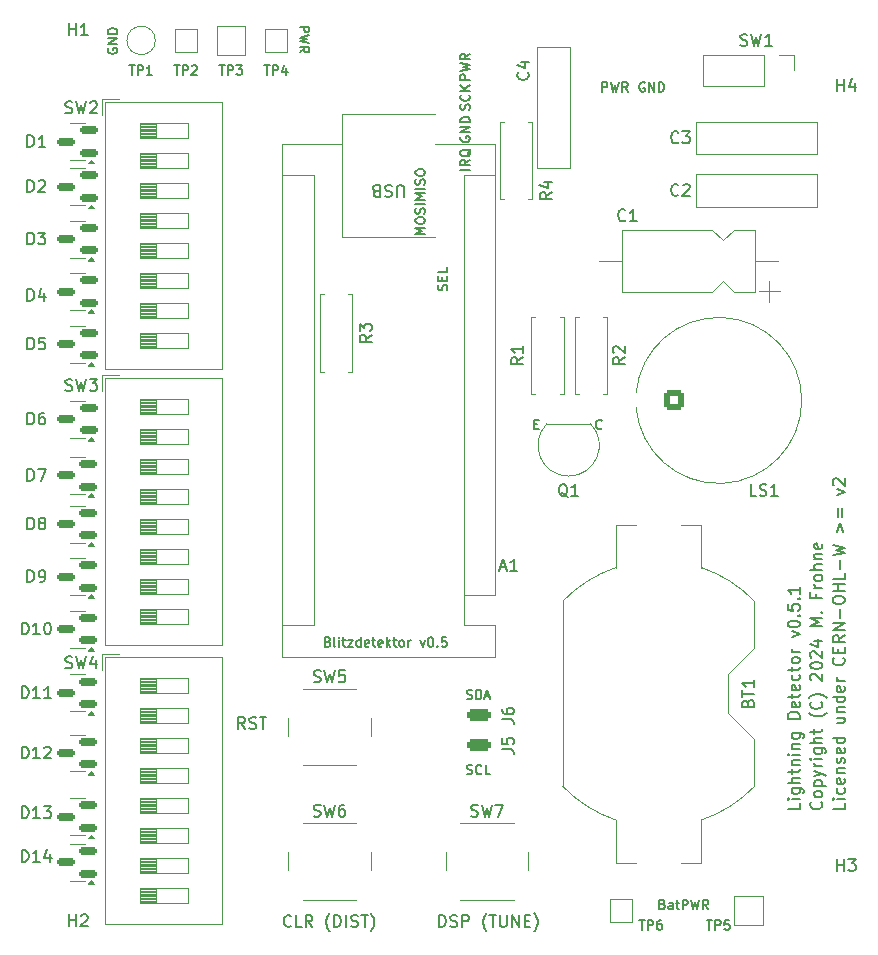
<source format=gbr>
%TF.GenerationSoftware,KiCad,Pcbnew,8.0.6*%
%TF.CreationDate,2024-12-28T16:15:17+01:00*%
%TF.ProjectId,lightning_detector,6c696768-746e-4696-9e67-5f6465746563,rev?*%
%TF.SameCoordinates,Original*%
%TF.FileFunction,Legend,Top*%
%TF.FilePolarity,Positive*%
%FSLAX46Y46*%
G04 Gerber Fmt 4.6, Leading zero omitted, Abs format (unit mm)*
G04 Created by KiCad (PCBNEW 8.0.6) date 2024-12-28 16:15:17*
%MOMM*%
%LPD*%
G01*
G04 APERTURE LIST*
G04 Aperture macros list*
%AMRoundRect*
0 Rectangle with rounded corners*
0 $1 Rounding radius*
0 $2 $3 $4 $5 $6 $7 $8 $9 X,Y pos of 4 corners*
0 Add a 4 corners polygon primitive as box body*
4,1,4,$2,$3,$4,$5,$6,$7,$8,$9,$2,$3,0*
0 Add four circle primitives for the rounded corners*
1,1,$1+$1,$2,$3*
1,1,$1+$1,$4,$5*
1,1,$1+$1,$6,$7*
1,1,$1+$1,$8,$9*
0 Add four rect primitives between the rounded corners*
20,1,$1+$1,$2,$3,$4,$5,0*
20,1,$1+$1,$4,$5,$6,$7,0*
20,1,$1+$1,$6,$7,$8,$9,0*
20,1,$1+$1,$8,$9,$2,$3,0*%
G04 Aperture macros list end*
%ADD10C,0.150000*%
%ADD11C,0.200000*%
%ADD12C,0.120000*%
%ADD13C,2.700000*%
%ADD14C,2.000000*%
%ADD15RoundRect,0.150000X0.587500X0.150000X-0.587500X0.150000X-0.587500X-0.150000X0.587500X-0.150000X0*%
%ADD16R,1.600000X1.600000*%
%ADD17O,1.600000X1.600000*%
%ADD18R,2.000000X2.000000*%
%ADD19R,1.500000X1.500000*%
%ADD20RoundRect,0.249900X-0.600100X-0.600100X0.600100X-0.600100X0.600100X0.600100X-0.600100X0.600100X0*%
%ADD21C,1.700000*%
%ADD22R,1.300000X1.300000*%
%ADD23C,1.300000*%
%ADD24C,1.600000*%
%ADD25R,2.400000X2.400000*%
%ADD26O,2.400000X2.400000*%
%ADD27RoundRect,0.250000X0.750000X-0.250000X0.750000X0.250000X-0.750000X0.250000X-0.750000X-0.250000X0*%
%ADD28R,1.700000X1.700000*%
%ADD29O,1.700000X1.700000*%
%ADD30R,3.510000X2.540000*%
G04 APERTURE END LIST*
D10*
X67801200Y-26184208D02*
X67839295Y-26069922D01*
X67839295Y-26069922D02*
X67839295Y-25879446D01*
X67839295Y-25879446D02*
X67801200Y-25803255D01*
X67801200Y-25803255D02*
X67763104Y-25765160D01*
X67763104Y-25765160D02*
X67686914Y-25727065D01*
X67686914Y-25727065D02*
X67610723Y-25727065D01*
X67610723Y-25727065D02*
X67534533Y-25765160D01*
X67534533Y-25765160D02*
X67496438Y-25803255D01*
X67496438Y-25803255D02*
X67458342Y-25879446D01*
X67458342Y-25879446D02*
X67420247Y-26031827D01*
X67420247Y-26031827D02*
X67382152Y-26108017D01*
X67382152Y-26108017D02*
X67344057Y-26146112D01*
X67344057Y-26146112D02*
X67267866Y-26184208D01*
X67267866Y-26184208D02*
X67191676Y-26184208D01*
X67191676Y-26184208D02*
X67115485Y-26146112D01*
X67115485Y-26146112D02*
X67077390Y-26108017D01*
X67077390Y-26108017D02*
X67039295Y-26031827D01*
X67039295Y-26031827D02*
X67039295Y-25841350D01*
X67039295Y-25841350D02*
X67077390Y-25727065D01*
X67763104Y-24927064D02*
X67801200Y-24965160D01*
X67801200Y-24965160D02*
X67839295Y-25079445D01*
X67839295Y-25079445D02*
X67839295Y-25155636D01*
X67839295Y-25155636D02*
X67801200Y-25269922D01*
X67801200Y-25269922D02*
X67725009Y-25346112D01*
X67725009Y-25346112D02*
X67648819Y-25384207D01*
X67648819Y-25384207D02*
X67496438Y-25422303D01*
X67496438Y-25422303D02*
X67382152Y-25422303D01*
X67382152Y-25422303D02*
X67229771Y-25384207D01*
X67229771Y-25384207D02*
X67153580Y-25346112D01*
X67153580Y-25346112D02*
X67077390Y-25269922D01*
X67077390Y-25269922D02*
X67039295Y-25155636D01*
X67039295Y-25155636D02*
X67039295Y-25079445D01*
X67039295Y-25079445D02*
X67077390Y-24965160D01*
X67077390Y-24965160D02*
X67115485Y-24927064D01*
X67839295Y-24584207D02*
X67039295Y-24584207D01*
X67839295Y-24127064D02*
X67382152Y-24469922D01*
X67039295Y-24127064D02*
X67496438Y-24584207D01*
X53445704Y-19167506D02*
X54245704Y-19167506D01*
X54245704Y-19167506D02*
X54245704Y-19472268D01*
X54245704Y-19472268D02*
X54207609Y-19548458D01*
X54207609Y-19548458D02*
X54169514Y-19586553D01*
X54169514Y-19586553D02*
X54093323Y-19624649D01*
X54093323Y-19624649D02*
X53979038Y-19624649D01*
X53979038Y-19624649D02*
X53902847Y-19586553D01*
X53902847Y-19586553D02*
X53864752Y-19548458D01*
X53864752Y-19548458D02*
X53826657Y-19472268D01*
X53826657Y-19472268D02*
X53826657Y-19167506D01*
X54245704Y-19891315D02*
X53445704Y-20081791D01*
X53445704Y-20081791D02*
X54017133Y-20234172D01*
X54017133Y-20234172D02*
X53445704Y-20386553D01*
X53445704Y-20386553D02*
X54245704Y-20577030D01*
X53445704Y-21338935D02*
X53826657Y-21072268D01*
X53445704Y-20881792D02*
X54245704Y-20881792D01*
X54245704Y-20881792D02*
X54245704Y-21186554D01*
X54245704Y-21186554D02*
X54207609Y-21262744D01*
X54207609Y-21262744D02*
X54169514Y-21300839D01*
X54169514Y-21300839D02*
X54093323Y-21338935D01*
X54093323Y-21338935D02*
X53979038Y-21338935D01*
X53979038Y-21338935D02*
X53902847Y-21300839D01*
X53902847Y-21300839D02*
X53864752Y-21262744D01*
X53864752Y-21262744D02*
X53826657Y-21186554D01*
X53826657Y-21186554D02*
X53826657Y-20881792D01*
X37232390Y-20977255D02*
X37194295Y-21053445D01*
X37194295Y-21053445D02*
X37194295Y-21167731D01*
X37194295Y-21167731D02*
X37232390Y-21282017D01*
X37232390Y-21282017D02*
X37308580Y-21358207D01*
X37308580Y-21358207D02*
X37384771Y-21396302D01*
X37384771Y-21396302D02*
X37537152Y-21434398D01*
X37537152Y-21434398D02*
X37651438Y-21434398D01*
X37651438Y-21434398D02*
X37803819Y-21396302D01*
X37803819Y-21396302D02*
X37880009Y-21358207D01*
X37880009Y-21358207D02*
X37956200Y-21282017D01*
X37956200Y-21282017D02*
X37994295Y-21167731D01*
X37994295Y-21167731D02*
X37994295Y-21091540D01*
X37994295Y-21091540D02*
X37956200Y-20977255D01*
X37956200Y-20977255D02*
X37918104Y-20939159D01*
X37918104Y-20939159D02*
X37651438Y-20939159D01*
X37651438Y-20939159D02*
X37651438Y-21091540D01*
X37994295Y-20596302D02*
X37194295Y-20596302D01*
X37194295Y-20596302D02*
X37994295Y-20139159D01*
X37994295Y-20139159D02*
X37194295Y-20139159D01*
X37994295Y-19758207D02*
X37194295Y-19758207D01*
X37194295Y-19758207D02*
X37194295Y-19567731D01*
X37194295Y-19567731D02*
X37232390Y-19453445D01*
X37232390Y-19453445D02*
X37308580Y-19377255D01*
X37308580Y-19377255D02*
X37384771Y-19339160D01*
X37384771Y-19339160D02*
X37537152Y-19301064D01*
X37537152Y-19301064D02*
X37651438Y-19301064D01*
X37651438Y-19301064D02*
X37803819Y-19339160D01*
X37803819Y-19339160D02*
X37880009Y-19377255D01*
X37880009Y-19377255D02*
X37956200Y-19453445D01*
X37956200Y-19453445D02*
X37994295Y-19567731D01*
X37994295Y-19567731D02*
X37994295Y-19758207D01*
X64029295Y-33791445D02*
X63229295Y-33791445D01*
X63229295Y-33791445D02*
X63800723Y-33524779D01*
X63800723Y-33524779D02*
X63229295Y-33258112D01*
X63229295Y-33258112D02*
X64029295Y-33258112D01*
X64029295Y-32877159D02*
X63229295Y-32877159D01*
X63991200Y-32534303D02*
X64029295Y-32420017D01*
X64029295Y-32420017D02*
X64029295Y-32229541D01*
X64029295Y-32229541D02*
X63991200Y-32153350D01*
X63991200Y-32153350D02*
X63953104Y-32115255D01*
X63953104Y-32115255D02*
X63876914Y-32077160D01*
X63876914Y-32077160D02*
X63800723Y-32077160D01*
X63800723Y-32077160D02*
X63724533Y-32115255D01*
X63724533Y-32115255D02*
X63686438Y-32153350D01*
X63686438Y-32153350D02*
X63648342Y-32229541D01*
X63648342Y-32229541D02*
X63610247Y-32381922D01*
X63610247Y-32381922D02*
X63572152Y-32458112D01*
X63572152Y-32458112D02*
X63534057Y-32496207D01*
X63534057Y-32496207D02*
X63457866Y-32534303D01*
X63457866Y-32534303D02*
X63381676Y-32534303D01*
X63381676Y-32534303D02*
X63305485Y-32496207D01*
X63305485Y-32496207D02*
X63267390Y-32458112D01*
X63267390Y-32458112D02*
X63229295Y-32381922D01*
X63229295Y-32381922D02*
X63229295Y-32191445D01*
X63229295Y-32191445D02*
X63267390Y-32077160D01*
X63229295Y-31581921D02*
X63229295Y-31429540D01*
X63229295Y-31429540D02*
X63267390Y-31353350D01*
X63267390Y-31353350D02*
X63343580Y-31277159D01*
X63343580Y-31277159D02*
X63495961Y-31239064D01*
X63495961Y-31239064D02*
X63762628Y-31239064D01*
X63762628Y-31239064D02*
X63915009Y-31277159D01*
X63915009Y-31277159D02*
X63991200Y-31353350D01*
X63991200Y-31353350D02*
X64029295Y-31429540D01*
X64029295Y-31429540D02*
X64029295Y-31581921D01*
X64029295Y-31581921D02*
X63991200Y-31658112D01*
X63991200Y-31658112D02*
X63915009Y-31734302D01*
X63915009Y-31734302D02*
X63762628Y-31772398D01*
X63762628Y-31772398D02*
X63495961Y-31772398D01*
X63495961Y-31772398D02*
X63343580Y-31734302D01*
X63343580Y-31734302D02*
X63267390Y-31658112D01*
X63267390Y-31658112D02*
X63229295Y-31581921D01*
X64029295Y-36712445D02*
X63229295Y-36712445D01*
X63229295Y-36712445D02*
X63800723Y-36445779D01*
X63800723Y-36445779D02*
X63229295Y-36179112D01*
X63229295Y-36179112D02*
X64029295Y-36179112D01*
X63229295Y-35645778D02*
X63229295Y-35493397D01*
X63229295Y-35493397D02*
X63267390Y-35417207D01*
X63267390Y-35417207D02*
X63343580Y-35341016D01*
X63343580Y-35341016D02*
X63495961Y-35302921D01*
X63495961Y-35302921D02*
X63762628Y-35302921D01*
X63762628Y-35302921D02*
X63915009Y-35341016D01*
X63915009Y-35341016D02*
X63991200Y-35417207D01*
X63991200Y-35417207D02*
X64029295Y-35493397D01*
X64029295Y-35493397D02*
X64029295Y-35645778D01*
X64029295Y-35645778D02*
X63991200Y-35721969D01*
X63991200Y-35721969D02*
X63915009Y-35798159D01*
X63915009Y-35798159D02*
X63762628Y-35836255D01*
X63762628Y-35836255D02*
X63495961Y-35836255D01*
X63495961Y-35836255D02*
X63343580Y-35798159D01*
X63343580Y-35798159D02*
X63267390Y-35721969D01*
X63267390Y-35721969D02*
X63229295Y-35645778D01*
X63991200Y-34998160D02*
X64029295Y-34883874D01*
X64029295Y-34883874D02*
X64029295Y-34693398D01*
X64029295Y-34693398D02*
X63991200Y-34617207D01*
X63991200Y-34617207D02*
X63953104Y-34579112D01*
X63953104Y-34579112D02*
X63876914Y-34541017D01*
X63876914Y-34541017D02*
X63800723Y-34541017D01*
X63800723Y-34541017D02*
X63724533Y-34579112D01*
X63724533Y-34579112D02*
X63686438Y-34617207D01*
X63686438Y-34617207D02*
X63648342Y-34693398D01*
X63648342Y-34693398D02*
X63610247Y-34845779D01*
X63610247Y-34845779D02*
X63572152Y-34921969D01*
X63572152Y-34921969D02*
X63534057Y-34960064D01*
X63534057Y-34960064D02*
X63457866Y-34998160D01*
X63457866Y-34998160D02*
X63381676Y-34998160D01*
X63381676Y-34998160D02*
X63305485Y-34960064D01*
X63305485Y-34960064D02*
X63267390Y-34921969D01*
X63267390Y-34921969D02*
X63229295Y-34845779D01*
X63229295Y-34845779D02*
X63229295Y-34655302D01*
X63229295Y-34655302D02*
X63267390Y-34541017D01*
X64029295Y-34198159D02*
X63229295Y-34198159D01*
D11*
X99562219Y-84879136D02*
X99562219Y-85355326D01*
X99562219Y-85355326D02*
X98562219Y-85355326D01*
X99562219Y-84545802D02*
X98895552Y-84545802D01*
X98562219Y-84545802D02*
X98609838Y-84593421D01*
X98609838Y-84593421D02*
X98657457Y-84545802D01*
X98657457Y-84545802D02*
X98609838Y-84498183D01*
X98609838Y-84498183D02*
X98562219Y-84545802D01*
X98562219Y-84545802D02*
X98657457Y-84545802D01*
X99514600Y-83641041D02*
X99562219Y-83736279D01*
X99562219Y-83736279D02*
X99562219Y-83926755D01*
X99562219Y-83926755D02*
X99514600Y-84021993D01*
X99514600Y-84021993D02*
X99466980Y-84069612D01*
X99466980Y-84069612D02*
X99371742Y-84117231D01*
X99371742Y-84117231D02*
X99086028Y-84117231D01*
X99086028Y-84117231D02*
X98990790Y-84069612D01*
X98990790Y-84069612D02*
X98943171Y-84021993D01*
X98943171Y-84021993D02*
X98895552Y-83926755D01*
X98895552Y-83926755D02*
X98895552Y-83736279D01*
X98895552Y-83736279D02*
X98943171Y-83641041D01*
X99514600Y-82831517D02*
X99562219Y-82926755D01*
X99562219Y-82926755D02*
X99562219Y-83117231D01*
X99562219Y-83117231D02*
X99514600Y-83212469D01*
X99514600Y-83212469D02*
X99419361Y-83260088D01*
X99419361Y-83260088D02*
X99038409Y-83260088D01*
X99038409Y-83260088D02*
X98943171Y-83212469D01*
X98943171Y-83212469D02*
X98895552Y-83117231D01*
X98895552Y-83117231D02*
X98895552Y-82926755D01*
X98895552Y-82926755D02*
X98943171Y-82831517D01*
X98943171Y-82831517D02*
X99038409Y-82783898D01*
X99038409Y-82783898D02*
X99133647Y-82783898D01*
X99133647Y-82783898D02*
X99228885Y-83260088D01*
X98895552Y-82355326D02*
X99562219Y-82355326D01*
X98990790Y-82355326D02*
X98943171Y-82307707D01*
X98943171Y-82307707D02*
X98895552Y-82212469D01*
X98895552Y-82212469D02*
X98895552Y-82069612D01*
X98895552Y-82069612D02*
X98943171Y-81974374D01*
X98943171Y-81974374D02*
X99038409Y-81926755D01*
X99038409Y-81926755D02*
X99562219Y-81926755D01*
X99514600Y-81498183D02*
X99562219Y-81402945D01*
X99562219Y-81402945D02*
X99562219Y-81212469D01*
X99562219Y-81212469D02*
X99514600Y-81117231D01*
X99514600Y-81117231D02*
X99419361Y-81069612D01*
X99419361Y-81069612D02*
X99371742Y-81069612D01*
X99371742Y-81069612D02*
X99276504Y-81117231D01*
X99276504Y-81117231D02*
X99228885Y-81212469D01*
X99228885Y-81212469D02*
X99228885Y-81355326D01*
X99228885Y-81355326D02*
X99181266Y-81450564D01*
X99181266Y-81450564D02*
X99086028Y-81498183D01*
X99086028Y-81498183D02*
X99038409Y-81498183D01*
X99038409Y-81498183D02*
X98943171Y-81450564D01*
X98943171Y-81450564D02*
X98895552Y-81355326D01*
X98895552Y-81355326D02*
X98895552Y-81212469D01*
X98895552Y-81212469D02*
X98943171Y-81117231D01*
X99514600Y-80260088D02*
X99562219Y-80355326D01*
X99562219Y-80355326D02*
X99562219Y-80545802D01*
X99562219Y-80545802D02*
X99514600Y-80641040D01*
X99514600Y-80641040D02*
X99419361Y-80688659D01*
X99419361Y-80688659D02*
X99038409Y-80688659D01*
X99038409Y-80688659D02*
X98943171Y-80641040D01*
X98943171Y-80641040D02*
X98895552Y-80545802D01*
X98895552Y-80545802D02*
X98895552Y-80355326D01*
X98895552Y-80355326D02*
X98943171Y-80260088D01*
X98943171Y-80260088D02*
X99038409Y-80212469D01*
X99038409Y-80212469D02*
X99133647Y-80212469D01*
X99133647Y-80212469D02*
X99228885Y-80688659D01*
X99562219Y-79355326D02*
X98562219Y-79355326D01*
X99514600Y-79355326D02*
X99562219Y-79450564D01*
X99562219Y-79450564D02*
X99562219Y-79641040D01*
X99562219Y-79641040D02*
X99514600Y-79736278D01*
X99514600Y-79736278D02*
X99466980Y-79783897D01*
X99466980Y-79783897D02*
X99371742Y-79831516D01*
X99371742Y-79831516D02*
X99086028Y-79831516D01*
X99086028Y-79831516D02*
X98990790Y-79783897D01*
X98990790Y-79783897D02*
X98943171Y-79736278D01*
X98943171Y-79736278D02*
X98895552Y-79641040D01*
X98895552Y-79641040D02*
X98895552Y-79450564D01*
X98895552Y-79450564D02*
X98943171Y-79355326D01*
X98895552Y-77688659D02*
X99562219Y-77688659D01*
X98895552Y-78117230D02*
X99419361Y-78117230D01*
X99419361Y-78117230D02*
X99514600Y-78069611D01*
X99514600Y-78069611D02*
X99562219Y-77974373D01*
X99562219Y-77974373D02*
X99562219Y-77831516D01*
X99562219Y-77831516D02*
X99514600Y-77736278D01*
X99514600Y-77736278D02*
X99466980Y-77688659D01*
X98895552Y-77212468D02*
X99562219Y-77212468D01*
X98990790Y-77212468D02*
X98943171Y-77164849D01*
X98943171Y-77164849D02*
X98895552Y-77069611D01*
X98895552Y-77069611D02*
X98895552Y-76926754D01*
X98895552Y-76926754D02*
X98943171Y-76831516D01*
X98943171Y-76831516D02*
X99038409Y-76783897D01*
X99038409Y-76783897D02*
X99562219Y-76783897D01*
X99562219Y-75879135D02*
X98562219Y-75879135D01*
X99514600Y-75879135D02*
X99562219Y-75974373D01*
X99562219Y-75974373D02*
X99562219Y-76164849D01*
X99562219Y-76164849D02*
X99514600Y-76260087D01*
X99514600Y-76260087D02*
X99466980Y-76307706D01*
X99466980Y-76307706D02*
X99371742Y-76355325D01*
X99371742Y-76355325D02*
X99086028Y-76355325D01*
X99086028Y-76355325D02*
X98990790Y-76307706D01*
X98990790Y-76307706D02*
X98943171Y-76260087D01*
X98943171Y-76260087D02*
X98895552Y-76164849D01*
X98895552Y-76164849D02*
X98895552Y-75974373D01*
X98895552Y-75974373D02*
X98943171Y-75879135D01*
X99514600Y-75021992D02*
X99562219Y-75117230D01*
X99562219Y-75117230D02*
X99562219Y-75307706D01*
X99562219Y-75307706D02*
X99514600Y-75402944D01*
X99514600Y-75402944D02*
X99419361Y-75450563D01*
X99419361Y-75450563D02*
X99038409Y-75450563D01*
X99038409Y-75450563D02*
X98943171Y-75402944D01*
X98943171Y-75402944D02*
X98895552Y-75307706D01*
X98895552Y-75307706D02*
X98895552Y-75117230D01*
X98895552Y-75117230D02*
X98943171Y-75021992D01*
X98943171Y-75021992D02*
X99038409Y-74974373D01*
X99038409Y-74974373D02*
X99133647Y-74974373D01*
X99133647Y-74974373D02*
X99228885Y-75450563D01*
X99562219Y-74545801D02*
X98895552Y-74545801D01*
X99086028Y-74545801D02*
X98990790Y-74498182D01*
X98990790Y-74498182D02*
X98943171Y-74450563D01*
X98943171Y-74450563D02*
X98895552Y-74355325D01*
X98895552Y-74355325D02*
X98895552Y-74260087D01*
X99466980Y-72593420D02*
X99514600Y-72641039D01*
X99514600Y-72641039D02*
X99562219Y-72783896D01*
X99562219Y-72783896D02*
X99562219Y-72879134D01*
X99562219Y-72879134D02*
X99514600Y-73021991D01*
X99514600Y-73021991D02*
X99419361Y-73117229D01*
X99419361Y-73117229D02*
X99324123Y-73164848D01*
X99324123Y-73164848D02*
X99133647Y-73212467D01*
X99133647Y-73212467D02*
X98990790Y-73212467D01*
X98990790Y-73212467D02*
X98800314Y-73164848D01*
X98800314Y-73164848D02*
X98705076Y-73117229D01*
X98705076Y-73117229D02*
X98609838Y-73021991D01*
X98609838Y-73021991D02*
X98562219Y-72879134D01*
X98562219Y-72879134D02*
X98562219Y-72783896D01*
X98562219Y-72783896D02*
X98609838Y-72641039D01*
X98609838Y-72641039D02*
X98657457Y-72593420D01*
X99038409Y-72164848D02*
X99038409Y-71831515D01*
X99562219Y-71688658D02*
X99562219Y-72164848D01*
X99562219Y-72164848D02*
X98562219Y-72164848D01*
X98562219Y-72164848D02*
X98562219Y-71688658D01*
X99562219Y-70688658D02*
X99086028Y-71021991D01*
X99562219Y-71260086D02*
X98562219Y-71260086D01*
X98562219Y-71260086D02*
X98562219Y-70879134D01*
X98562219Y-70879134D02*
X98609838Y-70783896D01*
X98609838Y-70783896D02*
X98657457Y-70736277D01*
X98657457Y-70736277D02*
X98752695Y-70688658D01*
X98752695Y-70688658D02*
X98895552Y-70688658D01*
X98895552Y-70688658D02*
X98990790Y-70736277D01*
X98990790Y-70736277D02*
X99038409Y-70783896D01*
X99038409Y-70783896D02*
X99086028Y-70879134D01*
X99086028Y-70879134D02*
X99086028Y-71260086D01*
X99562219Y-70260086D02*
X98562219Y-70260086D01*
X98562219Y-70260086D02*
X99562219Y-69688658D01*
X99562219Y-69688658D02*
X98562219Y-69688658D01*
X99181266Y-69212467D02*
X99181266Y-68450563D01*
X98562219Y-67783896D02*
X98562219Y-67593420D01*
X98562219Y-67593420D02*
X98609838Y-67498182D01*
X98609838Y-67498182D02*
X98705076Y-67402944D01*
X98705076Y-67402944D02*
X98895552Y-67355325D01*
X98895552Y-67355325D02*
X99228885Y-67355325D01*
X99228885Y-67355325D02*
X99419361Y-67402944D01*
X99419361Y-67402944D02*
X99514600Y-67498182D01*
X99514600Y-67498182D02*
X99562219Y-67593420D01*
X99562219Y-67593420D02*
X99562219Y-67783896D01*
X99562219Y-67783896D02*
X99514600Y-67879134D01*
X99514600Y-67879134D02*
X99419361Y-67974372D01*
X99419361Y-67974372D02*
X99228885Y-68021991D01*
X99228885Y-68021991D02*
X98895552Y-68021991D01*
X98895552Y-68021991D02*
X98705076Y-67974372D01*
X98705076Y-67974372D02*
X98609838Y-67879134D01*
X98609838Y-67879134D02*
X98562219Y-67783896D01*
X99562219Y-66926753D02*
X98562219Y-66926753D01*
X99038409Y-66926753D02*
X99038409Y-66355325D01*
X99562219Y-66355325D02*
X98562219Y-66355325D01*
X99562219Y-65402944D02*
X99562219Y-65879134D01*
X99562219Y-65879134D02*
X98562219Y-65879134D01*
X99181266Y-65069610D02*
X99181266Y-64307706D01*
X98562219Y-63926753D02*
X99562219Y-63688658D01*
X99562219Y-63688658D02*
X98847933Y-63498182D01*
X98847933Y-63498182D02*
X99562219Y-63307706D01*
X99562219Y-63307706D02*
X98562219Y-63069611D01*
X98895552Y-61926753D02*
X99181266Y-61164849D01*
X99181266Y-61164849D02*
X99466980Y-61926753D01*
X99038409Y-60688658D02*
X99038409Y-59926754D01*
X99324123Y-59926754D02*
X99324123Y-60688658D01*
X98895552Y-58783896D02*
X99562219Y-58545801D01*
X99562219Y-58545801D02*
X98895552Y-58307706D01*
X98657457Y-57974372D02*
X98609838Y-57926753D01*
X98609838Y-57926753D02*
X98562219Y-57831515D01*
X98562219Y-57831515D02*
X98562219Y-57593420D01*
X98562219Y-57593420D02*
X98609838Y-57498182D01*
X98609838Y-57498182D02*
X98657457Y-57450563D01*
X98657457Y-57450563D02*
X98752695Y-57402944D01*
X98752695Y-57402944D02*
X98847933Y-57402944D01*
X98847933Y-57402944D02*
X98990790Y-57450563D01*
X98990790Y-57450563D02*
X99562219Y-58021991D01*
X99562219Y-58021991D02*
X99562219Y-57402944D01*
D10*
X52686600Y-95278580D02*
X52638981Y-95326200D01*
X52638981Y-95326200D02*
X52496124Y-95373819D01*
X52496124Y-95373819D02*
X52400886Y-95373819D01*
X52400886Y-95373819D02*
X52258029Y-95326200D01*
X52258029Y-95326200D02*
X52162791Y-95230961D01*
X52162791Y-95230961D02*
X52115172Y-95135723D01*
X52115172Y-95135723D02*
X52067553Y-94945247D01*
X52067553Y-94945247D02*
X52067553Y-94802390D01*
X52067553Y-94802390D02*
X52115172Y-94611914D01*
X52115172Y-94611914D02*
X52162791Y-94516676D01*
X52162791Y-94516676D02*
X52258029Y-94421438D01*
X52258029Y-94421438D02*
X52400886Y-94373819D01*
X52400886Y-94373819D02*
X52496124Y-94373819D01*
X52496124Y-94373819D02*
X52638981Y-94421438D01*
X52638981Y-94421438D02*
X52686600Y-94469057D01*
X53591362Y-95373819D02*
X53115172Y-95373819D01*
X53115172Y-95373819D02*
X53115172Y-94373819D01*
X54496124Y-95373819D02*
X54162791Y-94897628D01*
X53924696Y-95373819D02*
X53924696Y-94373819D01*
X53924696Y-94373819D02*
X54305648Y-94373819D01*
X54305648Y-94373819D02*
X54400886Y-94421438D01*
X54400886Y-94421438D02*
X54448505Y-94469057D01*
X54448505Y-94469057D02*
X54496124Y-94564295D01*
X54496124Y-94564295D02*
X54496124Y-94707152D01*
X54496124Y-94707152D02*
X54448505Y-94802390D01*
X54448505Y-94802390D02*
X54400886Y-94850009D01*
X54400886Y-94850009D02*
X54305648Y-94897628D01*
X54305648Y-94897628D02*
X53924696Y-94897628D01*
X55972315Y-95754771D02*
X55924696Y-95707152D01*
X55924696Y-95707152D02*
X55829458Y-95564295D01*
X55829458Y-95564295D02*
X55781839Y-95469057D01*
X55781839Y-95469057D02*
X55734220Y-95326200D01*
X55734220Y-95326200D02*
X55686601Y-95088104D01*
X55686601Y-95088104D02*
X55686601Y-94897628D01*
X55686601Y-94897628D02*
X55734220Y-94659533D01*
X55734220Y-94659533D02*
X55781839Y-94516676D01*
X55781839Y-94516676D02*
X55829458Y-94421438D01*
X55829458Y-94421438D02*
X55924696Y-94278580D01*
X55924696Y-94278580D02*
X55972315Y-94230961D01*
X56353268Y-95373819D02*
X56353268Y-94373819D01*
X56353268Y-94373819D02*
X56591363Y-94373819D01*
X56591363Y-94373819D02*
X56734220Y-94421438D01*
X56734220Y-94421438D02*
X56829458Y-94516676D01*
X56829458Y-94516676D02*
X56877077Y-94611914D01*
X56877077Y-94611914D02*
X56924696Y-94802390D01*
X56924696Y-94802390D02*
X56924696Y-94945247D01*
X56924696Y-94945247D02*
X56877077Y-95135723D01*
X56877077Y-95135723D02*
X56829458Y-95230961D01*
X56829458Y-95230961D02*
X56734220Y-95326200D01*
X56734220Y-95326200D02*
X56591363Y-95373819D01*
X56591363Y-95373819D02*
X56353268Y-95373819D01*
X57353268Y-95373819D02*
X57353268Y-94373819D01*
X57781839Y-95326200D02*
X57924696Y-95373819D01*
X57924696Y-95373819D02*
X58162791Y-95373819D01*
X58162791Y-95373819D02*
X58258029Y-95326200D01*
X58258029Y-95326200D02*
X58305648Y-95278580D01*
X58305648Y-95278580D02*
X58353267Y-95183342D01*
X58353267Y-95183342D02*
X58353267Y-95088104D01*
X58353267Y-95088104D02*
X58305648Y-94992866D01*
X58305648Y-94992866D02*
X58258029Y-94945247D01*
X58258029Y-94945247D02*
X58162791Y-94897628D01*
X58162791Y-94897628D02*
X57972315Y-94850009D01*
X57972315Y-94850009D02*
X57877077Y-94802390D01*
X57877077Y-94802390D02*
X57829458Y-94754771D01*
X57829458Y-94754771D02*
X57781839Y-94659533D01*
X57781839Y-94659533D02*
X57781839Y-94564295D01*
X57781839Y-94564295D02*
X57829458Y-94469057D01*
X57829458Y-94469057D02*
X57877077Y-94421438D01*
X57877077Y-94421438D02*
X57972315Y-94373819D01*
X57972315Y-94373819D02*
X58210410Y-94373819D01*
X58210410Y-94373819D02*
X58353267Y-94421438D01*
X58638982Y-94373819D02*
X59210410Y-94373819D01*
X58924696Y-95373819D02*
X58924696Y-94373819D01*
X59448506Y-95754771D02*
X59496125Y-95707152D01*
X59496125Y-95707152D02*
X59591363Y-95564295D01*
X59591363Y-95564295D02*
X59638982Y-95469057D01*
X59638982Y-95469057D02*
X59686601Y-95326200D01*
X59686601Y-95326200D02*
X59734220Y-95088104D01*
X59734220Y-95088104D02*
X59734220Y-94897628D01*
X59734220Y-94897628D02*
X59686601Y-94659533D01*
X59686601Y-94659533D02*
X59638982Y-94516676D01*
X59638982Y-94516676D02*
X59591363Y-94421438D01*
X59591363Y-94421438D02*
X59496125Y-94278580D01*
X59496125Y-94278580D02*
X59448506Y-94230961D01*
X84128219Y-93455247D02*
X84242505Y-93493342D01*
X84242505Y-93493342D02*
X84280600Y-93531438D01*
X84280600Y-93531438D02*
X84318696Y-93607628D01*
X84318696Y-93607628D02*
X84318696Y-93721914D01*
X84318696Y-93721914D02*
X84280600Y-93798104D01*
X84280600Y-93798104D02*
X84242505Y-93836200D01*
X84242505Y-93836200D02*
X84166315Y-93874295D01*
X84166315Y-93874295D02*
X83861553Y-93874295D01*
X83861553Y-93874295D02*
X83861553Y-93074295D01*
X83861553Y-93074295D02*
X84128219Y-93074295D01*
X84128219Y-93074295D02*
X84204410Y-93112390D01*
X84204410Y-93112390D02*
X84242505Y-93150485D01*
X84242505Y-93150485D02*
X84280600Y-93226676D01*
X84280600Y-93226676D02*
X84280600Y-93302866D01*
X84280600Y-93302866D02*
X84242505Y-93379057D01*
X84242505Y-93379057D02*
X84204410Y-93417152D01*
X84204410Y-93417152D02*
X84128219Y-93455247D01*
X84128219Y-93455247D02*
X83861553Y-93455247D01*
X85004410Y-93874295D02*
X85004410Y-93455247D01*
X85004410Y-93455247D02*
X84966315Y-93379057D01*
X84966315Y-93379057D02*
X84890124Y-93340961D01*
X84890124Y-93340961D02*
X84737743Y-93340961D01*
X84737743Y-93340961D02*
X84661553Y-93379057D01*
X85004410Y-93836200D02*
X84928219Y-93874295D01*
X84928219Y-93874295D02*
X84737743Y-93874295D01*
X84737743Y-93874295D02*
X84661553Y-93836200D01*
X84661553Y-93836200D02*
X84623457Y-93760009D01*
X84623457Y-93760009D02*
X84623457Y-93683819D01*
X84623457Y-93683819D02*
X84661553Y-93607628D01*
X84661553Y-93607628D02*
X84737743Y-93569533D01*
X84737743Y-93569533D02*
X84928219Y-93569533D01*
X84928219Y-93569533D02*
X85004410Y-93531438D01*
X85271077Y-93340961D02*
X85575839Y-93340961D01*
X85385363Y-93074295D02*
X85385363Y-93760009D01*
X85385363Y-93760009D02*
X85423458Y-93836200D01*
X85423458Y-93836200D02*
X85499648Y-93874295D01*
X85499648Y-93874295D02*
X85575839Y-93874295D01*
X85842506Y-93874295D02*
X85842506Y-93074295D01*
X85842506Y-93074295D02*
X86147268Y-93074295D01*
X86147268Y-93074295D02*
X86223458Y-93112390D01*
X86223458Y-93112390D02*
X86261553Y-93150485D01*
X86261553Y-93150485D02*
X86299649Y-93226676D01*
X86299649Y-93226676D02*
X86299649Y-93340961D01*
X86299649Y-93340961D02*
X86261553Y-93417152D01*
X86261553Y-93417152D02*
X86223458Y-93455247D01*
X86223458Y-93455247D02*
X86147268Y-93493342D01*
X86147268Y-93493342D02*
X85842506Y-93493342D01*
X86566315Y-93074295D02*
X86756791Y-93874295D01*
X86756791Y-93874295D02*
X86909172Y-93302866D01*
X86909172Y-93302866D02*
X87061553Y-93874295D01*
X87061553Y-93874295D02*
X87252030Y-93074295D01*
X88013935Y-93874295D02*
X87747268Y-93493342D01*
X87556792Y-93874295D02*
X87556792Y-93074295D01*
X87556792Y-93074295D02*
X87861554Y-93074295D01*
X87861554Y-93074295D02*
X87937744Y-93112390D01*
X87937744Y-93112390D02*
X87975839Y-93150485D01*
X87975839Y-93150485D02*
X88013935Y-93226676D01*
X88013935Y-93226676D02*
X88013935Y-93340961D01*
X88013935Y-93340961D02*
X87975839Y-93417152D01*
X87975839Y-93417152D02*
X87937744Y-93455247D01*
X87937744Y-93455247D02*
X87861554Y-93493342D01*
X87861554Y-93493342D02*
X87556792Y-93493342D01*
X73281982Y-52815247D02*
X73548648Y-52815247D01*
X73662934Y-53234295D02*
X73281982Y-53234295D01*
X73281982Y-53234295D02*
X73281982Y-52434295D01*
X73281982Y-52434295D02*
X73662934Y-52434295D01*
X55800826Y-71230247D02*
X55915112Y-71268342D01*
X55915112Y-71268342D02*
X55953207Y-71306438D01*
X55953207Y-71306438D02*
X55991303Y-71382628D01*
X55991303Y-71382628D02*
X55991303Y-71496914D01*
X55991303Y-71496914D02*
X55953207Y-71573104D01*
X55953207Y-71573104D02*
X55915112Y-71611200D01*
X55915112Y-71611200D02*
X55838922Y-71649295D01*
X55838922Y-71649295D02*
X55534160Y-71649295D01*
X55534160Y-71649295D02*
X55534160Y-70849295D01*
X55534160Y-70849295D02*
X55800826Y-70849295D01*
X55800826Y-70849295D02*
X55877017Y-70887390D01*
X55877017Y-70887390D02*
X55915112Y-70925485D01*
X55915112Y-70925485D02*
X55953207Y-71001676D01*
X55953207Y-71001676D02*
X55953207Y-71077866D01*
X55953207Y-71077866D02*
X55915112Y-71154057D01*
X55915112Y-71154057D02*
X55877017Y-71192152D01*
X55877017Y-71192152D02*
X55800826Y-71230247D01*
X55800826Y-71230247D02*
X55534160Y-71230247D01*
X56448445Y-71649295D02*
X56372255Y-71611200D01*
X56372255Y-71611200D02*
X56334160Y-71535009D01*
X56334160Y-71535009D02*
X56334160Y-70849295D01*
X56753208Y-71649295D02*
X56753208Y-71115961D01*
X56753208Y-70849295D02*
X56715112Y-70887390D01*
X56715112Y-70887390D02*
X56753208Y-70925485D01*
X56753208Y-70925485D02*
X56791303Y-70887390D01*
X56791303Y-70887390D02*
X56753208Y-70849295D01*
X56753208Y-70849295D02*
X56753208Y-70925485D01*
X57019874Y-71115961D02*
X57324636Y-71115961D01*
X57134160Y-70849295D02*
X57134160Y-71535009D01*
X57134160Y-71535009D02*
X57172255Y-71611200D01*
X57172255Y-71611200D02*
X57248445Y-71649295D01*
X57248445Y-71649295D02*
X57324636Y-71649295D01*
X57515112Y-71115961D02*
X57934160Y-71115961D01*
X57934160Y-71115961D02*
X57515112Y-71649295D01*
X57515112Y-71649295D02*
X57934160Y-71649295D01*
X58581779Y-71649295D02*
X58581779Y-70849295D01*
X58581779Y-71611200D02*
X58505588Y-71649295D01*
X58505588Y-71649295D02*
X58353207Y-71649295D01*
X58353207Y-71649295D02*
X58277017Y-71611200D01*
X58277017Y-71611200D02*
X58238922Y-71573104D01*
X58238922Y-71573104D02*
X58200826Y-71496914D01*
X58200826Y-71496914D02*
X58200826Y-71268342D01*
X58200826Y-71268342D02*
X58238922Y-71192152D01*
X58238922Y-71192152D02*
X58277017Y-71154057D01*
X58277017Y-71154057D02*
X58353207Y-71115961D01*
X58353207Y-71115961D02*
X58505588Y-71115961D01*
X58505588Y-71115961D02*
X58581779Y-71154057D01*
X59267494Y-71611200D02*
X59191303Y-71649295D01*
X59191303Y-71649295D02*
X59038922Y-71649295D01*
X59038922Y-71649295D02*
X58962732Y-71611200D01*
X58962732Y-71611200D02*
X58924636Y-71535009D01*
X58924636Y-71535009D02*
X58924636Y-71230247D01*
X58924636Y-71230247D02*
X58962732Y-71154057D01*
X58962732Y-71154057D02*
X59038922Y-71115961D01*
X59038922Y-71115961D02*
X59191303Y-71115961D01*
X59191303Y-71115961D02*
X59267494Y-71154057D01*
X59267494Y-71154057D02*
X59305589Y-71230247D01*
X59305589Y-71230247D02*
X59305589Y-71306438D01*
X59305589Y-71306438D02*
X58924636Y-71382628D01*
X59534160Y-71115961D02*
X59838922Y-71115961D01*
X59648446Y-70849295D02*
X59648446Y-71535009D01*
X59648446Y-71535009D02*
X59686541Y-71611200D01*
X59686541Y-71611200D02*
X59762731Y-71649295D01*
X59762731Y-71649295D02*
X59838922Y-71649295D01*
X60410351Y-71611200D02*
X60334160Y-71649295D01*
X60334160Y-71649295D02*
X60181779Y-71649295D01*
X60181779Y-71649295D02*
X60105589Y-71611200D01*
X60105589Y-71611200D02*
X60067493Y-71535009D01*
X60067493Y-71535009D02*
X60067493Y-71230247D01*
X60067493Y-71230247D02*
X60105589Y-71154057D01*
X60105589Y-71154057D02*
X60181779Y-71115961D01*
X60181779Y-71115961D02*
X60334160Y-71115961D01*
X60334160Y-71115961D02*
X60410351Y-71154057D01*
X60410351Y-71154057D02*
X60448446Y-71230247D01*
X60448446Y-71230247D02*
X60448446Y-71306438D01*
X60448446Y-71306438D02*
X60067493Y-71382628D01*
X60791303Y-71649295D02*
X60791303Y-70849295D01*
X60867493Y-71344533D02*
X61096065Y-71649295D01*
X61096065Y-71115961D02*
X60791303Y-71420723D01*
X61324636Y-71115961D02*
X61629398Y-71115961D01*
X61438922Y-70849295D02*
X61438922Y-71535009D01*
X61438922Y-71535009D02*
X61477017Y-71611200D01*
X61477017Y-71611200D02*
X61553207Y-71649295D01*
X61553207Y-71649295D02*
X61629398Y-71649295D01*
X62010350Y-71649295D02*
X61934160Y-71611200D01*
X61934160Y-71611200D02*
X61896065Y-71573104D01*
X61896065Y-71573104D02*
X61857969Y-71496914D01*
X61857969Y-71496914D02*
X61857969Y-71268342D01*
X61857969Y-71268342D02*
X61896065Y-71192152D01*
X61896065Y-71192152D02*
X61934160Y-71154057D01*
X61934160Y-71154057D02*
X62010350Y-71115961D01*
X62010350Y-71115961D02*
X62124636Y-71115961D01*
X62124636Y-71115961D02*
X62200827Y-71154057D01*
X62200827Y-71154057D02*
X62238922Y-71192152D01*
X62238922Y-71192152D02*
X62277017Y-71268342D01*
X62277017Y-71268342D02*
X62277017Y-71496914D01*
X62277017Y-71496914D02*
X62238922Y-71573104D01*
X62238922Y-71573104D02*
X62200827Y-71611200D01*
X62200827Y-71611200D02*
X62124636Y-71649295D01*
X62124636Y-71649295D02*
X62010350Y-71649295D01*
X62619875Y-71649295D02*
X62619875Y-71115961D01*
X62619875Y-71268342D02*
X62657970Y-71192152D01*
X62657970Y-71192152D02*
X62696065Y-71154057D01*
X62696065Y-71154057D02*
X62772256Y-71115961D01*
X62772256Y-71115961D02*
X62848446Y-71115961D01*
X63648446Y-71115961D02*
X63838922Y-71649295D01*
X63838922Y-71649295D02*
X64029399Y-71115961D01*
X64486542Y-70849295D02*
X64562732Y-70849295D01*
X64562732Y-70849295D02*
X64638923Y-70887390D01*
X64638923Y-70887390D02*
X64677018Y-70925485D01*
X64677018Y-70925485D02*
X64715113Y-71001676D01*
X64715113Y-71001676D02*
X64753208Y-71154057D01*
X64753208Y-71154057D02*
X64753208Y-71344533D01*
X64753208Y-71344533D02*
X64715113Y-71496914D01*
X64715113Y-71496914D02*
X64677018Y-71573104D01*
X64677018Y-71573104D02*
X64638923Y-71611200D01*
X64638923Y-71611200D02*
X64562732Y-71649295D01*
X64562732Y-71649295D02*
X64486542Y-71649295D01*
X64486542Y-71649295D02*
X64410351Y-71611200D01*
X64410351Y-71611200D02*
X64372256Y-71573104D01*
X64372256Y-71573104D02*
X64334161Y-71496914D01*
X64334161Y-71496914D02*
X64296065Y-71344533D01*
X64296065Y-71344533D02*
X64296065Y-71154057D01*
X64296065Y-71154057D02*
X64334161Y-71001676D01*
X64334161Y-71001676D02*
X64372256Y-70925485D01*
X64372256Y-70925485D02*
X64410351Y-70887390D01*
X64410351Y-70887390D02*
X64486542Y-70849295D01*
X65096066Y-71573104D02*
X65134161Y-71611200D01*
X65134161Y-71611200D02*
X65096066Y-71649295D01*
X65096066Y-71649295D02*
X65057970Y-71611200D01*
X65057970Y-71611200D02*
X65096066Y-71573104D01*
X65096066Y-71573104D02*
X65096066Y-71649295D01*
X65857970Y-70849295D02*
X65477018Y-70849295D01*
X65477018Y-70849295D02*
X65438922Y-71230247D01*
X65438922Y-71230247D02*
X65477018Y-71192152D01*
X65477018Y-71192152D02*
X65553208Y-71154057D01*
X65553208Y-71154057D02*
X65743684Y-71154057D01*
X65743684Y-71154057D02*
X65819875Y-71192152D01*
X65819875Y-71192152D02*
X65857970Y-71230247D01*
X65857970Y-71230247D02*
X65896065Y-71306438D01*
X65896065Y-71306438D02*
X65896065Y-71496914D01*
X65896065Y-71496914D02*
X65857970Y-71573104D01*
X65857970Y-71573104D02*
X65819875Y-71611200D01*
X65819875Y-71611200D02*
X65743684Y-71649295D01*
X65743684Y-71649295D02*
X65553208Y-71649295D01*
X65553208Y-71649295D02*
X65477018Y-71611200D01*
X65477018Y-71611200D02*
X65438922Y-71573104D01*
X67561064Y-76056200D02*
X67675350Y-76094295D01*
X67675350Y-76094295D02*
X67865826Y-76094295D01*
X67865826Y-76094295D02*
X67942017Y-76056200D01*
X67942017Y-76056200D02*
X67980112Y-76018104D01*
X67980112Y-76018104D02*
X68018207Y-75941914D01*
X68018207Y-75941914D02*
X68018207Y-75865723D01*
X68018207Y-75865723D02*
X67980112Y-75789533D01*
X67980112Y-75789533D02*
X67942017Y-75751438D01*
X67942017Y-75751438D02*
X67865826Y-75713342D01*
X67865826Y-75713342D02*
X67713445Y-75675247D01*
X67713445Y-75675247D02*
X67637255Y-75637152D01*
X67637255Y-75637152D02*
X67599160Y-75599057D01*
X67599160Y-75599057D02*
X67561064Y-75522866D01*
X67561064Y-75522866D02*
X67561064Y-75446676D01*
X67561064Y-75446676D02*
X67599160Y-75370485D01*
X67599160Y-75370485D02*
X67637255Y-75332390D01*
X67637255Y-75332390D02*
X67713445Y-75294295D01*
X67713445Y-75294295D02*
X67903922Y-75294295D01*
X67903922Y-75294295D02*
X68018207Y-75332390D01*
X68361065Y-76094295D02*
X68361065Y-75294295D01*
X68361065Y-75294295D02*
X68551541Y-75294295D01*
X68551541Y-75294295D02*
X68665827Y-75332390D01*
X68665827Y-75332390D02*
X68742017Y-75408580D01*
X68742017Y-75408580D02*
X68780112Y-75484771D01*
X68780112Y-75484771D02*
X68818208Y-75637152D01*
X68818208Y-75637152D02*
X68818208Y-75751438D01*
X68818208Y-75751438D02*
X68780112Y-75903819D01*
X68780112Y-75903819D02*
X68742017Y-75980009D01*
X68742017Y-75980009D02*
X68665827Y-76056200D01*
X68665827Y-76056200D02*
X68551541Y-76094295D01*
X68551541Y-76094295D02*
X68361065Y-76094295D01*
X69122969Y-75865723D02*
X69503922Y-75865723D01*
X69046779Y-76094295D02*
X69313446Y-75294295D01*
X69313446Y-75294295D02*
X69580112Y-76094295D01*
X78996935Y-53158104D02*
X78958839Y-53196200D01*
X78958839Y-53196200D02*
X78844554Y-53234295D01*
X78844554Y-53234295D02*
X78768363Y-53234295D01*
X78768363Y-53234295D02*
X78654077Y-53196200D01*
X78654077Y-53196200D02*
X78577887Y-53120009D01*
X78577887Y-53120009D02*
X78539792Y-53043819D01*
X78539792Y-53043819D02*
X78501696Y-52891438D01*
X78501696Y-52891438D02*
X78501696Y-52777152D01*
X78501696Y-52777152D02*
X78539792Y-52624771D01*
X78539792Y-52624771D02*
X78577887Y-52548580D01*
X78577887Y-52548580D02*
X78654077Y-52472390D01*
X78654077Y-52472390D02*
X78768363Y-52434295D01*
X78768363Y-52434295D02*
X78844554Y-52434295D01*
X78844554Y-52434295D02*
X78958839Y-52472390D01*
X78958839Y-52472390D02*
X78996935Y-52510485D01*
X67839295Y-23631493D02*
X67039295Y-23631493D01*
X67039295Y-23631493D02*
X67039295Y-23326731D01*
X67039295Y-23326731D02*
X67077390Y-23250541D01*
X67077390Y-23250541D02*
X67115485Y-23212446D01*
X67115485Y-23212446D02*
X67191676Y-23174350D01*
X67191676Y-23174350D02*
X67305961Y-23174350D01*
X67305961Y-23174350D02*
X67382152Y-23212446D01*
X67382152Y-23212446D02*
X67420247Y-23250541D01*
X67420247Y-23250541D02*
X67458342Y-23326731D01*
X67458342Y-23326731D02*
X67458342Y-23631493D01*
X67039295Y-22907684D02*
X67839295Y-22717208D01*
X67839295Y-22717208D02*
X67267866Y-22564827D01*
X67267866Y-22564827D02*
X67839295Y-22412446D01*
X67839295Y-22412446D02*
X67039295Y-22221970D01*
X67839295Y-21460064D02*
X67458342Y-21726731D01*
X67839295Y-21917207D02*
X67039295Y-21917207D01*
X67039295Y-21917207D02*
X67039295Y-21612445D01*
X67039295Y-21612445D02*
X67077390Y-21536255D01*
X67077390Y-21536255D02*
X67115485Y-21498160D01*
X67115485Y-21498160D02*
X67191676Y-21460064D01*
X67191676Y-21460064D02*
X67305961Y-21460064D01*
X67305961Y-21460064D02*
X67382152Y-21498160D01*
X67382152Y-21498160D02*
X67420247Y-21536255D01*
X67420247Y-21536255D02*
X67458342Y-21612445D01*
X67458342Y-21612445D02*
X67458342Y-21917207D01*
X67839295Y-31264254D02*
X67039295Y-31264254D01*
X67839295Y-30426159D02*
X67458342Y-30692826D01*
X67839295Y-30883302D02*
X67039295Y-30883302D01*
X67039295Y-30883302D02*
X67039295Y-30578540D01*
X67039295Y-30578540D02*
X67077390Y-30502350D01*
X67077390Y-30502350D02*
X67115485Y-30464255D01*
X67115485Y-30464255D02*
X67191676Y-30426159D01*
X67191676Y-30426159D02*
X67305961Y-30426159D01*
X67305961Y-30426159D02*
X67382152Y-30464255D01*
X67382152Y-30464255D02*
X67420247Y-30502350D01*
X67420247Y-30502350D02*
X67458342Y-30578540D01*
X67458342Y-30578540D02*
X67458342Y-30883302D01*
X67915485Y-29549969D02*
X67877390Y-29626159D01*
X67877390Y-29626159D02*
X67801200Y-29702350D01*
X67801200Y-29702350D02*
X67686914Y-29816636D01*
X67686914Y-29816636D02*
X67648819Y-29892826D01*
X67648819Y-29892826D02*
X67648819Y-29969017D01*
X67839295Y-29930921D02*
X67801200Y-30007112D01*
X67801200Y-30007112D02*
X67725009Y-30083302D01*
X67725009Y-30083302D02*
X67572628Y-30121398D01*
X67572628Y-30121398D02*
X67305961Y-30121398D01*
X67305961Y-30121398D02*
X67153580Y-30083302D01*
X67153580Y-30083302D02*
X67077390Y-30007112D01*
X67077390Y-30007112D02*
X67039295Y-29930921D01*
X67039295Y-29930921D02*
X67039295Y-29778540D01*
X67039295Y-29778540D02*
X67077390Y-29702350D01*
X67077390Y-29702350D02*
X67153580Y-29626159D01*
X67153580Y-29626159D02*
X67305961Y-29588064D01*
X67305961Y-29588064D02*
X67572628Y-29588064D01*
X67572628Y-29588064D02*
X67725009Y-29626159D01*
X67725009Y-29626159D02*
X67801200Y-29702350D01*
X67801200Y-29702350D02*
X67839295Y-29778540D01*
X67839295Y-29778540D02*
X67839295Y-29930921D01*
X48796553Y-78609819D02*
X48463220Y-78133628D01*
X48225125Y-78609819D02*
X48225125Y-77609819D01*
X48225125Y-77609819D02*
X48606077Y-77609819D01*
X48606077Y-77609819D02*
X48701315Y-77657438D01*
X48701315Y-77657438D02*
X48748934Y-77705057D01*
X48748934Y-77705057D02*
X48796553Y-77800295D01*
X48796553Y-77800295D02*
X48796553Y-77943152D01*
X48796553Y-77943152D02*
X48748934Y-78038390D01*
X48748934Y-78038390D02*
X48701315Y-78086009D01*
X48701315Y-78086009D02*
X48606077Y-78133628D01*
X48606077Y-78133628D02*
X48225125Y-78133628D01*
X49177506Y-78562200D02*
X49320363Y-78609819D01*
X49320363Y-78609819D02*
X49558458Y-78609819D01*
X49558458Y-78609819D02*
X49653696Y-78562200D01*
X49653696Y-78562200D02*
X49701315Y-78514580D01*
X49701315Y-78514580D02*
X49748934Y-78419342D01*
X49748934Y-78419342D02*
X49748934Y-78324104D01*
X49748934Y-78324104D02*
X49701315Y-78228866D01*
X49701315Y-78228866D02*
X49653696Y-78181247D01*
X49653696Y-78181247D02*
X49558458Y-78133628D01*
X49558458Y-78133628D02*
X49367982Y-78086009D01*
X49367982Y-78086009D02*
X49272744Y-78038390D01*
X49272744Y-78038390D02*
X49225125Y-77990771D01*
X49225125Y-77990771D02*
X49177506Y-77895533D01*
X49177506Y-77895533D02*
X49177506Y-77800295D01*
X49177506Y-77800295D02*
X49225125Y-77705057D01*
X49225125Y-77705057D02*
X49272744Y-77657438D01*
X49272744Y-77657438D02*
X49367982Y-77609819D01*
X49367982Y-77609819D02*
X49606077Y-77609819D01*
X49606077Y-77609819D02*
X49748934Y-77657438D01*
X50034649Y-77609819D02*
X50606077Y-77609819D01*
X50320363Y-78609819D02*
X50320363Y-77609819D01*
X67077390Y-28470255D02*
X67039295Y-28546445D01*
X67039295Y-28546445D02*
X67039295Y-28660731D01*
X67039295Y-28660731D02*
X67077390Y-28775017D01*
X67077390Y-28775017D02*
X67153580Y-28851207D01*
X67153580Y-28851207D02*
X67229771Y-28889302D01*
X67229771Y-28889302D02*
X67382152Y-28927398D01*
X67382152Y-28927398D02*
X67496438Y-28927398D01*
X67496438Y-28927398D02*
X67648819Y-28889302D01*
X67648819Y-28889302D02*
X67725009Y-28851207D01*
X67725009Y-28851207D02*
X67801200Y-28775017D01*
X67801200Y-28775017D02*
X67839295Y-28660731D01*
X67839295Y-28660731D02*
X67839295Y-28584540D01*
X67839295Y-28584540D02*
X67801200Y-28470255D01*
X67801200Y-28470255D02*
X67763104Y-28432159D01*
X67763104Y-28432159D02*
X67496438Y-28432159D01*
X67496438Y-28432159D02*
X67496438Y-28584540D01*
X67839295Y-28089302D02*
X67039295Y-28089302D01*
X67039295Y-28089302D02*
X67839295Y-27632159D01*
X67839295Y-27632159D02*
X67039295Y-27632159D01*
X67839295Y-27251207D02*
X67039295Y-27251207D01*
X67039295Y-27251207D02*
X67039295Y-27060731D01*
X67039295Y-27060731D02*
X67077390Y-26946445D01*
X67077390Y-26946445D02*
X67153580Y-26870255D01*
X67153580Y-26870255D02*
X67229771Y-26832160D01*
X67229771Y-26832160D02*
X67382152Y-26794064D01*
X67382152Y-26794064D02*
X67496438Y-26794064D01*
X67496438Y-26794064D02*
X67648819Y-26832160D01*
X67648819Y-26832160D02*
X67725009Y-26870255D01*
X67725009Y-26870255D02*
X67801200Y-26946445D01*
X67801200Y-26946445D02*
X67839295Y-27060731D01*
X67839295Y-27060731D02*
X67839295Y-27251207D01*
X79029160Y-24659295D02*
X79029160Y-23859295D01*
X79029160Y-23859295D02*
X79333922Y-23859295D01*
X79333922Y-23859295D02*
X79410112Y-23897390D01*
X79410112Y-23897390D02*
X79448207Y-23935485D01*
X79448207Y-23935485D02*
X79486303Y-24011676D01*
X79486303Y-24011676D02*
X79486303Y-24125961D01*
X79486303Y-24125961D02*
X79448207Y-24202152D01*
X79448207Y-24202152D02*
X79410112Y-24240247D01*
X79410112Y-24240247D02*
X79333922Y-24278342D01*
X79333922Y-24278342D02*
X79029160Y-24278342D01*
X79752969Y-23859295D02*
X79943445Y-24659295D01*
X79943445Y-24659295D02*
X80095826Y-24087866D01*
X80095826Y-24087866D02*
X80248207Y-24659295D01*
X80248207Y-24659295D02*
X80438684Y-23859295D01*
X81200589Y-24659295D02*
X80933922Y-24278342D01*
X80743446Y-24659295D02*
X80743446Y-23859295D01*
X80743446Y-23859295D02*
X81048208Y-23859295D01*
X81048208Y-23859295D02*
X81124398Y-23897390D01*
X81124398Y-23897390D02*
X81162493Y-23935485D01*
X81162493Y-23935485D02*
X81200589Y-24011676D01*
X81200589Y-24011676D02*
X81200589Y-24125961D01*
X81200589Y-24125961D02*
X81162493Y-24202152D01*
X81162493Y-24202152D02*
X81124398Y-24240247D01*
X81124398Y-24240247D02*
X81048208Y-24278342D01*
X81048208Y-24278342D02*
X80743446Y-24278342D01*
D11*
X97561980Y-84783898D02*
X97609600Y-84831517D01*
X97609600Y-84831517D02*
X97657219Y-84974374D01*
X97657219Y-84974374D02*
X97657219Y-85069612D01*
X97657219Y-85069612D02*
X97609600Y-85212469D01*
X97609600Y-85212469D02*
X97514361Y-85307707D01*
X97514361Y-85307707D02*
X97419123Y-85355326D01*
X97419123Y-85355326D02*
X97228647Y-85402945D01*
X97228647Y-85402945D02*
X97085790Y-85402945D01*
X97085790Y-85402945D02*
X96895314Y-85355326D01*
X96895314Y-85355326D02*
X96800076Y-85307707D01*
X96800076Y-85307707D02*
X96704838Y-85212469D01*
X96704838Y-85212469D02*
X96657219Y-85069612D01*
X96657219Y-85069612D02*
X96657219Y-84974374D01*
X96657219Y-84974374D02*
X96704838Y-84831517D01*
X96704838Y-84831517D02*
X96752457Y-84783898D01*
X97657219Y-84212469D02*
X97609600Y-84307707D01*
X97609600Y-84307707D02*
X97561980Y-84355326D01*
X97561980Y-84355326D02*
X97466742Y-84402945D01*
X97466742Y-84402945D02*
X97181028Y-84402945D01*
X97181028Y-84402945D02*
X97085790Y-84355326D01*
X97085790Y-84355326D02*
X97038171Y-84307707D01*
X97038171Y-84307707D02*
X96990552Y-84212469D01*
X96990552Y-84212469D02*
X96990552Y-84069612D01*
X96990552Y-84069612D02*
X97038171Y-83974374D01*
X97038171Y-83974374D02*
X97085790Y-83926755D01*
X97085790Y-83926755D02*
X97181028Y-83879136D01*
X97181028Y-83879136D02*
X97466742Y-83879136D01*
X97466742Y-83879136D02*
X97561980Y-83926755D01*
X97561980Y-83926755D02*
X97609600Y-83974374D01*
X97609600Y-83974374D02*
X97657219Y-84069612D01*
X97657219Y-84069612D02*
X97657219Y-84212469D01*
X96990552Y-83450564D02*
X97990552Y-83450564D01*
X97038171Y-83450564D02*
X96990552Y-83355326D01*
X96990552Y-83355326D02*
X96990552Y-83164850D01*
X96990552Y-83164850D02*
X97038171Y-83069612D01*
X97038171Y-83069612D02*
X97085790Y-83021993D01*
X97085790Y-83021993D02*
X97181028Y-82974374D01*
X97181028Y-82974374D02*
X97466742Y-82974374D01*
X97466742Y-82974374D02*
X97561980Y-83021993D01*
X97561980Y-83021993D02*
X97609600Y-83069612D01*
X97609600Y-83069612D02*
X97657219Y-83164850D01*
X97657219Y-83164850D02*
X97657219Y-83355326D01*
X97657219Y-83355326D02*
X97609600Y-83450564D01*
X96990552Y-82641040D02*
X97657219Y-82402945D01*
X96990552Y-82164850D02*
X97657219Y-82402945D01*
X97657219Y-82402945D02*
X97895314Y-82498183D01*
X97895314Y-82498183D02*
X97942933Y-82545802D01*
X97942933Y-82545802D02*
X97990552Y-82641040D01*
X97657219Y-81783897D02*
X96990552Y-81783897D01*
X97181028Y-81783897D02*
X97085790Y-81736278D01*
X97085790Y-81736278D02*
X97038171Y-81688659D01*
X97038171Y-81688659D02*
X96990552Y-81593421D01*
X96990552Y-81593421D02*
X96990552Y-81498183D01*
X97657219Y-81164849D02*
X96990552Y-81164849D01*
X96657219Y-81164849D02*
X96704838Y-81212468D01*
X96704838Y-81212468D02*
X96752457Y-81164849D01*
X96752457Y-81164849D02*
X96704838Y-81117230D01*
X96704838Y-81117230D02*
X96657219Y-81164849D01*
X96657219Y-81164849D02*
X96752457Y-81164849D01*
X96990552Y-80260088D02*
X97800076Y-80260088D01*
X97800076Y-80260088D02*
X97895314Y-80307707D01*
X97895314Y-80307707D02*
X97942933Y-80355326D01*
X97942933Y-80355326D02*
X97990552Y-80450564D01*
X97990552Y-80450564D02*
X97990552Y-80593421D01*
X97990552Y-80593421D02*
X97942933Y-80688659D01*
X97609600Y-80260088D02*
X97657219Y-80355326D01*
X97657219Y-80355326D02*
X97657219Y-80545802D01*
X97657219Y-80545802D02*
X97609600Y-80641040D01*
X97609600Y-80641040D02*
X97561980Y-80688659D01*
X97561980Y-80688659D02*
X97466742Y-80736278D01*
X97466742Y-80736278D02*
X97181028Y-80736278D01*
X97181028Y-80736278D02*
X97085790Y-80688659D01*
X97085790Y-80688659D02*
X97038171Y-80641040D01*
X97038171Y-80641040D02*
X96990552Y-80545802D01*
X96990552Y-80545802D02*
X96990552Y-80355326D01*
X96990552Y-80355326D02*
X97038171Y-80260088D01*
X97657219Y-79783897D02*
X96657219Y-79783897D01*
X97657219Y-79355326D02*
X97133409Y-79355326D01*
X97133409Y-79355326D02*
X97038171Y-79402945D01*
X97038171Y-79402945D02*
X96990552Y-79498183D01*
X96990552Y-79498183D02*
X96990552Y-79641040D01*
X96990552Y-79641040D02*
X97038171Y-79736278D01*
X97038171Y-79736278D02*
X97085790Y-79783897D01*
X96990552Y-79021992D02*
X96990552Y-78641040D01*
X96657219Y-78879135D02*
X97514361Y-78879135D01*
X97514361Y-78879135D02*
X97609600Y-78831516D01*
X97609600Y-78831516D02*
X97657219Y-78736278D01*
X97657219Y-78736278D02*
X97657219Y-78641040D01*
X98038171Y-77260087D02*
X97990552Y-77307706D01*
X97990552Y-77307706D02*
X97847695Y-77402944D01*
X97847695Y-77402944D02*
X97752457Y-77450563D01*
X97752457Y-77450563D02*
X97609600Y-77498182D01*
X97609600Y-77498182D02*
X97371504Y-77545801D01*
X97371504Y-77545801D02*
X97181028Y-77545801D01*
X97181028Y-77545801D02*
X96942933Y-77498182D01*
X96942933Y-77498182D02*
X96800076Y-77450563D01*
X96800076Y-77450563D02*
X96704838Y-77402944D01*
X96704838Y-77402944D02*
X96561980Y-77307706D01*
X96561980Y-77307706D02*
X96514361Y-77260087D01*
X97561980Y-76307706D02*
X97609600Y-76355325D01*
X97609600Y-76355325D02*
X97657219Y-76498182D01*
X97657219Y-76498182D02*
X97657219Y-76593420D01*
X97657219Y-76593420D02*
X97609600Y-76736277D01*
X97609600Y-76736277D02*
X97514361Y-76831515D01*
X97514361Y-76831515D02*
X97419123Y-76879134D01*
X97419123Y-76879134D02*
X97228647Y-76926753D01*
X97228647Y-76926753D02*
X97085790Y-76926753D01*
X97085790Y-76926753D02*
X96895314Y-76879134D01*
X96895314Y-76879134D02*
X96800076Y-76831515D01*
X96800076Y-76831515D02*
X96704838Y-76736277D01*
X96704838Y-76736277D02*
X96657219Y-76593420D01*
X96657219Y-76593420D02*
X96657219Y-76498182D01*
X96657219Y-76498182D02*
X96704838Y-76355325D01*
X96704838Y-76355325D02*
X96752457Y-76307706D01*
X98038171Y-75974372D02*
X97990552Y-75926753D01*
X97990552Y-75926753D02*
X97847695Y-75831515D01*
X97847695Y-75831515D02*
X97752457Y-75783896D01*
X97752457Y-75783896D02*
X97609600Y-75736277D01*
X97609600Y-75736277D02*
X97371504Y-75688658D01*
X97371504Y-75688658D02*
X97181028Y-75688658D01*
X97181028Y-75688658D02*
X96942933Y-75736277D01*
X96942933Y-75736277D02*
X96800076Y-75783896D01*
X96800076Y-75783896D02*
X96704838Y-75831515D01*
X96704838Y-75831515D02*
X96561980Y-75926753D01*
X96561980Y-75926753D02*
X96514361Y-75974372D01*
X96752457Y-74498181D02*
X96704838Y-74450562D01*
X96704838Y-74450562D02*
X96657219Y-74355324D01*
X96657219Y-74355324D02*
X96657219Y-74117229D01*
X96657219Y-74117229D02*
X96704838Y-74021991D01*
X96704838Y-74021991D02*
X96752457Y-73974372D01*
X96752457Y-73974372D02*
X96847695Y-73926753D01*
X96847695Y-73926753D02*
X96942933Y-73926753D01*
X96942933Y-73926753D02*
X97085790Y-73974372D01*
X97085790Y-73974372D02*
X97657219Y-74545800D01*
X97657219Y-74545800D02*
X97657219Y-73926753D01*
X96657219Y-73307705D02*
X96657219Y-73212467D01*
X96657219Y-73212467D02*
X96704838Y-73117229D01*
X96704838Y-73117229D02*
X96752457Y-73069610D01*
X96752457Y-73069610D02*
X96847695Y-73021991D01*
X96847695Y-73021991D02*
X97038171Y-72974372D01*
X97038171Y-72974372D02*
X97276266Y-72974372D01*
X97276266Y-72974372D02*
X97466742Y-73021991D01*
X97466742Y-73021991D02*
X97561980Y-73069610D01*
X97561980Y-73069610D02*
X97609600Y-73117229D01*
X97609600Y-73117229D02*
X97657219Y-73212467D01*
X97657219Y-73212467D02*
X97657219Y-73307705D01*
X97657219Y-73307705D02*
X97609600Y-73402943D01*
X97609600Y-73402943D02*
X97561980Y-73450562D01*
X97561980Y-73450562D02*
X97466742Y-73498181D01*
X97466742Y-73498181D02*
X97276266Y-73545800D01*
X97276266Y-73545800D02*
X97038171Y-73545800D01*
X97038171Y-73545800D02*
X96847695Y-73498181D01*
X96847695Y-73498181D02*
X96752457Y-73450562D01*
X96752457Y-73450562D02*
X96704838Y-73402943D01*
X96704838Y-73402943D02*
X96657219Y-73307705D01*
X96752457Y-72593419D02*
X96704838Y-72545800D01*
X96704838Y-72545800D02*
X96657219Y-72450562D01*
X96657219Y-72450562D02*
X96657219Y-72212467D01*
X96657219Y-72212467D02*
X96704838Y-72117229D01*
X96704838Y-72117229D02*
X96752457Y-72069610D01*
X96752457Y-72069610D02*
X96847695Y-72021991D01*
X96847695Y-72021991D02*
X96942933Y-72021991D01*
X96942933Y-72021991D02*
X97085790Y-72069610D01*
X97085790Y-72069610D02*
X97657219Y-72641038D01*
X97657219Y-72641038D02*
X97657219Y-72021991D01*
X96990552Y-71164848D02*
X97657219Y-71164848D01*
X96609600Y-71402943D02*
X97323885Y-71641038D01*
X97323885Y-71641038D02*
X97323885Y-71021991D01*
X97657219Y-69879133D02*
X96657219Y-69879133D01*
X96657219Y-69879133D02*
X97371504Y-69545800D01*
X97371504Y-69545800D02*
X96657219Y-69212467D01*
X96657219Y-69212467D02*
X97657219Y-69212467D01*
X97561980Y-68736276D02*
X97609600Y-68688657D01*
X97609600Y-68688657D02*
X97657219Y-68736276D01*
X97657219Y-68736276D02*
X97609600Y-68783895D01*
X97609600Y-68783895D02*
X97561980Y-68736276D01*
X97561980Y-68736276D02*
X97657219Y-68736276D01*
X97133409Y-67164848D02*
X97133409Y-67498181D01*
X97657219Y-67498181D02*
X96657219Y-67498181D01*
X96657219Y-67498181D02*
X96657219Y-67021991D01*
X97657219Y-66641038D02*
X96990552Y-66641038D01*
X97181028Y-66641038D02*
X97085790Y-66593419D01*
X97085790Y-66593419D02*
X97038171Y-66545800D01*
X97038171Y-66545800D02*
X96990552Y-66450562D01*
X96990552Y-66450562D02*
X96990552Y-66355324D01*
X97657219Y-65879133D02*
X97609600Y-65974371D01*
X97609600Y-65974371D02*
X97561980Y-66021990D01*
X97561980Y-66021990D02*
X97466742Y-66069609D01*
X97466742Y-66069609D02*
X97181028Y-66069609D01*
X97181028Y-66069609D02*
X97085790Y-66021990D01*
X97085790Y-66021990D02*
X97038171Y-65974371D01*
X97038171Y-65974371D02*
X96990552Y-65879133D01*
X96990552Y-65879133D02*
X96990552Y-65736276D01*
X96990552Y-65736276D02*
X97038171Y-65641038D01*
X97038171Y-65641038D02*
X97085790Y-65593419D01*
X97085790Y-65593419D02*
X97181028Y-65545800D01*
X97181028Y-65545800D02*
X97466742Y-65545800D01*
X97466742Y-65545800D02*
X97561980Y-65593419D01*
X97561980Y-65593419D02*
X97609600Y-65641038D01*
X97609600Y-65641038D02*
X97657219Y-65736276D01*
X97657219Y-65736276D02*
X97657219Y-65879133D01*
X97657219Y-65117228D02*
X96657219Y-65117228D01*
X97657219Y-64688657D02*
X97133409Y-64688657D01*
X97133409Y-64688657D02*
X97038171Y-64736276D01*
X97038171Y-64736276D02*
X96990552Y-64831514D01*
X96990552Y-64831514D02*
X96990552Y-64974371D01*
X96990552Y-64974371D02*
X97038171Y-65069609D01*
X97038171Y-65069609D02*
X97085790Y-65117228D01*
X96990552Y-64212466D02*
X97657219Y-64212466D01*
X97085790Y-64212466D02*
X97038171Y-64164847D01*
X97038171Y-64164847D02*
X96990552Y-64069609D01*
X96990552Y-64069609D02*
X96990552Y-63926752D01*
X96990552Y-63926752D02*
X97038171Y-63831514D01*
X97038171Y-63831514D02*
X97133409Y-63783895D01*
X97133409Y-63783895D02*
X97657219Y-63783895D01*
X97609600Y-62926752D02*
X97657219Y-63021990D01*
X97657219Y-63021990D02*
X97657219Y-63212466D01*
X97657219Y-63212466D02*
X97609600Y-63307704D01*
X97609600Y-63307704D02*
X97514361Y-63355323D01*
X97514361Y-63355323D02*
X97133409Y-63355323D01*
X97133409Y-63355323D02*
X97038171Y-63307704D01*
X97038171Y-63307704D02*
X96990552Y-63212466D01*
X96990552Y-63212466D02*
X96990552Y-63021990D01*
X96990552Y-63021990D02*
X97038171Y-62926752D01*
X97038171Y-62926752D02*
X97133409Y-62879133D01*
X97133409Y-62879133D02*
X97228647Y-62879133D01*
X97228647Y-62879133D02*
X97323885Y-63355323D01*
X95752219Y-84879136D02*
X95752219Y-85355326D01*
X95752219Y-85355326D02*
X94752219Y-85355326D01*
X95752219Y-84545802D02*
X95085552Y-84545802D01*
X94752219Y-84545802D02*
X94799838Y-84593421D01*
X94799838Y-84593421D02*
X94847457Y-84545802D01*
X94847457Y-84545802D02*
X94799838Y-84498183D01*
X94799838Y-84498183D02*
X94752219Y-84545802D01*
X94752219Y-84545802D02*
X94847457Y-84545802D01*
X95085552Y-83641041D02*
X95895076Y-83641041D01*
X95895076Y-83641041D02*
X95990314Y-83688660D01*
X95990314Y-83688660D02*
X96037933Y-83736279D01*
X96037933Y-83736279D02*
X96085552Y-83831517D01*
X96085552Y-83831517D02*
X96085552Y-83974374D01*
X96085552Y-83974374D02*
X96037933Y-84069612D01*
X95704600Y-83641041D02*
X95752219Y-83736279D01*
X95752219Y-83736279D02*
X95752219Y-83926755D01*
X95752219Y-83926755D02*
X95704600Y-84021993D01*
X95704600Y-84021993D02*
X95656980Y-84069612D01*
X95656980Y-84069612D02*
X95561742Y-84117231D01*
X95561742Y-84117231D02*
X95276028Y-84117231D01*
X95276028Y-84117231D02*
X95180790Y-84069612D01*
X95180790Y-84069612D02*
X95133171Y-84021993D01*
X95133171Y-84021993D02*
X95085552Y-83926755D01*
X95085552Y-83926755D02*
X95085552Y-83736279D01*
X95085552Y-83736279D02*
X95133171Y-83641041D01*
X95752219Y-83164850D02*
X94752219Y-83164850D01*
X95752219Y-82736279D02*
X95228409Y-82736279D01*
X95228409Y-82736279D02*
X95133171Y-82783898D01*
X95133171Y-82783898D02*
X95085552Y-82879136D01*
X95085552Y-82879136D02*
X95085552Y-83021993D01*
X95085552Y-83021993D02*
X95133171Y-83117231D01*
X95133171Y-83117231D02*
X95180790Y-83164850D01*
X95085552Y-82402945D02*
X95085552Y-82021993D01*
X94752219Y-82260088D02*
X95609361Y-82260088D01*
X95609361Y-82260088D02*
X95704600Y-82212469D01*
X95704600Y-82212469D02*
X95752219Y-82117231D01*
X95752219Y-82117231D02*
X95752219Y-82021993D01*
X95085552Y-81688659D02*
X95752219Y-81688659D01*
X95180790Y-81688659D02*
X95133171Y-81641040D01*
X95133171Y-81641040D02*
X95085552Y-81545802D01*
X95085552Y-81545802D02*
X95085552Y-81402945D01*
X95085552Y-81402945D02*
X95133171Y-81307707D01*
X95133171Y-81307707D02*
X95228409Y-81260088D01*
X95228409Y-81260088D02*
X95752219Y-81260088D01*
X95752219Y-80783897D02*
X95085552Y-80783897D01*
X94752219Y-80783897D02*
X94799838Y-80831516D01*
X94799838Y-80831516D02*
X94847457Y-80783897D01*
X94847457Y-80783897D02*
X94799838Y-80736278D01*
X94799838Y-80736278D02*
X94752219Y-80783897D01*
X94752219Y-80783897D02*
X94847457Y-80783897D01*
X95085552Y-80307707D02*
X95752219Y-80307707D01*
X95180790Y-80307707D02*
X95133171Y-80260088D01*
X95133171Y-80260088D02*
X95085552Y-80164850D01*
X95085552Y-80164850D02*
X95085552Y-80021993D01*
X95085552Y-80021993D02*
X95133171Y-79926755D01*
X95133171Y-79926755D02*
X95228409Y-79879136D01*
X95228409Y-79879136D02*
X95752219Y-79879136D01*
X95085552Y-78974374D02*
X95895076Y-78974374D01*
X95895076Y-78974374D02*
X95990314Y-79021993D01*
X95990314Y-79021993D02*
X96037933Y-79069612D01*
X96037933Y-79069612D02*
X96085552Y-79164850D01*
X96085552Y-79164850D02*
X96085552Y-79307707D01*
X96085552Y-79307707D02*
X96037933Y-79402945D01*
X95704600Y-78974374D02*
X95752219Y-79069612D01*
X95752219Y-79069612D02*
X95752219Y-79260088D01*
X95752219Y-79260088D02*
X95704600Y-79355326D01*
X95704600Y-79355326D02*
X95656980Y-79402945D01*
X95656980Y-79402945D02*
X95561742Y-79450564D01*
X95561742Y-79450564D02*
X95276028Y-79450564D01*
X95276028Y-79450564D02*
X95180790Y-79402945D01*
X95180790Y-79402945D02*
X95133171Y-79355326D01*
X95133171Y-79355326D02*
X95085552Y-79260088D01*
X95085552Y-79260088D02*
X95085552Y-79069612D01*
X95085552Y-79069612D02*
X95133171Y-78974374D01*
X95752219Y-77736278D02*
X94752219Y-77736278D01*
X94752219Y-77736278D02*
X94752219Y-77498183D01*
X94752219Y-77498183D02*
X94799838Y-77355326D01*
X94799838Y-77355326D02*
X94895076Y-77260088D01*
X94895076Y-77260088D02*
X94990314Y-77212469D01*
X94990314Y-77212469D02*
X95180790Y-77164850D01*
X95180790Y-77164850D02*
X95323647Y-77164850D01*
X95323647Y-77164850D02*
X95514123Y-77212469D01*
X95514123Y-77212469D02*
X95609361Y-77260088D01*
X95609361Y-77260088D02*
X95704600Y-77355326D01*
X95704600Y-77355326D02*
X95752219Y-77498183D01*
X95752219Y-77498183D02*
X95752219Y-77736278D01*
X95704600Y-76355326D02*
X95752219Y-76450564D01*
X95752219Y-76450564D02*
X95752219Y-76641040D01*
X95752219Y-76641040D02*
X95704600Y-76736278D01*
X95704600Y-76736278D02*
X95609361Y-76783897D01*
X95609361Y-76783897D02*
X95228409Y-76783897D01*
X95228409Y-76783897D02*
X95133171Y-76736278D01*
X95133171Y-76736278D02*
X95085552Y-76641040D01*
X95085552Y-76641040D02*
X95085552Y-76450564D01*
X95085552Y-76450564D02*
X95133171Y-76355326D01*
X95133171Y-76355326D02*
X95228409Y-76307707D01*
X95228409Y-76307707D02*
X95323647Y-76307707D01*
X95323647Y-76307707D02*
X95418885Y-76783897D01*
X95085552Y-76021992D02*
X95085552Y-75641040D01*
X94752219Y-75879135D02*
X95609361Y-75879135D01*
X95609361Y-75879135D02*
X95704600Y-75831516D01*
X95704600Y-75831516D02*
X95752219Y-75736278D01*
X95752219Y-75736278D02*
X95752219Y-75641040D01*
X95704600Y-74926754D02*
X95752219Y-75021992D01*
X95752219Y-75021992D02*
X95752219Y-75212468D01*
X95752219Y-75212468D02*
X95704600Y-75307706D01*
X95704600Y-75307706D02*
X95609361Y-75355325D01*
X95609361Y-75355325D02*
X95228409Y-75355325D01*
X95228409Y-75355325D02*
X95133171Y-75307706D01*
X95133171Y-75307706D02*
X95085552Y-75212468D01*
X95085552Y-75212468D02*
X95085552Y-75021992D01*
X95085552Y-75021992D02*
X95133171Y-74926754D01*
X95133171Y-74926754D02*
X95228409Y-74879135D01*
X95228409Y-74879135D02*
X95323647Y-74879135D01*
X95323647Y-74879135D02*
X95418885Y-75355325D01*
X95704600Y-74021992D02*
X95752219Y-74117230D01*
X95752219Y-74117230D02*
X95752219Y-74307706D01*
X95752219Y-74307706D02*
X95704600Y-74402944D01*
X95704600Y-74402944D02*
X95656980Y-74450563D01*
X95656980Y-74450563D02*
X95561742Y-74498182D01*
X95561742Y-74498182D02*
X95276028Y-74498182D01*
X95276028Y-74498182D02*
X95180790Y-74450563D01*
X95180790Y-74450563D02*
X95133171Y-74402944D01*
X95133171Y-74402944D02*
X95085552Y-74307706D01*
X95085552Y-74307706D02*
X95085552Y-74117230D01*
X95085552Y-74117230D02*
X95133171Y-74021992D01*
X95085552Y-73736277D02*
X95085552Y-73355325D01*
X94752219Y-73593420D02*
X95609361Y-73593420D01*
X95609361Y-73593420D02*
X95704600Y-73545801D01*
X95704600Y-73545801D02*
X95752219Y-73450563D01*
X95752219Y-73450563D02*
X95752219Y-73355325D01*
X95752219Y-72879134D02*
X95704600Y-72974372D01*
X95704600Y-72974372D02*
X95656980Y-73021991D01*
X95656980Y-73021991D02*
X95561742Y-73069610D01*
X95561742Y-73069610D02*
X95276028Y-73069610D01*
X95276028Y-73069610D02*
X95180790Y-73021991D01*
X95180790Y-73021991D02*
X95133171Y-72974372D01*
X95133171Y-72974372D02*
X95085552Y-72879134D01*
X95085552Y-72879134D02*
X95085552Y-72736277D01*
X95085552Y-72736277D02*
X95133171Y-72641039D01*
X95133171Y-72641039D02*
X95180790Y-72593420D01*
X95180790Y-72593420D02*
X95276028Y-72545801D01*
X95276028Y-72545801D02*
X95561742Y-72545801D01*
X95561742Y-72545801D02*
X95656980Y-72593420D01*
X95656980Y-72593420D02*
X95704600Y-72641039D01*
X95704600Y-72641039D02*
X95752219Y-72736277D01*
X95752219Y-72736277D02*
X95752219Y-72879134D01*
X95752219Y-72117229D02*
X95085552Y-72117229D01*
X95276028Y-72117229D02*
X95180790Y-72069610D01*
X95180790Y-72069610D02*
X95133171Y-72021991D01*
X95133171Y-72021991D02*
X95085552Y-71926753D01*
X95085552Y-71926753D02*
X95085552Y-71831515D01*
X95085552Y-70831514D02*
X95752219Y-70593419D01*
X95752219Y-70593419D02*
X95085552Y-70355324D01*
X94752219Y-69783895D02*
X94752219Y-69688657D01*
X94752219Y-69688657D02*
X94799838Y-69593419D01*
X94799838Y-69593419D02*
X94847457Y-69545800D01*
X94847457Y-69545800D02*
X94942695Y-69498181D01*
X94942695Y-69498181D02*
X95133171Y-69450562D01*
X95133171Y-69450562D02*
X95371266Y-69450562D01*
X95371266Y-69450562D02*
X95561742Y-69498181D01*
X95561742Y-69498181D02*
X95656980Y-69545800D01*
X95656980Y-69545800D02*
X95704600Y-69593419D01*
X95704600Y-69593419D02*
X95752219Y-69688657D01*
X95752219Y-69688657D02*
X95752219Y-69783895D01*
X95752219Y-69783895D02*
X95704600Y-69879133D01*
X95704600Y-69879133D02*
X95656980Y-69926752D01*
X95656980Y-69926752D02*
X95561742Y-69974371D01*
X95561742Y-69974371D02*
X95371266Y-70021990D01*
X95371266Y-70021990D02*
X95133171Y-70021990D01*
X95133171Y-70021990D02*
X94942695Y-69974371D01*
X94942695Y-69974371D02*
X94847457Y-69926752D01*
X94847457Y-69926752D02*
X94799838Y-69879133D01*
X94799838Y-69879133D02*
X94752219Y-69783895D01*
X95656980Y-69021990D02*
X95704600Y-68974371D01*
X95704600Y-68974371D02*
X95752219Y-69021990D01*
X95752219Y-69021990D02*
X95704600Y-69069609D01*
X95704600Y-69069609D02*
X95656980Y-69021990D01*
X95656980Y-69021990D02*
X95752219Y-69021990D01*
X94752219Y-68069610D02*
X94752219Y-68545800D01*
X94752219Y-68545800D02*
X95228409Y-68593419D01*
X95228409Y-68593419D02*
X95180790Y-68545800D01*
X95180790Y-68545800D02*
X95133171Y-68450562D01*
X95133171Y-68450562D02*
X95133171Y-68212467D01*
X95133171Y-68212467D02*
X95180790Y-68117229D01*
X95180790Y-68117229D02*
X95228409Y-68069610D01*
X95228409Y-68069610D02*
X95323647Y-68021991D01*
X95323647Y-68021991D02*
X95561742Y-68021991D01*
X95561742Y-68021991D02*
X95656980Y-68069610D01*
X95656980Y-68069610D02*
X95704600Y-68117229D01*
X95704600Y-68117229D02*
X95752219Y-68212467D01*
X95752219Y-68212467D02*
X95752219Y-68450562D01*
X95752219Y-68450562D02*
X95704600Y-68545800D01*
X95704600Y-68545800D02*
X95656980Y-68593419D01*
X95656980Y-67593419D02*
X95704600Y-67545800D01*
X95704600Y-67545800D02*
X95752219Y-67593419D01*
X95752219Y-67593419D02*
X95704600Y-67641038D01*
X95704600Y-67641038D02*
X95656980Y-67593419D01*
X95656980Y-67593419D02*
X95752219Y-67593419D01*
X95752219Y-66593420D02*
X95752219Y-67164848D01*
X95752219Y-66879134D02*
X94752219Y-66879134D01*
X94752219Y-66879134D02*
X94895076Y-66974372D01*
X94895076Y-66974372D02*
X94990314Y-67069610D01*
X94990314Y-67069610D02*
X95037933Y-67164848D01*
D10*
X65233779Y-95373819D02*
X65233779Y-94373819D01*
X65233779Y-94373819D02*
X65471874Y-94373819D01*
X65471874Y-94373819D02*
X65614731Y-94421438D01*
X65614731Y-94421438D02*
X65709969Y-94516676D01*
X65709969Y-94516676D02*
X65757588Y-94611914D01*
X65757588Y-94611914D02*
X65805207Y-94802390D01*
X65805207Y-94802390D02*
X65805207Y-94945247D01*
X65805207Y-94945247D02*
X65757588Y-95135723D01*
X65757588Y-95135723D02*
X65709969Y-95230961D01*
X65709969Y-95230961D02*
X65614731Y-95326200D01*
X65614731Y-95326200D02*
X65471874Y-95373819D01*
X65471874Y-95373819D02*
X65233779Y-95373819D01*
X66186160Y-95326200D02*
X66329017Y-95373819D01*
X66329017Y-95373819D02*
X66567112Y-95373819D01*
X66567112Y-95373819D02*
X66662350Y-95326200D01*
X66662350Y-95326200D02*
X66709969Y-95278580D01*
X66709969Y-95278580D02*
X66757588Y-95183342D01*
X66757588Y-95183342D02*
X66757588Y-95088104D01*
X66757588Y-95088104D02*
X66709969Y-94992866D01*
X66709969Y-94992866D02*
X66662350Y-94945247D01*
X66662350Y-94945247D02*
X66567112Y-94897628D01*
X66567112Y-94897628D02*
X66376636Y-94850009D01*
X66376636Y-94850009D02*
X66281398Y-94802390D01*
X66281398Y-94802390D02*
X66233779Y-94754771D01*
X66233779Y-94754771D02*
X66186160Y-94659533D01*
X66186160Y-94659533D02*
X66186160Y-94564295D01*
X66186160Y-94564295D02*
X66233779Y-94469057D01*
X66233779Y-94469057D02*
X66281398Y-94421438D01*
X66281398Y-94421438D02*
X66376636Y-94373819D01*
X66376636Y-94373819D02*
X66614731Y-94373819D01*
X66614731Y-94373819D02*
X66757588Y-94421438D01*
X67186160Y-95373819D02*
X67186160Y-94373819D01*
X67186160Y-94373819D02*
X67567112Y-94373819D01*
X67567112Y-94373819D02*
X67662350Y-94421438D01*
X67662350Y-94421438D02*
X67709969Y-94469057D01*
X67709969Y-94469057D02*
X67757588Y-94564295D01*
X67757588Y-94564295D02*
X67757588Y-94707152D01*
X67757588Y-94707152D02*
X67709969Y-94802390D01*
X67709969Y-94802390D02*
X67662350Y-94850009D01*
X67662350Y-94850009D02*
X67567112Y-94897628D01*
X67567112Y-94897628D02*
X67186160Y-94897628D01*
X69233779Y-95754771D02*
X69186160Y-95707152D01*
X69186160Y-95707152D02*
X69090922Y-95564295D01*
X69090922Y-95564295D02*
X69043303Y-95469057D01*
X69043303Y-95469057D02*
X68995684Y-95326200D01*
X68995684Y-95326200D02*
X68948065Y-95088104D01*
X68948065Y-95088104D02*
X68948065Y-94897628D01*
X68948065Y-94897628D02*
X68995684Y-94659533D01*
X68995684Y-94659533D02*
X69043303Y-94516676D01*
X69043303Y-94516676D02*
X69090922Y-94421438D01*
X69090922Y-94421438D02*
X69186160Y-94278580D01*
X69186160Y-94278580D02*
X69233779Y-94230961D01*
X69471875Y-94373819D02*
X70043303Y-94373819D01*
X69757589Y-95373819D02*
X69757589Y-94373819D01*
X70376637Y-94373819D02*
X70376637Y-95183342D01*
X70376637Y-95183342D02*
X70424256Y-95278580D01*
X70424256Y-95278580D02*
X70471875Y-95326200D01*
X70471875Y-95326200D02*
X70567113Y-95373819D01*
X70567113Y-95373819D02*
X70757589Y-95373819D01*
X70757589Y-95373819D02*
X70852827Y-95326200D01*
X70852827Y-95326200D02*
X70900446Y-95278580D01*
X70900446Y-95278580D02*
X70948065Y-95183342D01*
X70948065Y-95183342D02*
X70948065Y-94373819D01*
X71424256Y-95373819D02*
X71424256Y-94373819D01*
X71424256Y-94373819D02*
X71995684Y-95373819D01*
X71995684Y-95373819D02*
X71995684Y-94373819D01*
X72471875Y-94850009D02*
X72805208Y-94850009D01*
X72948065Y-95373819D02*
X72471875Y-95373819D01*
X72471875Y-95373819D02*
X72471875Y-94373819D01*
X72471875Y-94373819D02*
X72948065Y-94373819D01*
X73281399Y-95754771D02*
X73329018Y-95707152D01*
X73329018Y-95707152D02*
X73424256Y-95564295D01*
X73424256Y-95564295D02*
X73471875Y-95469057D01*
X73471875Y-95469057D02*
X73519494Y-95326200D01*
X73519494Y-95326200D02*
X73567113Y-95088104D01*
X73567113Y-95088104D02*
X73567113Y-94897628D01*
X73567113Y-94897628D02*
X73519494Y-94659533D01*
X73519494Y-94659533D02*
X73471875Y-94516676D01*
X73471875Y-94516676D02*
X73424256Y-94421438D01*
X73424256Y-94421438D02*
X73329018Y-94278580D01*
X73329018Y-94278580D02*
X73281399Y-94230961D01*
X67561064Y-82406200D02*
X67675350Y-82444295D01*
X67675350Y-82444295D02*
X67865826Y-82444295D01*
X67865826Y-82444295D02*
X67942017Y-82406200D01*
X67942017Y-82406200D02*
X67980112Y-82368104D01*
X67980112Y-82368104D02*
X68018207Y-82291914D01*
X68018207Y-82291914D02*
X68018207Y-82215723D01*
X68018207Y-82215723D02*
X67980112Y-82139533D01*
X67980112Y-82139533D02*
X67942017Y-82101438D01*
X67942017Y-82101438D02*
X67865826Y-82063342D01*
X67865826Y-82063342D02*
X67713445Y-82025247D01*
X67713445Y-82025247D02*
X67637255Y-81987152D01*
X67637255Y-81987152D02*
X67599160Y-81949057D01*
X67599160Y-81949057D02*
X67561064Y-81872866D01*
X67561064Y-81872866D02*
X67561064Y-81796676D01*
X67561064Y-81796676D02*
X67599160Y-81720485D01*
X67599160Y-81720485D02*
X67637255Y-81682390D01*
X67637255Y-81682390D02*
X67713445Y-81644295D01*
X67713445Y-81644295D02*
X67903922Y-81644295D01*
X67903922Y-81644295D02*
X68018207Y-81682390D01*
X68818208Y-82368104D02*
X68780112Y-82406200D01*
X68780112Y-82406200D02*
X68665827Y-82444295D01*
X68665827Y-82444295D02*
X68589636Y-82444295D01*
X68589636Y-82444295D02*
X68475350Y-82406200D01*
X68475350Y-82406200D02*
X68399160Y-82330009D01*
X68399160Y-82330009D02*
X68361065Y-82253819D01*
X68361065Y-82253819D02*
X68322969Y-82101438D01*
X68322969Y-82101438D02*
X68322969Y-81987152D01*
X68322969Y-81987152D02*
X68361065Y-81834771D01*
X68361065Y-81834771D02*
X68399160Y-81758580D01*
X68399160Y-81758580D02*
X68475350Y-81682390D01*
X68475350Y-81682390D02*
X68589636Y-81644295D01*
X68589636Y-81644295D02*
X68665827Y-81644295D01*
X68665827Y-81644295D02*
X68780112Y-81682390D01*
X68780112Y-81682390D02*
X68818208Y-81720485D01*
X69542017Y-82444295D02*
X69161065Y-82444295D01*
X69161065Y-82444295D02*
X69161065Y-81644295D01*
X82623207Y-23897390D02*
X82547017Y-23859295D01*
X82547017Y-23859295D02*
X82432731Y-23859295D01*
X82432731Y-23859295D02*
X82318445Y-23897390D01*
X82318445Y-23897390D02*
X82242255Y-23973580D01*
X82242255Y-23973580D02*
X82204160Y-24049771D01*
X82204160Y-24049771D02*
X82166064Y-24202152D01*
X82166064Y-24202152D02*
X82166064Y-24316438D01*
X82166064Y-24316438D02*
X82204160Y-24468819D01*
X82204160Y-24468819D02*
X82242255Y-24545009D01*
X82242255Y-24545009D02*
X82318445Y-24621200D01*
X82318445Y-24621200D02*
X82432731Y-24659295D01*
X82432731Y-24659295D02*
X82508922Y-24659295D01*
X82508922Y-24659295D02*
X82623207Y-24621200D01*
X82623207Y-24621200D02*
X82661303Y-24583104D01*
X82661303Y-24583104D02*
X82661303Y-24316438D01*
X82661303Y-24316438D02*
X82508922Y-24316438D01*
X83004160Y-24659295D02*
X83004160Y-23859295D01*
X83004160Y-23859295D02*
X83461303Y-24659295D01*
X83461303Y-24659295D02*
X83461303Y-23859295D01*
X83842255Y-24659295D02*
X83842255Y-23859295D01*
X83842255Y-23859295D02*
X84032731Y-23859295D01*
X84032731Y-23859295D02*
X84147017Y-23897390D01*
X84147017Y-23897390D02*
X84223207Y-23973580D01*
X84223207Y-23973580D02*
X84261302Y-24049771D01*
X84261302Y-24049771D02*
X84299398Y-24202152D01*
X84299398Y-24202152D02*
X84299398Y-24316438D01*
X84299398Y-24316438D02*
X84261302Y-24468819D01*
X84261302Y-24468819D02*
X84223207Y-24545009D01*
X84223207Y-24545009D02*
X84147017Y-24621200D01*
X84147017Y-24621200D02*
X84032731Y-24659295D01*
X84032731Y-24659295D02*
X83842255Y-24659295D01*
X65896200Y-41449637D02*
X65934295Y-41335351D01*
X65934295Y-41335351D02*
X65934295Y-41144875D01*
X65934295Y-41144875D02*
X65896200Y-41068684D01*
X65896200Y-41068684D02*
X65858104Y-41030589D01*
X65858104Y-41030589D02*
X65781914Y-40992494D01*
X65781914Y-40992494D02*
X65705723Y-40992494D01*
X65705723Y-40992494D02*
X65629533Y-41030589D01*
X65629533Y-41030589D02*
X65591438Y-41068684D01*
X65591438Y-41068684D02*
X65553342Y-41144875D01*
X65553342Y-41144875D02*
X65515247Y-41297256D01*
X65515247Y-41297256D02*
X65477152Y-41373446D01*
X65477152Y-41373446D02*
X65439057Y-41411541D01*
X65439057Y-41411541D02*
X65362866Y-41449637D01*
X65362866Y-41449637D02*
X65286676Y-41449637D01*
X65286676Y-41449637D02*
X65210485Y-41411541D01*
X65210485Y-41411541D02*
X65172390Y-41373446D01*
X65172390Y-41373446D02*
X65134295Y-41297256D01*
X65134295Y-41297256D02*
X65134295Y-41106779D01*
X65134295Y-41106779D02*
X65172390Y-40992494D01*
X65515247Y-40649636D02*
X65515247Y-40382970D01*
X65934295Y-40268684D02*
X65934295Y-40649636D01*
X65934295Y-40649636D02*
X65134295Y-40649636D01*
X65134295Y-40649636D02*
X65134295Y-40268684D01*
X65934295Y-39544874D02*
X65934295Y-39925826D01*
X65934295Y-39925826D02*
X65134295Y-39925826D01*
X33909095Y-19885819D02*
X33909095Y-18885819D01*
X33909095Y-19362009D02*
X34480523Y-19362009D01*
X34480523Y-19885819D02*
X34480523Y-18885819D01*
X35480523Y-19885819D02*
X34909095Y-19885819D01*
X35194809Y-19885819D02*
X35194809Y-18885819D01*
X35194809Y-18885819D02*
X35099571Y-19028676D01*
X35099571Y-19028676D02*
X35004333Y-19123914D01*
X35004333Y-19123914D02*
X34909095Y-19171533D01*
X67956667Y-85982200D02*
X68099524Y-86029819D01*
X68099524Y-86029819D02*
X68337619Y-86029819D01*
X68337619Y-86029819D02*
X68432857Y-85982200D01*
X68432857Y-85982200D02*
X68480476Y-85934580D01*
X68480476Y-85934580D02*
X68528095Y-85839342D01*
X68528095Y-85839342D02*
X68528095Y-85744104D01*
X68528095Y-85744104D02*
X68480476Y-85648866D01*
X68480476Y-85648866D02*
X68432857Y-85601247D01*
X68432857Y-85601247D02*
X68337619Y-85553628D01*
X68337619Y-85553628D02*
X68147143Y-85506009D01*
X68147143Y-85506009D02*
X68051905Y-85458390D01*
X68051905Y-85458390D02*
X68004286Y-85410771D01*
X68004286Y-85410771D02*
X67956667Y-85315533D01*
X67956667Y-85315533D02*
X67956667Y-85220295D01*
X67956667Y-85220295D02*
X68004286Y-85125057D01*
X68004286Y-85125057D02*
X68051905Y-85077438D01*
X68051905Y-85077438D02*
X68147143Y-85029819D01*
X68147143Y-85029819D02*
X68385238Y-85029819D01*
X68385238Y-85029819D02*
X68528095Y-85077438D01*
X68861429Y-85029819D02*
X69099524Y-86029819D01*
X69099524Y-86029819D02*
X69290000Y-85315533D01*
X69290000Y-85315533D02*
X69480476Y-86029819D01*
X69480476Y-86029819D02*
X69718572Y-85029819D01*
X70004286Y-85029819D02*
X70670952Y-85029819D01*
X70670952Y-85029819D02*
X70242381Y-86029819D01*
X30376905Y-42359819D02*
X30376905Y-41359819D01*
X30376905Y-41359819D02*
X30615000Y-41359819D01*
X30615000Y-41359819D02*
X30757857Y-41407438D01*
X30757857Y-41407438D02*
X30853095Y-41502676D01*
X30853095Y-41502676D02*
X30900714Y-41597914D01*
X30900714Y-41597914D02*
X30948333Y-41788390D01*
X30948333Y-41788390D02*
X30948333Y-41931247D01*
X30948333Y-41931247D02*
X30900714Y-42121723D01*
X30900714Y-42121723D02*
X30853095Y-42216961D01*
X30853095Y-42216961D02*
X30757857Y-42312200D01*
X30757857Y-42312200D02*
X30615000Y-42359819D01*
X30615000Y-42359819D02*
X30376905Y-42359819D01*
X31805476Y-41693152D02*
X31805476Y-42359819D01*
X31567381Y-41312200D02*
X31329286Y-42026485D01*
X31329286Y-42026485D02*
X31948333Y-42026485D01*
X29900714Y-70619819D02*
X29900714Y-69619819D01*
X29900714Y-69619819D02*
X30138809Y-69619819D01*
X30138809Y-69619819D02*
X30281666Y-69667438D01*
X30281666Y-69667438D02*
X30376904Y-69762676D01*
X30376904Y-69762676D02*
X30424523Y-69857914D01*
X30424523Y-69857914D02*
X30472142Y-70048390D01*
X30472142Y-70048390D02*
X30472142Y-70191247D01*
X30472142Y-70191247D02*
X30424523Y-70381723D01*
X30424523Y-70381723D02*
X30376904Y-70476961D01*
X30376904Y-70476961D02*
X30281666Y-70572200D01*
X30281666Y-70572200D02*
X30138809Y-70619819D01*
X30138809Y-70619819D02*
X29900714Y-70619819D01*
X31424523Y-70619819D02*
X30853095Y-70619819D01*
X31138809Y-70619819D02*
X31138809Y-69619819D01*
X31138809Y-69619819D02*
X31043571Y-69762676D01*
X31043571Y-69762676D02*
X30948333Y-69857914D01*
X30948333Y-69857914D02*
X30853095Y-69905533D01*
X32043571Y-69619819D02*
X32138809Y-69619819D01*
X32138809Y-69619819D02*
X32234047Y-69667438D01*
X32234047Y-69667438D02*
X32281666Y-69715057D01*
X32281666Y-69715057D02*
X32329285Y-69810295D01*
X32329285Y-69810295D02*
X32376904Y-70000771D01*
X32376904Y-70000771D02*
X32376904Y-70238866D01*
X32376904Y-70238866D02*
X32329285Y-70429342D01*
X32329285Y-70429342D02*
X32281666Y-70524580D01*
X32281666Y-70524580D02*
X32234047Y-70572200D01*
X32234047Y-70572200D02*
X32138809Y-70619819D01*
X32138809Y-70619819D02*
X32043571Y-70619819D01*
X32043571Y-70619819D02*
X31948333Y-70572200D01*
X31948333Y-70572200D02*
X31900714Y-70524580D01*
X31900714Y-70524580D02*
X31853095Y-70429342D01*
X31853095Y-70429342D02*
X31805476Y-70238866D01*
X31805476Y-70238866D02*
X31805476Y-70000771D01*
X31805476Y-70000771D02*
X31853095Y-69810295D01*
X31853095Y-69810295D02*
X31900714Y-69715057D01*
X31900714Y-69715057D02*
X31948333Y-69667438D01*
X31948333Y-69667438D02*
X32043571Y-69619819D01*
X54621667Y-74607200D02*
X54764524Y-74654819D01*
X54764524Y-74654819D02*
X55002619Y-74654819D01*
X55002619Y-74654819D02*
X55097857Y-74607200D01*
X55097857Y-74607200D02*
X55145476Y-74559580D01*
X55145476Y-74559580D02*
X55193095Y-74464342D01*
X55193095Y-74464342D02*
X55193095Y-74369104D01*
X55193095Y-74369104D02*
X55145476Y-74273866D01*
X55145476Y-74273866D02*
X55097857Y-74226247D01*
X55097857Y-74226247D02*
X55002619Y-74178628D01*
X55002619Y-74178628D02*
X54812143Y-74131009D01*
X54812143Y-74131009D02*
X54716905Y-74083390D01*
X54716905Y-74083390D02*
X54669286Y-74035771D01*
X54669286Y-74035771D02*
X54621667Y-73940533D01*
X54621667Y-73940533D02*
X54621667Y-73845295D01*
X54621667Y-73845295D02*
X54669286Y-73750057D01*
X54669286Y-73750057D02*
X54716905Y-73702438D01*
X54716905Y-73702438D02*
X54812143Y-73654819D01*
X54812143Y-73654819D02*
X55050238Y-73654819D01*
X55050238Y-73654819D02*
X55193095Y-73702438D01*
X55526429Y-73654819D02*
X55764524Y-74654819D01*
X55764524Y-74654819D02*
X55955000Y-73940533D01*
X55955000Y-73940533D02*
X56145476Y-74654819D01*
X56145476Y-74654819D02*
X56383572Y-73654819D01*
X57240714Y-73654819D02*
X56764524Y-73654819D01*
X56764524Y-73654819D02*
X56716905Y-74131009D01*
X56716905Y-74131009D02*
X56764524Y-74083390D01*
X56764524Y-74083390D02*
X56859762Y-74035771D01*
X56859762Y-74035771D02*
X57097857Y-74035771D01*
X57097857Y-74035771D02*
X57193095Y-74083390D01*
X57193095Y-74083390D02*
X57240714Y-74131009D01*
X57240714Y-74131009D02*
X57288333Y-74226247D01*
X57288333Y-74226247D02*
X57288333Y-74464342D01*
X57288333Y-74464342D02*
X57240714Y-74559580D01*
X57240714Y-74559580D02*
X57193095Y-74607200D01*
X57193095Y-74607200D02*
X57097857Y-74654819D01*
X57097857Y-74654819D02*
X56859762Y-74654819D01*
X56859762Y-74654819D02*
X56764524Y-74607200D01*
X56764524Y-74607200D02*
X56716905Y-74559580D01*
X29900714Y-81104819D02*
X29900714Y-80104819D01*
X29900714Y-80104819D02*
X30138809Y-80104819D01*
X30138809Y-80104819D02*
X30281666Y-80152438D01*
X30281666Y-80152438D02*
X30376904Y-80247676D01*
X30376904Y-80247676D02*
X30424523Y-80342914D01*
X30424523Y-80342914D02*
X30472142Y-80533390D01*
X30472142Y-80533390D02*
X30472142Y-80676247D01*
X30472142Y-80676247D02*
X30424523Y-80866723D01*
X30424523Y-80866723D02*
X30376904Y-80961961D01*
X30376904Y-80961961D02*
X30281666Y-81057200D01*
X30281666Y-81057200D02*
X30138809Y-81104819D01*
X30138809Y-81104819D02*
X29900714Y-81104819D01*
X31424523Y-81104819D02*
X30853095Y-81104819D01*
X31138809Y-81104819D02*
X31138809Y-80104819D01*
X31138809Y-80104819D02*
X31043571Y-80247676D01*
X31043571Y-80247676D02*
X30948333Y-80342914D01*
X30948333Y-80342914D02*
X30853095Y-80390533D01*
X31805476Y-80200057D02*
X31853095Y-80152438D01*
X31853095Y-80152438D02*
X31948333Y-80104819D01*
X31948333Y-80104819D02*
X32186428Y-80104819D01*
X32186428Y-80104819D02*
X32281666Y-80152438D01*
X32281666Y-80152438D02*
X32329285Y-80200057D01*
X32329285Y-80200057D02*
X32376904Y-80295295D01*
X32376904Y-80295295D02*
X32376904Y-80390533D01*
X32376904Y-80390533D02*
X32329285Y-80533390D01*
X32329285Y-80533390D02*
X31757857Y-81104819D01*
X31757857Y-81104819D02*
X32376904Y-81104819D01*
X33591667Y-26442200D02*
X33734524Y-26489819D01*
X33734524Y-26489819D02*
X33972619Y-26489819D01*
X33972619Y-26489819D02*
X34067857Y-26442200D01*
X34067857Y-26442200D02*
X34115476Y-26394580D01*
X34115476Y-26394580D02*
X34163095Y-26299342D01*
X34163095Y-26299342D02*
X34163095Y-26204104D01*
X34163095Y-26204104D02*
X34115476Y-26108866D01*
X34115476Y-26108866D02*
X34067857Y-26061247D01*
X34067857Y-26061247D02*
X33972619Y-26013628D01*
X33972619Y-26013628D02*
X33782143Y-25966009D01*
X33782143Y-25966009D02*
X33686905Y-25918390D01*
X33686905Y-25918390D02*
X33639286Y-25870771D01*
X33639286Y-25870771D02*
X33591667Y-25775533D01*
X33591667Y-25775533D02*
X33591667Y-25680295D01*
X33591667Y-25680295D02*
X33639286Y-25585057D01*
X33639286Y-25585057D02*
X33686905Y-25537438D01*
X33686905Y-25537438D02*
X33782143Y-25489819D01*
X33782143Y-25489819D02*
X34020238Y-25489819D01*
X34020238Y-25489819D02*
X34163095Y-25537438D01*
X34496429Y-25489819D02*
X34734524Y-26489819D01*
X34734524Y-26489819D02*
X34925000Y-25775533D01*
X34925000Y-25775533D02*
X35115476Y-26489819D01*
X35115476Y-26489819D02*
X35353572Y-25489819D01*
X35686905Y-25585057D02*
X35734524Y-25537438D01*
X35734524Y-25537438D02*
X35829762Y-25489819D01*
X35829762Y-25489819D02*
X36067857Y-25489819D01*
X36067857Y-25489819D02*
X36163095Y-25537438D01*
X36163095Y-25537438D02*
X36210714Y-25585057D01*
X36210714Y-25585057D02*
X36258333Y-25680295D01*
X36258333Y-25680295D02*
X36258333Y-25775533D01*
X36258333Y-25775533D02*
X36210714Y-25918390D01*
X36210714Y-25918390D02*
X35639286Y-26489819D01*
X35639286Y-26489819D02*
X36258333Y-26489819D01*
X46615476Y-22422295D02*
X47072619Y-22422295D01*
X46844047Y-23222295D02*
X46844047Y-22422295D01*
X47339286Y-23222295D02*
X47339286Y-22422295D01*
X47339286Y-22422295D02*
X47644048Y-22422295D01*
X47644048Y-22422295D02*
X47720238Y-22460390D01*
X47720238Y-22460390D02*
X47758333Y-22498485D01*
X47758333Y-22498485D02*
X47796429Y-22574676D01*
X47796429Y-22574676D02*
X47796429Y-22688961D01*
X47796429Y-22688961D02*
X47758333Y-22765152D01*
X47758333Y-22765152D02*
X47720238Y-22803247D01*
X47720238Y-22803247D02*
X47644048Y-22841342D01*
X47644048Y-22841342D02*
X47339286Y-22841342D01*
X48063095Y-22422295D02*
X48558333Y-22422295D01*
X48558333Y-22422295D02*
X48291667Y-22727057D01*
X48291667Y-22727057D02*
X48405952Y-22727057D01*
X48405952Y-22727057D02*
X48482143Y-22765152D01*
X48482143Y-22765152D02*
X48520238Y-22803247D01*
X48520238Y-22803247D02*
X48558333Y-22879438D01*
X48558333Y-22879438D02*
X48558333Y-23069914D01*
X48558333Y-23069914D02*
X48520238Y-23146104D01*
X48520238Y-23146104D02*
X48482143Y-23184200D01*
X48482143Y-23184200D02*
X48405952Y-23222295D01*
X48405952Y-23222295D02*
X48177381Y-23222295D01*
X48177381Y-23222295D02*
X48101190Y-23184200D01*
X48101190Y-23184200D02*
X48063095Y-23146104D01*
X72749580Y-23026666D02*
X72797200Y-23074285D01*
X72797200Y-23074285D02*
X72844819Y-23217142D01*
X72844819Y-23217142D02*
X72844819Y-23312380D01*
X72844819Y-23312380D02*
X72797200Y-23455237D01*
X72797200Y-23455237D02*
X72701961Y-23550475D01*
X72701961Y-23550475D02*
X72606723Y-23598094D01*
X72606723Y-23598094D02*
X72416247Y-23645713D01*
X72416247Y-23645713D02*
X72273390Y-23645713D01*
X72273390Y-23645713D02*
X72082914Y-23598094D01*
X72082914Y-23598094D02*
X71987676Y-23550475D01*
X71987676Y-23550475D02*
X71892438Y-23455237D01*
X71892438Y-23455237D02*
X71844819Y-23312380D01*
X71844819Y-23312380D02*
X71844819Y-23217142D01*
X71844819Y-23217142D02*
X71892438Y-23074285D01*
X71892438Y-23074285D02*
X71940057Y-23026666D01*
X72178152Y-22169523D02*
X72844819Y-22169523D01*
X71797200Y-22407618D02*
X72511485Y-22645713D01*
X72511485Y-22645713D02*
X72511485Y-22026666D01*
X50425476Y-22422295D02*
X50882619Y-22422295D01*
X50654047Y-23222295D02*
X50654047Y-22422295D01*
X51149286Y-23222295D02*
X51149286Y-22422295D01*
X51149286Y-22422295D02*
X51454048Y-22422295D01*
X51454048Y-22422295D02*
X51530238Y-22460390D01*
X51530238Y-22460390D02*
X51568333Y-22498485D01*
X51568333Y-22498485D02*
X51606429Y-22574676D01*
X51606429Y-22574676D02*
X51606429Y-22688961D01*
X51606429Y-22688961D02*
X51568333Y-22765152D01*
X51568333Y-22765152D02*
X51530238Y-22803247D01*
X51530238Y-22803247D02*
X51454048Y-22841342D01*
X51454048Y-22841342D02*
X51149286Y-22841342D01*
X52292143Y-22688961D02*
X52292143Y-23222295D01*
X52101667Y-22384200D02*
X51911190Y-22955628D01*
X51911190Y-22955628D02*
X52406429Y-22955628D01*
X92087142Y-58874819D02*
X91610952Y-58874819D01*
X91610952Y-58874819D02*
X91610952Y-57874819D01*
X92372857Y-58827200D02*
X92515714Y-58874819D01*
X92515714Y-58874819D02*
X92753809Y-58874819D01*
X92753809Y-58874819D02*
X92849047Y-58827200D01*
X92849047Y-58827200D02*
X92896666Y-58779580D01*
X92896666Y-58779580D02*
X92944285Y-58684342D01*
X92944285Y-58684342D02*
X92944285Y-58589104D01*
X92944285Y-58589104D02*
X92896666Y-58493866D01*
X92896666Y-58493866D02*
X92849047Y-58446247D01*
X92849047Y-58446247D02*
X92753809Y-58398628D01*
X92753809Y-58398628D02*
X92563333Y-58351009D01*
X92563333Y-58351009D02*
X92468095Y-58303390D01*
X92468095Y-58303390D02*
X92420476Y-58255771D01*
X92420476Y-58255771D02*
X92372857Y-58160533D01*
X92372857Y-58160533D02*
X92372857Y-58065295D01*
X92372857Y-58065295D02*
X92420476Y-57970057D01*
X92420476Y-57970057D02*
X92468095Y-57922438D01*
X92468095Y-57922438D02*
X92563333Y-57874819D01*
X92563333Y-57874819D02*
X92801428Y-57874819D01*
X92801428Y-57874819D02*
X92944285Y-57922438D01*
X93896666Y-58874819D02*
X93325238Y-58874819D01*
X93610952Y-58874819D02*
X93610952Y-57874819D01*
X93610952Y-57874819D02*
X93515714Y-58017676D01*
X93515714Y-58017676D02*
X93420476Y-58112914D01*
X93420476Y-58112914D02*
X93325238Y-58160533D01*
X98933095Y-90624819D02*
X98933095Y-89624819D01*
X98933095Y-90101009D02*
X99504523Y-90101009D01*
X99504523Y-90624819D02*
X99504523Y-89624819D01*
X99885476Y-89624819D02*
X100504523Y-89624819D01*
X100504523Y-89624819D02*
X100171190Y-90005771D01*
X100171190Y-90005771D02*
X100314047Y-90005771D01*
X100314047Y-90005771D02*
X100409285Y-90053390D01*
X100409285Y-90053390D02*
X100456904Y-90101009D01*
X100456904Y-90101009D02*
X100504523Y-90196247D01*
X100504523Y-90196247D02*
X100504523Y-90434342D01*
X100504523Y-90434342D02*
X100456904Y-90529580D01*
X100456904Y-90529580D02*
X100409285Y-90577200D01*
X100409285Y-90577200D02*
X100314047Y-90624819D01*
X100314047Y-90624819D02*
X100028333Y-90624819D01*
X100028333Y-90624819D02*
X99933095Y-90577200D01*
X99933095Y-90577200D02*
X99885476Y-90529580D01*
X82175476Y-94812295D02*
X82632619Y-94812295D01*
X82404047Y-95612295D02*
X82404047Y-94812295D01*
X82899286Y-95612295D02*
X82899286Y-94812295D01*
X82899286Y-94812295D02*
X83204048Y-94812295D01*
X83204048Y-94812295D02*
X83280238Y-94850390D01*
X83280238Y-94850390D02*
X83318333Y-94888485D01*
X83318333Y-94888485D02*
X83356429Y-94964676D01*
X83356429Y-94964676D02*
X83356429Y-95078961D01*
X83356429Y-95078961D02*
X83318333Y-95155152D01*
X83318333Y-95155152D02*
X83280238Y-95193247D01*
X83280238Y-95193247D02*
X83204048Y-95231342D01*
X83204048Y-95231342D02*
X82899286Y-95231342D01*
X84042143Y-94812295D02*
X83889762Y-94812295D01*
X83889762Y-94812295D02*
X83813571Y-94850390D01*
X83813571Y-94850390D02*
X83775476Y-94888485D01*
X83775476Y-94888485D02*
X83699286Y-95002771D01*
X83699286Y-95002771D02*
X83661190Y-95155152D01*
X83661190Y-95155152D02*
X83661190Y-95459914D01*
X83661190Y-95459914D02*
X83699286Y-95536104D01*
X83699286Y-95536104D02*
X83737381Y-95574200D01*
X83737381Y-95574200D02*
X83813571Y-95612295D01*
X83813571Y-95612295D02*
X83965952Y-95612295D01*
X83965952Y-95612295D02*
X84042143Y-95574200D01*
X84042143Y-95574200D02*
X84080238Y-95536104D01*
X84080238Y-95536104D02*
X84118333Y-95459914D01*
X84118333Y-95459914D02*
X84118333Y-95269438D01*
X84118333Y-95269438D02*
X84080238Y-95193247D01*
X84080238Y-95193247D02*
X84042143Y-95155152D01*
X84042143Y-95155152D02*
X83965952Y-95117057D01*
X83965952Y-95117057D02*
X83813571Y-95117057D01*
X83813571Y-95117057D02*
X83737381Y-95155152D01*
X83737381Y-95155152D02*
X83699286Y-95193247D01*
X83699286Y-95193247D02*
X83661190Y-95269438D01*
X76104761Y-58970057D02*
X76009523Y-58922438D01*
X76009523Y-58922438D02*
X75914285Y-58827200D01*
X75914285Y-58827200D02*
X75771428Y-58684342D01*
X75771428Y-58684342D02*
X75676190Y-58636723D01*
X75676190Y-58636723D02*
X75580952Y-58636723D01*
X75628571Y-58874819D02*
X75533333Y-58827200D01*
X75533333Y-58827200D02*
X75438095Y-58731961D01*
X75438095Y-58731961D02*
X75390476Y-58541485D01*
X75390476Y-58541485D02*
X75390476Y-58208152D01*
X75390476Y-58208152D02*
X75438095Y-58017676D01*
X75438095Y-58017676D02*
X75533333Y-57922438D01*
X75533333Y-57922438D02*
X75628571Y-57874819D01*
X75628571Y-57874819D02*
X75819047Y-57874819D01*
X75819047Y-57874819D02*
X75914285Y-57922438D01*
X75914285Y-57922438D02*
X76009523Y-58017676D01*
X76009523Y-58017676D02*
X76057142Y-58208152D01*
X76057142Y-58208152D02*
X76057142Y-58541485D01*
X76057142Y-58541485D02*
X76009523Y-58731961D01*
X76009523Y-58731961D02*
X75914285Y-58827200D01*
X75914285Y-58827200D02*
X75819047Y-58874819D01*
X75819047Y-58874819D02*
X75628571Y-58874819D01*
X77009523Y-58874819D02*
X76438095Y-58874819D01*
X76723809Y-58874819D02*
X76723809Y-57874819D01*
X76723809Y-57874819D02*
X76628571Y-58017676D01*
X76628571Y-58017676D02*
X76533333Y-58112914D01*
X76533333Y-58112914D02*
X76438095Y-58160533D01*
X80929819Y-47156666D02*
X80453628Y-47489999D01*
X80929819Y-47728094D02*
X79929819Y-47728094D01*
X79929819Y-47728094D02*
X79929819Y-47347142D01*
X79929819Y-47347142D02*
X79977438Y-47251904D01*
X79977438Y-47251904D02*
X80025057Y-47204285D01*
X80025057Y-47204285D02*
X80120295Y-47156666D01*
X80120295Y-47156666D02*
X80263152Y-47156666D01*
X80263152Y-47156666D02*
X80358390Y-47204285D01*
X80358390Y-47204285D02*
X80406009Y-47251904D01*
X80406009Y-47251904D02*
X80453628Y-47347142D01*
X80453628Y-47347142D02*
X80453628Y-47728094D01*
X80025057Y-46775713D02*
X79977438Y-46728094D01*
X79977438Y-46728094D02*
X79929819Y-46632856D01*
X79929819Y-46632856D02*
X79929819Y-46394761D01*
X79929819Y-46394761D02*
X79977438Y-46299523D01*
X79977438Y-46299523D02*
X80025057Y-46251904D01*
X80025057Y-46251904D02*
X80120295Y-46204285D01*
X80120295Y-46204285D02*
X80215533Y-46204285D01*
X80215533Y-46204285D02*
X80358390Y-46251904D01*
X80358390Y-46251904D02*
X80929819Y-46823332D01*
X80929819Y-46823332D02*
X80929819Y-46204285D01*
X85498333Y-33379580D02*
X85450714Y-33427200D01*
X85450714Y-33427200D02*
X85307857Y-33474819D01*
X85307857Y-33474819D02*
X85212619Y-33474819D01*
X85212619Y-33474819D02*
X85069762Y-33427200D01*
X85069762Y-33427200D02*
X84974524Y-33331961D01*
X84974524Y-33331961D02*
X84926905Y-33236723D01*
X84926905Y-33236723D02*
X84879286Y-33046247D01*
X84879286Y-33046247D02*
X84879286Y-32903390D01*
X84879286Y-32903390D02*
X84926905Y-32712914D01*
X84926905Y-32712914D02*
X84974524Y-32617676D01*
X84974524Y-32617676D02*
X85069762Y-32522438D01*
X85069762Y-32522438D02*
X85212619Y-32474819D01*
X85212619Y-32474819D02*
X85307857Y-32474819D01*
X85307857Y-32474819D02*
X85450714Y-32522438D01*
X85450714Y-32522438D02*
X85498333Y-32570057D01*
X85879286Y-32570057D02*
X85926905Y-32522438D01*
X85926905Y-32522438D02*
X86022143Y-32474819D01*
X86022143Y-32474819D02*
X86260238Y-32474819D01*
X86260238Y-32474819D02*
X86355476Y-32522438D01*
X86355476Y-32522438D02*
X86403095Y-32570057D01*
X86403095Y-32570057D02*
X86450714Y-32665295D01*
X86450714Y-32665295D02*
X86450714Y-32760533D01*
X86450714Y-32760533D02*
X86403095Y-32903390D01*
X86403095Y-32903390D02*
X85831667Y-33474819D01*
X85831667Y-33474819D02*
X86450714Y-33474819D01*
X29900714Y-76019819D02*
X29900714Y-75019819D01*
X29900714Y-75019819D02*
X30138809Y-75019819D01*
X30138809Y-75019819D02*
X30281666Y-75067438D01*
X30281666Y-75067438D02*
X30376904Y-75162676D01*
X30376904Y-75162676D02*
X30424523Y-75257914D01*
X30424523Y-75257914D02*
X30472142Y-75448390D01*
X30472142Y-75448390D02*
X30472142Y-75591247D01*
X30472142Y-75591247D02*
X30424523Y-75781723D01*
X30424523Y-75781723D02*
X30376904Y-75876961D01*
X30376904Y-75876961D02*
X30281666Y-75972200D01*
X30281666Y-75972200D02*
X30138809Y-76019819D01*
X30138809Y-76019819D02*
X29900714Y-76019819D01*
X31424523Y-76019819D02*
X30853095Y-76019819D01*
X31138809Y-76019819D02*
X31138809Y-75019819D01*
X31138809Y-75019819D02*
X31043571Y-75162676D01*
X31043571Y-75162676D02*
X30948333Y-75257914D01*
X30948333Y-75257914D02*
X30853095Y-75305533D01*
X32376904Y-76019819D02*
X31805476Y-76019819D01*
X32091190Y-76019819D02*
X32091190Y-75019819D01*
X32091190Y-75019819D02*
X31995952Y-75162676D01*
X31995952Y-75162676D02*
X31900714Y-75257914D01*
X31900714Y-75257914D02*
X31805476Y-75305533D01*
X33591667Y-49937200D02*
X33734524Y-49984819D01*
X33734524Y-49984819D02*
X33972619Y-49984819D01*
X33972619Y-49984819D02*
X34067857Y-49937200D01*
X34067857Y-49937200D02*
X34115476Y-49889580D01*
X34115476Y-49889580D02*
X34163095Y-49794342D01*
X34163095Y-49794342D02*
X34163095Y-49699104D01*
X34163095Y-49699104D02*
X34115476Y-49603866D01*
X34115476Y-49603866D02*
X34067857Y-49556247D01*
X34067857Y-49556247D02*
X33972619Y-49508628D01*
X33972619Y-49508628D02*
X33782143Y-49461009D01*
X33782143Y-49461009D02*
X33686905Y-49413390D01*
X33686905Y-49413390D02*
X33639286Y-49365771D01*
X33639286Y-49365771D02*
X33591667Y-49270533D01*
X33591667Y-49270533D02*
X33591667Y-49175295D01*
X33591667Y-49175295D02*
X33639286Y-49080057D01*
X33639286Y-49080057D02*
X33686905Y-49032438D01*
X33686905Y-49032438D02*
X33782143Y-48984819D01*
X33782143Y-48984819D02*
X34020238Y-48984819D01*
X34020238Y-48984819D02*
X34163095Y-49032438D01*
X34496429Y-48984819D02*
X34734524Y-49984819D01*
X34734524Y-49984819D02*
X34925000Y-49270533D01*
X34925000Y-49270533D02*
X35115476Y-49984819D01*
X35115476Y-49984819D02*
X35353572Y-48984819D01*
X35639286Y-48984819D02*
X36258333Y-48984819D01*
X36258333Y-48984819D02*
X35925000Y-49365771D01*
X35925000Y-49365771D02*
X36067857Y-49365771D01*
X36067857Y-49365771D02*
X36163095Y-49413390D01*
X36163095Y-49413390D02*
X36210714Y-49461009D01*
X36210714Y-49461009D02*
X36258333Y-49556247D01*
X36258333Y-49556247D02*
X36258333Y-49794342D01*
X36258333Y-49794342D02*
X36210714Y-49889580D01*
X36210714Y-49889580D02*
X36163095Y-49937200D01*
X36163095Y-49937200D02*
X36067857Y-49984819D01*
X36067857Y-49984819D02*
X35782143Y-49984819D01*
X35782143Y-49984819D02*
X35686905Y-49937200D01*
X35686905Y-49937200D02*
X35639286Y-49889580D01*
X30376905Y-61729819D02*
X30376905Y-60729819D01*
X30376905Y-60729819D02*
X30615000Y-60729819D01*
X30615000Y-60729819D02*
X30757857Y-60777438D01*
X30757857Y-60777438D02*
X30853095Y-60872676D01*
X30853095Y-60872676D02*
X30900714Y-60967914D01*
X30900714Y-60967914D02*
X30948333Y-61158390D01*
X30948333Y-61158390D02*
X30948333Y-61301247D01*
X30948333Y-61301247D02*
X30900714Y-61491723D01*
X30900714Y-61491723D02*
X30853095Y-61586961D01*
X30853095Y-61586961D02*
X30757857Y-61682200D01*
X30757857Y-61682200D02*
X30615000Y-61729819D01*
X30615000Y-61729819D02*
X30376905Y-61729819D01*
X31519762Y-61158390D02*
X31424524Y-61110771D01*
X31424524Y-61110771D02*
X31376905Y-61063152D01*
X31376905Y-61063152D02*
X31329286Y-60967914D01*
X31329286Y-60967914D02*
X31329286Y-60920295D01*
X31329286Y-60920295D02*
X31376905Y-60825057D01*
X31376905Y-60825057D02*
X31424524Y-60777438D01*
X31424524Y-60777438D02*
X31519762Y-60729819D01*
X31519762Y-60729819D02*
X31710238Y-60729819D01*
X31710238Y-60729819D02*
X31805476Y-60777438D01*
X31805476Y-60777438D02*
X31853095Y-60825057D01*
X31853095Y-60825057D02*
X31900714Y-60920295D01*
X31900714Y-60920295D02*
X31900714Y-60967914D01*
X31900714Y-60967914D02*
X31853095Y-61063152D01*
X31853095Y-61063152D02*
X31805476Y-61110771D01*
X31805476Y-61110771D02*
X31710238Y-61158390D01*
X31710238Y-61158390D02*
X31519762Y-61158390D01*
X31519762Y-61158390D02*
X31424524Y-61206009D01*
X31424524Y-61206009D02*
X31376905Y-61253628D01*
X31376905Y-61253628D02*
X31329286Y-61348866D01*
X31329286Y-61348866D02*
X31329286Y-61539342D01*
X31329286Y-61539342D02*
X31376905Y-61634580D01*
X31376905Y-61634580D02*
X31424524Y-61682200D01*
X31424524Y-61682200D02*
X31519762Y-61729819D01*
X31519762Y-61729819D02*
X31710238Y-61729819D01*
X31710238Y-61729819D02*
X31805476Y-61682200D01*
X31805476Y-61682200D02*
X31853095Y-61634580D01*
X31853095Y-61634580D02*
X31900714Y-61539342D01*
X31900714Y-61539342D02*
X31900714Y-61348866D01*
X31900714Y-61348866D02*
X31853095Y-61253628D01*
X31853095Y-61253628D02*
X31805476Y-61206009D01*
X31805476Y-61206009D02*
X31710238Y-61158390D01*
X81003333Y-35527080D02*
X80955714Y-35574700D01*
X80955714Y-35574700D02*
X80812857Y-35622319D01*
X80812857Y-35622319D02*
X80717619Y-35622319D01*
X80717619Y-35622319D02*
X80574762Y-35574700D01*
X80574762Y-35574700D02*
X80479524Y-35479461D01*
X80479524Y-35479461D02*
X80431905Y-35384223D01*
X80431905Y-35384223D02*
X80384286Y-35193747D01*
X80384286Y-35193747D02*
X80384286Y-35050890D01*
X80384286Y-35050890D02*
X80431905Y-34860414D01*
X80431905Y-34860414D02*
X80479524Y-34765176D01*
X80479524Y-34765176D02*
X80574762Y-34669938D01*
X80574762Y-34669938D02*
X80717619Y-34622319D01*
X80717619Y-34622319D02*
X80812857Y-34622319D01*
X80812857Y-34622319D02*
X80955714Y-34669938D01*
X80955714Y-34669938D02*
X81003333Y-34717557D01*
X81955714Y-35622319D02*
X81384286Y-35622319D01*
X81670000Y-35622319D02*
X81670000Y-34622319D01*
X81670000Y-34622319D02*
X81574762Y-34765176D01*
X81574762Y-34765176D02*
X81479524Y-34860414D01*
X81479524Y-34860414D02*
X81384286Y-34908033D01*
X30376905Y-46489819D02*
X30376905Y-45489819D01*
X30376905Y-45489819D02*
X30615000Y-45489819D01*
X30615000Y-45489819D02*
X30757857Y-45537438D01*
X30757857Y-45537438D02*
X30853095Y-45632676D01*
X30853095Y-45632676D02*
X30900714Y-45727914D01*
X30900714Y-45727914D02*
X30948333Y-45918390D01*
X30948333Y-45918390D02*
X30948333Y-46061247D01*
X30948333Y-46061247D02*
X30900714Y-46251723D01*
X30900714Y-46251723D02*
X30853095Y-46346961D01*
X30853095Y-46346961D02*
X30757857Y-46442200D01*
X30757857Y-46442200D02*
X30615000Y-46489819D01*
X30615000Y-46489819D02*
X30376905Y-46489819D01*
X31853095Y-45489819D02*
X31376905Y-45489819D01*
X31376905Y-45489819D02*
X31329286Y-45966009D01*
X31329286Y-45966009D02*
X31376905Y-45918390D01*
X31376905Y-45918390D02*
X31472143Y-45870771D01*
X31472143Y-45870771D02*
X31710238Y-45870771D01*
X31710238Y-45870771D02*
X31805476Y-45918390D01*
X31805476Y-45918390D02*
X31853095Y-45966009D01*
X31853095Y-45966009D02*
X31900714Y-46061247D01*
X31900714Y-46061247D02*
X31900714Y-46299342D01*
X31900714Y-46299342D02*
X31853095Y-46394580D01*
X31853095Y-46394580D02*
X31805476Y-46442200D01*
X31805476Y-46442200D02*
X31710238Y-46489819D01*
X31710238Y-46489819D02*
X31472143Y-46489819D01*
X31472143Y-46489819D02*
X31376905Y-46442200D01*
X31376905Y-46442200D02*
X31329286Y-46394580D01*
X74749819Y-33186666D02*
X74273628Y-33519999D01*
X74749819Y-33758094D02*
X73749819Y-33758094D01*
X73749819Y-33758094D02*
X73749819Y-33377142D01*
X73749819Y-33377142D02*
X73797438Y-33281904D01*
X73797438Y-33281904D02*
X73845057Y-33234285D01*
X73845057Y-33234285D02*
X73940295Y-33186666D01*
X73940295Y-33186666D02*
X74083152Y-33186666D01*
X74083152Y-33186666D02*
X74178390Y-33234285D01*
X74178390Y-33234285D02*
X74226009Y-33281904D01*
X74226009Y-33281904D02*
X74273628Y-33377142D01*
X74273628Y-33377142D02*
X74273628Y-33758094D01*
X74083152Y-32329523D02*
X74749819Y-32329523D01*
X73702200Y-32567618D02*
X74416485Y-32805713D01*
X74416485Y-32805713D02*
X74416485Y-32186666D01*
X72336819Y-47156666D02*
X71860628Y-47489999D01*
X72336819Y-47728094D02*
X71336819Y-47728094D01*
X71336819Y-47728094D02*
X71336819Y-47347142D01*
X71336819Y-47347142D02*
X71384438Y-47251904D01*
X71384438Y-47251904D02*
X71432057Y-47204285D01*
X71432057Y-47204285D02*
X71527295Y-47156666D01*
X71527295Y-47156666D02*
X71670152Y-47156666D01*
X71670152Y-47156666D02*
X71765390Y-47204285D01*
X71765390Y-47204285D02*
X71813009Y-47251904D01*
X71813009Y-47251904D02*
X71860628Y-47347142D01*
X71860628Y-47347142D02*
X71860628Y-47728094D01*
X72336819Y-46204285D02*
X72336819Y-46775713D01*
X72336819Y-46489999D02*
X71336819Y-46489999D01*
X71336819Y-46489999D02*
X71479676Y-46585237D01*
X71479676Y-46585237D02*
X71574914Y-46680475D01*
X71574914Y-46680475D02*
X71622533Y-46775713D01*
X70574819Y-80343333D02*
X71289104Y-80343333D01*
X71289104Y-80343333D02*
X71431961Y-80390952D01*
X71431961Y-80390952D02*
X71527200Y-80486190D01*
X71527200Y-80486190D02*
X71574819Y-80629047D01*
X71574819Y-80629047D02*
X71574819Y-80724285D01*
X70574819Y-79390952D02*
X70574819Y-79867142D01*
X70574819Y-79867142D02*
X71051009Y-79914761D01*
X71051009Y-79914761D02*
X71003390Y-79867142D01*
X71003390Y-79867142D02*
X70955771Y-79771904D01*
X70955771Y-79771904D02*
X70955771Y-79533809D01*
X70955771Y-79533809D02*
X71003390Y-79438571D01*
X71003390Y-79438571D02*
X71051009Y-79390952D01*
X71051009Y-79390952D02*
X71146247Y-79343333D01*
X71146247Y-79343333D02*
X71384342Y-79343333D01*
X71384342Y-79343333D02*
X71479580Y-79390952D01*
X71479580Y-79390952D02*
X71527200Y-79438571D01*
X71527200Y-79438571D02*
X71574819Y-79533809D01*
X71574819Y-79533809D02*
X71574819Y-79771904D01*
X71574819Y-79771904D02*
X71527200Y-79867142D01*
X71527200Y-79867142D02*
X71479580Y-79914761D01*
X90741667Y-20727200D02*
X90884524Y-20774819D01*
X90884524Y-20774819D02*
X91122619Y-20774819D01*
X91122619Y-20774819D02*
X91217857Y-20727200D01*
X91217857Y-20727200D02*
X91265476Y-20679580D01*
X91265476Y-20679580D02*
X91313095Y-20584342D01*
X91313095Y-20584342D02*
X91313095Y-20489104D01*
X91313095Y-20489104D02*
X91265476Y-20393866D01*
X91265476Y-20393866D02*
X91217857Y-20346247D01*
X91217857Y-20346247D02*
X91122619Y-20298628D01*
X91122619Y-20298628D02*
X90932143Y-20251009D01*
X90932143Y-20251009D02*
X90836905Y-20203390D01*
X90836905Y-20203390D02*
X90789286Y-20155771D01*
X90789286Y-20155771D02*
X90741667Y-20060533D01*
X90741667Y-20060533D02*
X90741667Y-19965295D01*
X90741667Y-19965295D02*
X90789286Y-19870057D01*
X90789286Y-19870057D02*
X90836905Y-19822438D01*
X90836905Y-19822438D02*
X90932143Y-19774819D01*
X90932143Y-19774819D02*
X91170238Y-19774819D01*
X91170238Y-19774819D02*
X91313095Y-19822438D01*
X91646429Y-19774819D02*
X91884524Y-20774819D01*
X91884524Y-20774819D02*
X92075000Y-20060533D01*
X92075000Y-20060533D02*
X92265476Y-20774819D01*
X92265476Y-20774819D02*
X92503572Y-19774819D01*
X93408333Y-20774819D02*
X92836905Y-20774819D01*
X93122619Y-20774819D02*
X93122619Y-19774819D01*
X93122619Y-19774819D02*
X93027381Y-19917676D01*
X93027381Y-19917676D02*
X92932143Y-20012914D01*
X92932143Y-20012914D02*
X92836905Y-20060533D01*
X70574819Y-77803333D02*
X71289104Y-77803333D01*
X71289104Y-77803333D02*
X71431961Y-77850952D01*
X71431961Y-77850952D02*
X71527200Y-77946190D01*
X71527200Y-77946190D02*
X71574819Y-78089047D01*
X71574819Y-78089047D02*
X71574819Y-78184285D01*
X70574819Y-76898571D02*
X70574819Y-77089047D01*
X70574819Y-77089047D02*
X70622438Y-77184285D01*
X70622438Y-77184285D02*
X70670057Y-77231904D01*
X70670057Y-77231904D02*
X70812914Y-77327142D01*
X70812914Y-77327142D02*
X71003390Y-77374761D01*
X71003390Y-77374761D02*
X71384342Y-77374761D01*
X71384342Y-77374761D02*
X71479580Y-77327142D01*
X71479580Y-77327142D02*
X71527200Y-77279523D01*
X71527200Y-77279523D02*
X71574819Y-77184285D01*
X71574819Y-77184285D02*
X71574819Y-76993809D01*
X71574819Y-76993809D02*
X71527200Y-76898571D01*
X71527200Y-76898571D02*
X71479580Y-76850952D01*
X71479580Y-76850952D02*
X71384342Y-76803333D01*
X71384342Y-76803333D02*
X71146247Y-76803333D01*
X71146247Y-76803333D02*
X71051009Y-76850952D01*
X71051009Y-76850952D02*
X71003390Y-76898571D01*
X71003390Y-76898571D02*
X70955771Y-76993809D01*
X70955771Y-76993809D02*
X70955771Y-77184285D01*
X70955771Y-77184285D02*
X71003390Y-77279523D01*
X71003390Y-77279523D02*
X71051009Y-77327142D01*
X71051009Y-77327142D02*
X71146247Y-77374761D01*
X30376905Y-52839819D02*
X30376905Y-51839819D01*
X30376905Y-51839819D02*
X30615000Y-51839819D01*
X30615000Y-51839819D02*
X30757857Y-51887438D01*
X30757857Y-51887438D02*
X30853095Y-51982676D01*
X30853095Y-51982676D02*
X30900714Y-52077914D01*
X30900714Y-52077914D02*
X30948333Y-52268390D01*
X30948333Y-52268390D02*
X30948333Y-52411247D01*
X30948333Y-52411247D02*
X30900714Y-52601723D01*
X30900714Y-52601723D02*
X30853095Y-52696961D01*
X30853095Y-52696961D02*
X30757857Y-52792200D01*
X30757857Y-52792200D02*
X30615000Y-52839819D01*
X30615000Y-52839819D02*
X30376905Y-52839819D01*
X31805476Y-51839819D02*
X31615000Y-51839819D01*
X31615000Y-51839819D02*
X31519762Y-51887438D01*
X31519762Y-51887438D02*
X31472143Y-51935057D01*
X31472143Y-51935057D02*
X31376905Y-52077914D01*
X31376905Y-52077914D02*
X31329286Y-52268390D01*
X31329286Y-52268390D02*
X31329286Y-52649342D01*
X31329286Y-52649342D02*
X31376905Y-52744580D01*
X31376905Y-52744580D02*
X31424524Y-52792200D01*
X31424524Y-52792200D02*
X31519762Y-52839819D01*
X31519762Y-52839819D02*
X31710238Y-52839819D01*
X31710238Y-52839819D02*
X31805476Y-52792200D01*
X31805476Y-52792200D02*
X31853095Y-52744580D01*
X31853095Y-52744580D02*
X31900714Y-52649342D01*
X31900714Y-52649342D02*
X31900714Y-52411247D01*
X31900714Y-52411247D02*
X31853095Y-52316009D01*
X31853095Y-52316009D02*
X31805476Y-52268390D01*
X31805476Y-52268390D02*
X31710238Y-52220771D01*
X31710238Y-52220771D02*
X31519762Y-52220771D01*
X31519762Y-52220771D02*
X31424524Y-52268390D01*
X31424524Y-52268390D02*
X31376905Y-52316009D01*
X31376905Y-52316009D02*
X31329286Y-52411247D01*
X29900714Y-89862819D02*
X29900714Y-88862819D01*
X29900714Y-88862819D02*
X30138809Y-88862819D01*
X30138809Y-88862819D02*
X30281666Y-88910438D01*
X30281666Y-88910438D02*
X30376904Y-89005676D01*
X30376904Y-89005676D02*
X30424523Y-89100914D01*
X30424523Y-89100914D02*
X30472142Y-89291390D01*
X30472142Y-89291390D02*
X30472142Y-89434247D01*
X30472142Y-89434247D02*
X30424523Y-89624723D01*
X30424523Y-89624723D02*
X30376904Y-89719961D01*
X30376904Y-89719961D02*
X30281666Y-89815200D01*
X30281666Y-89815200D02*
X30138809Y-89862819D01*
X30138809Y-89862819D02*
X29900714Y-89862819D01*
X31424523Y-89862819D02*
X30853095Y-89862819D01*
X31138809Y-89862819D02*
X31138809Y-88862819D01*
X31138809Y-88862819D02*
X31043571Y-89005676D01*
X31043571Y-89005676D02*
X30948333Y-89100914D01*
X30948333Y-89100914D02*
X30853095Y-89148533D01*
X32281666Y-89196152D02*
X32281666Y-89862819D01*
X32043571Y-88815200D02*
X31805476Y-89529485D01*
X31805476Y-89529485D02*
X32424523Y-89529485D01*
X85498333Y-28934580D02*
X85450714Y-28982200D01*
X85450714Y-28982200D02*
X85307857Y-29029819D01*
X85307857Y-29029819D02*
X85212619Y-29029819D01*
X85212619Y-29029819D02*
X85069762Y-28982200D01*
X85069762Y-28982200D02*
X84974524Y-28886961D01*
X84974524Y-28886961D02*
X84926905Y-28791723D01*
X84926905Y-28791723D02*
X84879286Y-28601247D01*
X84879286Y-28601247D02*
X84879286Y-28458390D01*
X84879286Y-28458390D02*
X84926905Y-28267914D01*
X84926905Y-28267914D02*
X84974524Y-28172676D01*
X84974524Y-28172676D02*
X85069762Y-28077438D01*
X85069762Y-28077438D02*
X85212619Y-28029819D01*
X85212619Y-28029819D02*
X85307857Y-28029819D01*
X85307857Y-28029819D02*
X85450714Y-28077438D01*
X85450714Y-28077438D02*
X85498333Y-28125057D01*
X85831667Y-28029819D02*
X86450714Y-28029819D01*
X86450714Y-28029819D02*
X86117381Y-28410771D01*
X86117381Y-28410771D02*
X86260238Y-28410771D01*
X86260238Y-28410771D02*
X86355476Y-28458390D01*
X86355476Y-28458390D02*
X86403095Y-28506009D01*
X86403095Y-28506009D02*
X86450714Y-28601247D01*
X86450714Y-28601247D02*
X86450714Y-28839342D01*
X86450714Y-28839342D02*
X86403095Y-28934580D01*
X86403095Y-28934580D02*
X86355476Y-28982200D01*
X86355476Y-28982200D02*
X86260238Y-29029819D01*
X86260238Y-29029819D02*
X85974524Y-29029819D01*
X85974524Y-29029819D02*
X85879286Y-28982200D01*
X85879286Y-28982200D02*
X85831667Y-28934580D01*
X30376905Y-29349819D02*
X30376905Y-28349819D01*
X30376905Y-28349819D02*
X30615000Y-28349819D01*
X30615000Y-28349819D02*
X30757857Y-28397438D01*
X30757857Y-28397438D02*
X30853095Y-28492676D01*
X30853095Y-28492676D02*
X30900714Y-28587914D01*
X30900714Y-28587914D02*
X30948333Y-28778390D01*
X30948333Y-28778390D02*
X30948333Y-28921247D01*
X30948333Y-28921247D02*
X30900714Y-29111723D01*
X30900714Y-29111723D02*
X30853095Y-29206961D01*
X30853095Y-29206961D02*
X30757857Y-29302200D01*
X30757857Y-29302200D02*
X30615000Y-29349819D01*
X30615000Y-29349819D02*
X30376905Y-29349819D01*
X31900714Y-29349819D02*
X31329286Y-29349819D01*
X31615000Y-29349819D02*
X31615000Y-28349819D01*
X31615000Y-28349819D02*
X31519762Y-28492676D01*
X31519762Y-28492676D02*
X31424524Y-28587914D01*
X31424524Y-28587914D02*
X31329286Y-28635533D01*
X42805476Y-22422295D02*
X43262619Y-22422295D01*
X43034047Y-23222295D02*
X43034047Y-22422295D01*
X43529286Y-23222295D02*
X43529286Y-22422295D01*
X43529286Y-22422295D02*
X43834048Y-22422295D01*
X43834048Y-22422295D02*
X43910238Y-22460390D01*
X43910238Y-22460390D02*
X43948333Y-22498485D01*
X43948333Y-22498485D02*
X43986429Y-22574676D01*
X43986429Y-22574676D02*
X43986429Y-22688961D01*
X43986429Y-22688961D02*
X43948333Y-22765152D01*
X43948333Y-22765152D02*
X43910238Y-22803247D01*
X43910238Y-22803247D02*
X43834048Y-22841342D01*
X43834048Y-22841342D02*
X43529286Y-22841342D01*
X44291190Y-22498485D02*
X44329286Y-22460390D01*
X44329286Y-22460390D02*
X44405476Y-22422295D01*
X44405476Y-22422295D02*
X44595952Y-22422295D01*
X44595952Y-22422295D02*
X44672143Y-22460390D01*
X44672143Y-22460390D02*
X44710238Y-22498485D01*
X44710238Y-22498485D02*
X44748333Y-22574676D01*
X44748333Y-22574676D02*
X44748333Y-22650866D01*
X44748333Y-22650866D02*
X44710238Y-22765152D01*
X44710238Y-22765152D02*
X44253095Y-23222295D01*
X44253095Y-23222295D02*
X44748333Y-23222295D01*
X30376905Y-57599819D02*
X30376905Y-56599819D01*
X30376905Y-56599819D02*
X30615000Y-56599819D01*
X30615000Y-56599819D02*
X30757857Y-56647438D01*
X30757857Y-56647438D02*
X30853095Y-56742676D01*
X30853095Y-56742676D02*
X30900714Y-56837914D01*
X30900714Y-56837914D02*
X30948333Y-57028390D01*
X30948333Y-57028390D02*
X30948333Y-57171247D01*
X30948333Y-57171247D02*
X30900714Y-57361723D01*
X30900714Y-57361723D02*
X30853095Y-57456961D01*
X30853095Y-57456961D02*
X30757857Y-57552200D01*
X30757857Y-57552200D02*
X30615000Y-57599819D01*
X30615000Y-57599819D02*
X30376905Y-57599819D01*
X31281667Y-56599819D02*
X31948333Y-56599819D01*
X31948333Y-56599819D02*
X31519762Y-57599819D01*
X29900714Y-86179819D02*
X29900714Y-85179819D01*
X29900714Y-85179819D02*
X30138809Y-85179819D01*
X30138809Y-85179819D02*
X30281666Y-85227438D01*
X30281666Y-85227438D02*
X30376904Y-85322676D01*
X30376904Y-85322676D02*
X30424523Y-85417914D01*
X30424523Y-85417914D02*
X30472142Y-85608390D01*
X30472142Y-85608390D02*
X30472142Y-85751247D01*
X30472142Y-85751247D02*
X30424523Y-85941723D01*
X30424523Y-85941723D02*
X30376904Y-86036961D01*
X30376904Y-86036961D02*
X30281666Y-86132200D01*
X30281666Y-86132200D02*
X30138809Y-86179819D01*
X30138809Y-86179819D02*
X29900714Y-86179819D01*
X31424523Y-86179819D02*
X30853095Y-86179819D01*
X31138809Y-86179819D02*
X31138809Y-85179819D01*
X31138809Y-85179819D02*
X31043571Y-85322676D01*
X31043571Y-85322676D02*
X30948333Y-85417914D01*
X30948333Y-85417914D02*
X30853095Y-85465533D01*
X31757857Y-85179819D02*
X32376904Y-85179819D01*
X32376904Y-85179819D02*
X32043571Y-85560771D01*
X32043571Y-85560771D02*
X32186428Y-85560771D01*
X32186428Y-85560771D02*
X32281666Y-85608390D01*
X32281666Y-85608390D02*
X32329285Y-85656009D01*
X32329285Y-85656009D02*
X32376904Y-85751247D01*
X32376904Y-85751247D02*
X32376904Y-85989342D01*
X32376904Y-85989342D02*
X32329285Y-86084580D01*
X32329285Y-86084580D02*
X32281666Y-86132200D01*
X32281666Y-86132200D02*
X32186428Y-86179819D01*
X32186428Y-86179819D02*
X31900714Y-86179819D01*
X31900714Y-86179819D02*
X31805476Y-86132200D01*
X31805476Y-86132200D02*
X31757857Y-86084580D01*
X30376905Y-37599819D02*
X30376905Y-36599819D01*
X30376905Y-36599819D02*
X30615000Y-36599819D01*
X30615000Y-36599819D02*
X30757857Y-36647438D01*
X30757857Y-36647438D02*
X30853095Y-36742676D01*
X30853095Y-36742676D02*
X30900714Y-36837914D01*
X30900714Y-36837914D02*
X30948333Y-37028390D01*
X30948333Y-37028390D02*
X30948333Y-37171247D01*
X30948333Y-37171247D02*
X30900714Y-37361723D01*
X30900714Y-37361723D02*
X30853095Y-37456961D01*
X30853095Y-37456961D02*
X30757857Y-37552200D01*
X30757857Y-37552200D02*
X30615000Y-37599819D01*
X30615000Y-37599819D02*
X30376905Y-37599819D01*
X31281667Y-36599819D02*
X31900714Y-36599819D01*
X31900714Y-36599819D02*
X31567381Y-36980771D01*
X31567381Y-36980771D02*
X31710238Y-36980771D01*
X31710238Y-36980771D02*
X31805476Y-37028390D01*
X31805476Y-37028390D02*
X31853095Y-37076009D01*
X31853095Y-37076009D02*
X31900714Y-37171247D01*
X31900714Y-37171247D02*
X31900714Y-37409342D01*
X31900714Y-37409342D02*
X31853095Y-37504580D01*
X31853095Y-37504580D02*
X31805476Y-37552200D01*
X31805476Y-37552200D02*
X31710238Y-37599819D01*
X31710238Y-37599819D02*
X31424524Y-37599819D01*
X31424524Y-37599819D02*
X31329286Y-37552200D01*
X31329286Y-37552200D02*
X31281667Y-37504580D01*
X30376905Y-66169819D02*
X30376905Y-65169819D01*
X30376905Y-65169819D02*
X30615000Y-65169819D01*
X30615000Y-65169819D02*
X30757857Y-65217438D01*
X30757857Y-65217438D02*
X30853095Y-65312676D01*
X30853095Y-65312676D02*
X30900714Y-65407914D01*
X30900714Y-65407914D02*
X30948333Y-65598390D01*
X30948333Y-65598390D02*
X30948333Y-65741247D01*
X30948333Y-65741247D02*
X30900714Y-65931723D01*
X30900714Y-65931723D02*
X30853095Y-66026961D01*
X30853095Y-66026961D02*
X30757857Y-66122200D01*
X30757857Y-66122200D02*
X30615000Y-66169819D01*
X30615000Y-66169819D02*
X30376905Y-66169819D01*
X31424524Y-66169819D02*
X31615000Y-66169819D01*
X31615000Y-66169819D02*
X31710238Y-66122200D01*
X31710238Y-66122200D02*
X31757857Y-66074580D01*
X31757857Y-66074580D02*
X31853095Y-65931723D01*
X31853095Y-65931723D02*
X31900714Y-65741247D01*
X31900714Y-65741247D02*
X31900714Y-65360295D01*
X31900714Y-65360295D02*
X31853095Y-65265057D01*
X31853095Y-65265057D02*
X31805476Y-65217438D01*
X31805476Y-65217438D02*
X31710238Y-65169819D01*
X31710238Y-65169819D02*
X31519762Y-65169819D01*
X31519762Y-65169819D02*
X31424524Y-65217438D01*
X31424524Y-65217438D02*
X31376905Y-65265057D01*
X31376905Y-65265057D02*
X31329286Y-65360295D01*
X31329286Y-65360295D02*
X31329286Y-65598390D01*
X31329286Y-65598390D02*
X31376905Y-65693628D01*
X31376905Y-65693628D02*
X31424524Y-65741247D01*
X31424524Y-65741247D02*
X31519762Y-65788866D01*
X31519762Y-65788866D02*
X31710238Y-65788866D01*
X31710238Y-65788866D02*
X31805476Y-65741247D01*
X31805476Y-65741247D02*
X31853095Y-65693628D01*
X31853095Y-65693628D02*
X31900714Y-65598390D01*
X98933095Y-24584819D02*
X98933095Y-23584819D01*
X98933095Y-24061009D02*
X99504523Y-24061009D01*
X99504523Y-24584819D02*
X99504523Y-23584819D01*
X100409285Y-23918152D02*
X100409285Y-24584819D01*
X100171190Y-23537200D02*
X99933095Y-24251485D01*
X99933095Y-24251485D02*
X100552142Y-24251485D01*
X59509819Y-45251666D02*
X59033628Y-45584999D01*
X59509819Y-45823094D02*
X58509819Y-45823094D01*
X58509819Y-45823094D02*
X58509819Y-45442142D01*
X58509819Y-45442142D02*
X58557438Y-45346904D01*
X58557438Y-45346904D02*
X58605057Y-45299285D01*
X58605057Y-45299285D02*
X58700295Y-45251666D01*
X58700295Y-45251666D02*
X58843152Y-45251666D01*
X58843152Y-45251666D02*
X58938390Y-45299285D01*
X58938390Y-45299285D02*
X58986009Y-45346904D01*
X58986009Y-45346904D02*
X59033628Y-45442142D01*
X59033628Y-45442142D02*
X59033628Y-45823094D01*
X58509819Y-44918332D02*
X58509819Y-44299285D01*
X58509819Y-44299285D02*
X58890771Y-44632618D01*
X58890771Y-44632618D02*
X58890771Y-44489761D01*
X58890771Y-44489761D02*
X58938390Y-44394523D01*
X58938390Y-44394523D02*
X58986009Y-44346904D01*
X58986009Y-44346904D02*
X59081247Y-44299285D01*
X59081247Y-44299285D02*
X59319342Y-44299285D01*
X59319342Y-44299285D02*
X59414580Y-44346904D01*
X59414580Y-44346904D02*
X59462200Y-44394523D01*
X59462200Y-44394523D02*
X59509819Y-44489761D01*
X59509819Y-44489761D02*
X59509819Y-44775475D01*
X59509819Y-44775475D02*
X59462200Y-44870713D01*
X59462200Y-44870713D02*
X59414580Y-44918332D01*
X33909095Y-95323819D02*
X33909095Y-94323819D01*
X33909095Y-94800009D02*
X34480523Y-94800009D01*
X34480523Y-95323819D02*
X34480523Y-94323819D01*
X34909095Y-94419057D02*
X34956714Y-94371438D01*
X34956714Y-94371438D02*
X35051952Y-94323819D01*
X35051952Y-94323819D02*
X35290047Y-94323819D01*
X35290047Y-94323819D02*
X35385285Y-94371438D01*
X35385285Y-94371438D02*
X35432904Y-94419057D01*
X35432904Y-94419057D02*
X35480523Y-94514295D01*
X35480523Y-94514295D02*
X35480523Y-94609533D01*
X35480523Y-94609533D02*
X35432904Y-94752390D01*
X35432904Y-94752390D02*
X34861476Y-95323819D01*
X34861476Y-95323819D02*
X35480523Y-95323819D01*
X38995476Y-22422295D02*
X39452619Y-22422295D01*
X39224047Y-23222295D02*
X39224047Y-22422295D01*
X39719286Y-23222295D02*
X39719286Y-22422295D01*
X39719286Y-22422295D02*
X40024048Y-22422295D01*
X40024048Y-22422295D02*
X40100238Y-22460390D01*
X40100238Y-22460390D02*
X40138333Y-22498485D01*
X40138333Y-22498485D02*
X40176429Y-22574676D01*
X40176429Y-22574676D02*
X40176429Y-22688961D01*
X40176429Y-22688961D02*
X40138333Y-22765152D01*
X40138333Y-22765152D02*
X40100238Y-22803247D01*
X40100238Y-22803247D02*
X40024048Y-22841342D01*
X40024048Y-22841342D02*
X39719286Y-22841342D01*
X40938333Y-23222295D02*
X40481190Y-23222295D01*
X40709762Y-23222295D02*
X40709762Y-22422295D01*
X40709762Y-22422295D02*
X40633571Y-22536580D01*
X40633571Y-22536580D02*
X40557381Y-22612771D01*
X40557381Y-22612771D02*
X40481190Y-22650866D01*
X33591667Y-73432200D02*
X33734524Y-73479819D01*
X33734524Y-73479819D02*
X33972619Y-73479819D01*
X33972619Y-73479819D02*
X34067857Y-73432200D01*
X34067857Y-73432200D02*
X34115476Y-73384580D01*
X34115476Y-73384580D02*
X34163095Y-73289342D01*
X34163095Y-73289342D02*
X34163095Y-73194104D01*
X34163095Y-73194104D02*
X34115476Y-73098866D01*
X34115476Y-73098866D02*
X34067857Y-73051247D01*
X34067857Y-73051247D02*
X33972619Y-73003628D01*
X33972619Y-73003628D02*
X33782143Y-72956009D01*
X33782143Y-72956009D02*
X33686905Y-72908390D01*
X33686905Y-72908390D02*
X33639286Y-72860771D01*
X33639286Y-72860771D02*
X33591667Y-72765533D01*
X33591667Y-72765533D02*
X33591667Y-72670295D01*
X33591667Y-72670295D02*
X33639286Y-72575057D01*
X33639286Y-72575057D02*
X33686905Y-72527438D01*
X33686905Y-72527438D02*
X33782143Y-72479819D01*
X33782143Y-72479819D02*
X34020238Y-72479819D01*
X34020238Y-72479819D02*
X34163095Y-72527438D01*
X34496429Y-72479819D02*
X34734524Y-73479819D01*
X34734524Y-73479819D02*
X34925000Y-72765533D01*
X34925000Y-72765533D02*
X35115476Y-73479819D01*
X35115476Y-73479819D02*
X35353572Y-72479819D01*
X36163095Y-72813152D02*
X36163095Y-73479819D01*
X35925000Y-72432200D02*
X35686905Y-73146485D01*
X35686905Y-73146485D02*
X36305952Y-73146485D01*
X70405714Y-64939104D02*
X70881904Y-64939104D01*
X70310476Y-65224819D02*
X70643809Y-64224819D01*
X70643809Y-64224819D02*
X70977142Y-65224819D01*
X71834285Y-65224819D02*
X71262857Y-65224819D01*
X71548571Y-65224819D02*
X71548571Y-64224819D01*
X71548571Y-64224819D02*
X71453333Y-64367676D01*
X71453333Y-64367676D02*
X71358095Y-64462914D01*
X71358095Y-64462914D02*
X71262857Y-64510533D01*
X62221904Y-33565180D02*
X62221904Y-32755657D01*
X62221904Y-32755657D02*
X62174285Y-32660419D01*
X62174285Y-32660419D02*
X62126666Y-32612800D01*
X62126666Y-32612800D02*
X62031428Y-32565180D01*
X62031428Y-32565180D02*
X61840952Y-32565180D01*
X61840952Y-32565180D02*
X61745714Y-32612800D01*
X61745714Y-32612800D02*
X61698095Y-32660419D01*
X61698095Y-32660419D02*
X61650476Y-32755657D01*
X61650476Y-32755657D02*
X61650476Y-33565180D01*
X61221904Y-32612800D02*
X61079047Y-32565180D01*
X61079047Y-32565180D02*
X60840952Y-32565180D01*
X60840952Y-32565180D02*
X60745714Y-32612800D01*
X60745714Y-32612800D02*
X60698095Y-32660419D01*
X60698095Y-32660419D02*
X60650476Y-32755657D01*
X60650476Y-32755657D02*
X60650476Y-32850895D01*
X60650476Y-32850895D02*
X60698095Y-32946133D01*
X60698095Y-32946133D02*
X60745714Y-32993752D01*
X60745714Y-32993752D02*
X60840952Y-33041371D01*
X60840952Y-33041371D02*
X61031428Y-33088990D01*
X61031428Y-33088990D02*
X61126666Y-33136609D01*
X61126666Y-33136609D02*
X61174285Y-33184228D01*
X61174285Y-33184228D02*
X61221904Y-33279466D01*
X61221904Y-33279466D02*
X61221904Y-33374704D01*
X61221904Y-33374704D02*
X61174285Y-33469942D01*
X61174285Y-33469942D02*
X61126666Y-33517561D01*
X61126666Y-33517561D02*
X61031428Y-33565180D01*
X61031428Y-33565180D02*
X60793333Y-33565180D01*
X60793333Y-33565180D02*
X60650476Y-33517561D01*
X59888571Y-33088990D02*
X59745714Y-33041371D01*
X59745714Y-33041371D02*
X59698095Y-32993752D01*
X59698095Y-32993752D02*
X59650476Y-32898514D01*
X59650476Y-32898514D02*
X59650476Y-32755657D01*
X59650476Y-32755657D02*
X59698095Y-32660419D01*
X59698095Y-32660419D02*
X59745714Y-32612800D01*
X59745714Y-32612800D02*
X59840952Y-32565180D01*
X59840952Y-32565180D02*
X60221904Y-32565180D01*
X60221904Y-32565180D02*
X60221904Y-33565180D01*
X60221904Y-33565180D02*
X59888571Y-33565180D01*
X59888571Y-33565180D02*
X59793333Y-33517561D01*
X59793333Y-33517561D02*
X59745714Y-33469942D01*
X59745714Y-33469942D02*
X59698095Y-33374704D01*
X59698095Y-33374704D02*
X59698095Y-33279466D01*
X59698095Y-33279466D02*
X59745714Y-33184228D01*
X59745714Y-33184228D02*
X59793333Y-33136609D01*
X59793333Y-33136609D02*
X59888571Y-33088990D01*
X59888571Y-33088990D02*
X60221904Y-33088990D01*
X30376905Y-33159819D02*
X30376905Y-32159819D01*
X30376905Y-32159819D02*
X30615000Y-32159819D01*
X30615000Y-32159819D02*
X30757857Y-32207438D01*
X30757857Y-32207438D02*
X30853095Y-32302676D01*
X30853095Y-32302676D02*
X30900714Y-32397914D01*
X30900714Y-32397914D02*
X30948333Y-32588390D01*
X30948333Y-32588390D02*
X30948333Y-32731247D01*
X30948333Y-32731247D02*
X30900714Y-32921723D01*
X30900714Y-32921723D02*
X30853095Y-33016961D01*
X30853095Y-33016961D02*
X30757857Y-33112200D01*
X30757857Y-33112200D02*
X30615000Y-33159819D01*
X30615000Y-33159819D02*
X30376905Y-33159819D01*
X31329286Y-32255057D02*
X31376905Y-32207438D01*
X31376905Y-32207438D02*
X31472143Y-32159819D01*
X31472143Y-32159819D02*
X31710238Y-32159819D01*
X31710238Y-32159819D02*
X31805476Y-32207438D01*
X31805476Y-32207438D02*
X31853095Y-32255057D01*
X31853095Y-32255057D02*
X31900714Y-32350295D01*
X31900714Y-32350295D02*
X31900714Y-32445533D01*
X31900714Y-32445533D02*
X31853095Y-32588390D01*
X31853095Y-32588390D02*
X31281667Y-33159819D01*
X31281667Y-33159819D02*
X31900714Y-33159819D01*
X91371009Y-76425714D02*
X91418628Y-76282857D01*
X91418628Y-76282857D02*
X91466247Y-76235238D01*
X91466247Y-76235238D02*
X91561485Y-76187619D01*
X91561485Y-76187619D02*
X91704342Y-76187619D01*
X91704342Y-76187619D02*
X91799580Y-76235238D01*
X91799580Y-76235238D02*
X91847200Y-76282857D01*
X91847200Y-76282857D02*
X91894819Y-76378095D01*
X91894819Y-76378095D02*
X91894819Y-76759047D01*
X91894819Y-76759047D02*
X90894819Y-76759047D01*
X90894819Y-76759047D02*
X90894819Y-76425714D01*
X90894819Y-76425714D02*
X90942438Y-76330476D01*
X90942438Y-76330476D02*
X90990057Y-76282857D01*
X90990057Y-76282857D02*
X91085295Y-76235238D01*
X91085295Y-76235238D02*
X91180533Y-76235238D01*
X91180533Y-76235238D02*
X91275771Y-76282857D01*
X91275771Y-76282857D02*
X91323390Y-76330476D01*
X91323390Y-76330476D02*
X91371009Y-76425714D01*
X91371009Y-76425714D02*
X91371009Y-76759047D01*
X90894819Y-75901904D02*
X90894819Y-75330476D01*
X91894819Y-75616190D02*
X90894819Y-75616190D01*
X91894819Y-74473333D02*
X91894819Y-75044761D01*
X91894819Y-74759047D02*
X90894819Y-74759047D01*
X90894819Y-74759047D02*
X91037676Y-74854285D01*
X91037676Y-74854285D02*
X91132914Y-74949523D01*
X91132914Y-74949523D02*
X91180533Y-75044761D01*
X54621667Y-85982200D02*
X54764524Y-86029819D01*
X54764524Y-86029819D02*
X55002619Y-86029819D01*
X55002619Y-86029819D02*
X55097857Y-85982200D01*
X55097857Y-85982200D02*
X55145476Y-85934580D01*
X55145476Y-85934580D02*
X55193095Y-85839342D01*
X55193095Y-85839342D02*
X55193095Y-85744104D01*
X55193095Y-85744104D02*
X55145476Y-85648866D01*
X55145476Y-85648866D02*
X55097857Y-85601247D01*
X55097857Y-85601247D02*
X55002619Y-85553628D01*
X55002619Y-85553628D02*
X54812143Y-85506009D01*
X54812143Y-85506009D02*
X54716905Y-85458390D01*
X54716905Y-85458390D02*
X54669286Y-85410771D01*
X54669286Y-85410771D02*
X54621667Y-85315533D01*
X54621667Y-85315533D02*
X54621667Y-85220295D01*
X54621667Y-85220295D02*
X54669286Y-85125057D01*
X54669286Y-85125057D02*
X54716905Y-85077438D01*
X54716905Y-85077438D02*
X54812143Y-85029819D01*
X54812143Y-85029819D02*
X55050238Y-85029819D01*
X55050238Y-85029819D02*
X55193095Y-85077438D01*
X55526429Y-85029819D02*
X55764524Y-86029819D01*
X55764524Y-86029819D02*
X55955000Y-85315533D01*
X55955000Y-85315533D02*
X56145476Y-86029819D01*
X56145476Y-86029819D02*
X56383572Y-85029819D01*
X57193095Y-85029819D02*
X57002619Y-85029819D01*
X57002619Y-85029819D02*
X56907381Y-85077438D01*
X56907381Y-85077438D02*
X56859762Y-85125057D01*
X56859762Y-85125057D02*
X56764524Y-85267914D01*
X56764524Y-85267914D02*
X56716905Y-85458390D01*
X56716905Y-85458390D02*
X56716905Y-85839342D01*
X56716905Y-85839342D02*
X56764524Y-85934580D01*
X56764524Y-85934580D02*
X56812143Y-85982200D01*
X56812143Y-85982200D02*
X56907381Y-86029819D01*
X56907381Y-86029819D02*
X57097857Y-86029819D01*
X57097857Y-86029819D02*
X57193095Y-85982200D01*
X57193095Y-85982200D02*
X57240714Y-85934580D01*
X57240714Y-85934580D02*
X57288333Y-85839342D01*
X57288333Y-85839342D02*
X57288333Y-85601247D01*
X57288333Y-85601247D02*
X57240714Y-85506009D01*
X57240714Y-85506009D02*
X57193095Y-85458390D01*
X57193095Y-85458390D02*
X57097857Y-85410771D01*
X57097857Y-85410771D02*
X56907381Y-85410771D01*
X56907381Y-85410771D02*
X56812143Y-85458390D01*
X56812143Y-85458390D02*
X56764524Y-85506009D01*
X56764524Y-85506009D02*
X56716905Y-85601247D01*
X87890476Y-94812295D02*
X88347619Y-94812295D01*
X88119047Y-95612295D02*
X88119047Y-94812295D01*
X88614286Y-95612295D02*
X88614286Y-94812295D01*
X88614286Y-94812295D02*
X88919048Y-94812295D01*
X88919048Y-94812295D02*
X88995238Y-94850390D01*
X88995238Y-94850390D02*
X89033333Y-94888485D01*
X89033333Y-94888485D02*
X89071429Y-94964676D01*
X89071429Y-94964676D02*
X89071429Y-95078961D01*
X89071429Y-95078961D02*
X89033333Y-95155152D01*
X89033333Y-95155152D02*
X88995238Y-95193247D01*
X88995238Y-95193247D02*
X88919048Y-95231342D01*
X88919048Y-95231342D02*
X88614286Y-95231342D01*
X89795238Y-94812295D02*
X89414286Y-94812295D01*
X89414286Y-94812295D02*
X89376190Y-95193247D01*
X89376190Y-95193247D02*
X89414286Y-95155152D01*
X89414286Y-95155152D02*
X89490476Y-95117057D01*
X89490476Y-95117057D02*
X89680952Y-95117057D01*
X89680952Y-95117057D02*
X89757143Y-95155152D01*
X89757143Y-95155152D02*
X89795238Y-95193247D01*
X89795238Y-95193247D02*
X89833333Y-95269438D01*
X89833333Y-95269438D02*
X89833333Y-95459914D01*
X89833333Y-95459914D02*
X89795238Y-95536104D01*
X89795238Y-95536104D02*
X89757143Y-95574200D01*
X89757143Y-95574200D02*
X89680952Y-95612295D01*
X89680952Y-95612295D02*
X89490476Y-95612295D01*
X89490476Y-95612295D02*
X89414286Y-95574200D01*
X89414286Y-95574200D02*
X89376190Y-95536104D01*
D12*
%TO.C,SW7*%
X65790000Y-89075000D02*
X65790000Y-90575000D01*
X67040000Y-93075000D02*
X71540000Y-93075000D01*
X71540000Y-86575000D02*
X67040000Y-86575000D01*
X72790000Y-90575000D02*
X72790000Y-89075000D01*
%TO.C,D4*%
X34622500Y-40030000D02*
X33972500Y-40030000D01*
X34622500Y-40030000D02*
X35272500Y-40030000D01*
X34622500Y-43150000D02*
X33972500Y-43150000D01*
X34622500Y-43150000D02*
X35272500Y-43150000D01*
X36025000Y-43430000D02*
X35545000Y-43430000D01*
X35785000Y-43100000D01*
X36025000Y-43430000D01*
G36*
X36025000Y-43430000D02*
G01*
X35545000Y-43430000D01*
X35785000Y-43100000D01*
X36025000Y-43430000D01*
G37*
%TO.C,D10*%
X34592500Y-68605000D02*
X33942500Y-68605000D01*
X34592500Y-68605000D02*
X35242500Y-68605000D01*
X34592500Y-71725000D02*
X33942500Y-71725000D01*
X34592500Y-71725000D02*
X35242500Y-71725000D01*
X35995000Y-72005000D02*
X35515000Y-72005000D01*
X35755000Y-71675000D01*
X35995000Y-72005000D01*
G36*
X35995000Y-72005000D02*
G01*
X35515000Y-72005000D01*
X35755000Y-71675000D01*
X35995000Y-72005000D01*
G37*
%TO.C,SW5*%
X52455000Y-77700000D02*
X52455000Y-79200000D01*
X53705000Y-81700000D02*
X58205000Y-81700000D01*
X58205000Y-75200000D02*
X53705000Y-75200000D01*
X59455000Y-79200000D02*
X59455000Y-77700000D01*
%TO.C,D12*%
X34592500Y-79090000D02*
X33942500Y-79090000D01*
X34592500Y-79090000D02*
X35242500Y-79090000D01*
X34592500Y-82210000D02*
X33942500Y-82210000D01*
X34592500Y-82210000D02*
X35242500Y-82210000D01*
X35995000Y-82490000D02*
X35515000Y-82490000D01*
X35755000Y-82160000D01*
X35995000Y-82490000D01*
G36*
X35995000Y-82490000D02*
G01*
X35515000Y-82490000D01*
X35755000Y-82160000D01*
X35995000Y-82490000D01*
G37*
%TO.C,SW2*%
X36720000Y-25280000D02*
X36720000Y-26663000D01*
X36720000Y-25280000D02*
X38104000Y-25280000D01*
X36960000Y-25520000D02*
X36960000Y-48141000D01*
X36960000Y-25520000D02*
X46860000Y-25520000D01*
X36960000Y-48141000D02*
X46860000Y-48141000D01*
X39880000Y-27305000D02*
X39880000Y-28575000D01*
X39880000Y-27425000D02*
X41233333Y-27425000D01*
X39880000Y-27545000D02*
X41233333Y-27545000D01*
X39880000Y-27665000D02*
X41233333Y-27665000D01*
X39880000Y-27785000D02*
X41233333Y-27785000D01*
X39880000Y-27905000D02*
X41233333Y-27905000D01*
X39880000Y-28025000D02*
X41233333Y-28025000D01*
X39880000Y-28145000D02*
X41233333Y-28145000D01*
X39880000Y-28265000D02*
X41233333Y-28265000D01*
X39880000Y-28385000D02*
X41233333Y-28385000D01*
X39880000Y-28505000D02*
X41233333Y-28505000D01*
X39880000Y-28575000D02*
X43940000Y-28575000D01*
X39880000Y-29845000D02*
X39880000Y-31115000D01*
X39880000Y-29965000D02*
X41233333Y-29965000D01*
X39880000Y-30085000D02*
X41233333Y-30085000D01*
X39880000Y-30205000D02*
X41233333Y-30205000D01*
X39880000Y-30325000D02*
X41233333Y-30325000D01*
X39880000Y-30445000D02*
X41233333Y-30445000D01*
X39880000Y-30565000D02*
X41233333Y-30565000D01*
X39880000Y-30685000D02*
X41233333Y-30685000D01*
X39880000Y-30805000D02*
X41233333Y-30805000D01*
X39880000Y-30925000D02*
X41233333Y-30925000D01*
X39880000Y-31045000D02*
X41233333Y-31045000D01*
X39880000Y-31115000D02*
X43940000Y-31115000D01*
X39880000Y-32385000D02*
X39880000Y-33655000D01*
X39880000Y-32505000D02*
X41233333Y-32505000D01*
X39880000Y-32625000D02*
X41233333Y-32625000D01*
X39880000Y-32745000D02*
X41233333Y-32745000D01*
X39880000Y-32865000D02*
X41233333Y-32865000D01*
X39880000Y-32985000D02*
X41233333Y-32985000D01*
X39880000Y-33105000D02*
X41233333Y-33105000D01*
X39880000Y-33225000D02*
X41233333Y-33225000D01*
X39880000Y-33345000D02*
X41233333Y-33345000D01*
X39880000Y-33465000D02*
X41233333Y-33465000D01*
X39880000Y-33585000D02*
X41233333Y-33585000D01*
X39880000Y-33655000D02*
X43940000Y-33655000D01*
X39880000Y-34925000D02*
X39880000Y-36195000D01*
X39880000Y-35045000D02*
X41233333Y-35045000D01*
X39880000Y-35165000D02*
X41233333Y-35165000D01*
X39880000Y-35285000D02*
X41233333Y-35285000D01*
X39880000Y-35405000D02*
X41233333Y-35405000D01*
X39880000Y-35525000D02*
X41233333Y-35525000D01*
X39880000Y-35645000D02*
X41233333Y-35645000D01*
X39880000Y-35765000D02*
X41233333Y-35765000D01*
X39880000Y-35885000D02*
X41233333Y-35885000D01*
X39880000Y-36005000D02*
X41233333Y-36005000D01*
X39880000Y-36125000D02*
X41233333Y-36125000D01*
X39880000Y-36195000D02*
X43940000Y-36195000D01*
X39880000Y-37465000D02*
X39880000Y-38735000D01*
X39880000Y-37585000D02*
X41233333Y-37585000D01*
X39880000Y-37705000D02*
X41233333Y-37705000D01*
X39880000Y-37825000D02*
X41233333Y-37825000D01*
X39880000Y-37945000D02*
X41233333Y-37945000D01*
X39880000Y-38065000D02*
X41233333Y-38065000D01*
X39880000Y-38185000D02*
X41233333Y-38185000D01*
X39880000Y-38305000D02*
X41233333Y-38305000D01*
X39880000Y-38425000D02*
X41233333Y-38425000D01*
X39880000Y-38545000D02*
X41233333Y-38545000D01*
X39880000Y-38665000D02*
X41233333Y-38665000D01*
X39880000Y-38735000D02*
X43940000Y-38735000D01*
X39880000Y-40005000D02*
X39880000Y-41275000D01*
X39880000Y-40125000D02*
X41233333Y-40125000D01*
X39880000Y-40245000D02*
X41233333Y-40245000D01*
X39880000Y-40365000D02*
X41233333Y-40365000D01*
X39880000Y-40485000D02*
X41233333Y-40485000D01*
X39880000Y-40605000D02*
X41233333Y-40605000D01*
X39880000Y-40725000D02*
X41233333Y-40725000D01*
X39880000Y-40845000D02*
X41233333Y-40845000D01*
X39880000Y-40965000D02*
X41233333Y-40965000D01*
X39880000Y-41085000D02*
X41233333Y-41085000D01*
X39880000Y-41205000D02*
X41233333Y-41205000D01*
X39880000Y-41275000D02*
X43940000Y-41275000D01*
X39880000Y-42545000D02*
X39880000Y-43815000D01*
X39880000Y-42665000D02*
X41233333Y-42665000D01*
X39880000Y-42785000D02*
X41233333Y-42785000D01*
X39880000Y-42905000D02*
X41233333Y-42905000D01*
X39880000Y-43025000D02*
X41233333Y-43025000D01*
X39880000Y-43145000D02*
X41233333Y-43145000D01*
X39880000Y-43265000D02*
X41233333Y-43265000D01*
X39880000Y-43385000D02*
X41233333Y-43385000D01*
X39880000Y-43505000D02*
X41233333Y-43505000D01*
X39880000Y-43625000D02*
X41233333Y-43625000D01*
X39880000Y-43745000D02*
X41233333Y-43745000D01*
X39880000Y-43815000D02*
X43940000Y-43815000D01*
X39880000Y-45085000D02*
X39880000Y-46355000D01*
X39880000Y-45205000D02*
X41233333Y-45205000D01*
X39880000Y-45325000D02*
X41233333Y-45325000D01*
X39880000Y-45445000D02*
X41233333Y-45445000D01*
X39880000Y-45565000D02*
X41233333Y-45565000D01*
X39880000Y-45685000D02*
X41233333Y-45685000D01*
X39880000Y-45805000D02*
X41233333Y-45805000D01*
X39880000Y-45925000D02*
X41233333Y-45925000D01*
X39880000Y-46045000D02*
X41233333Y-46045000D01*
X39880000Y-46165000D02*
X41233333Y-46165000D01*
X39880000Y-46285000D02*
X41233333Y-46285000D01*
X39880000Y-46355000D02*
X43940000Y-46355000D01*
X41233333Y-27305000D02*
X41233333Y-28575000D01*
X41233333Y-29845000D02*
X41233333Y-31115000D01*
X41233333Y-32385000D02*
X41233333Y-33655000D01*
X41233333Y-34925000D02*
X41233333Y-36195000D01*
X41233333Y-37465000D02*
X41233333Y-38735000D01*
X41233333Y-40005000D02*
X41233333Y-41275000D01*
X41233333Y-42545000D02*
X41233333Y-43815000D01*
X41233333Y-45085000D02*
X41233333Y-46355000D01*
X43940000Y-27305000D02*
X39880000Y-27305000D01*
X43940000Y-28575000D02*
X43940000Y-27305000D01*
X43940000Y-29845000D02*
X39880000Y-29845000D01*
X43940000Y-31115000D02*
X43940000Y-29845000D01*
X43940000Y-32385000D02*
X39880000Y-32385000D01*
X43940000Y-33655000D02*
X43940000Y-32385000D01*
X43940000Y-34925000D02*
X39880000Y-34925000D01*
X43940000Y-36195000D02*
X43940000Y-34925000D01*
X43940000Y-37465000D02*
X39880000Y-37465000D01*
X43940000Y-38735000D02*
X43940000Y-37465000D01*
X43940000Y-40005000D02*
X39880000Y-40005000D01*
X43940000Y-41275000D02*
X43940000Y-40005000D01*
X43940000Y-42545000D02*
X39880000Y-42545000D01*
X43940000Y-43815000D02*
X43940000Y-42545000D01*
X43940000Y-45085000D02*
X39880000Y-45085000D01*
X43940000Y-46355000D02*
X43940000Y-45085000D01*
X46860000Y-25520000D02*
X46860000Y-48141000D01*
%TO.C,TP3*%
X46425000Y-19120000D02*
X48825000Y-19120000D01*
X46425000Y-21520000D02*
X46425000Y-19120000D01*
X48825000Y-19120000D02*
X48825000Y-21520000D01*
X48825000Y-21520000D02*
X46425000Y-21520000D01*
%TO.C,C4*%
X73560000Y-20915000D02*
X76300000Y-20915000D01*
X73560000Y-31155000D02*
X73560000Y-20915000D01*
X73560000Y-31155000D02*
X76300000Y-31155000D01*
X76300000Y-31155000D02*
X76300000Y-20915000D01*
%TO.C,TP4*%
X50485000Y-19370000D02*
X52385000Y-19370000D01*
X50485000Y-21270000D02*
X50485000Y-19370000D01*
X52385000Y-19370000D02*
X52385000Y-21270000D01*
X52385000Y-21270000D02*
X50485000Y-21270000D01*
%TO.C,LS1*%
X81910000Y-50185000D02*
G75*
G02*
X81909552Y-51409880I7000000J-615000D01*
G01*
%TO.C,TP6*%
X79695000Y-93030000D02*
X81595000Y-93030000D01*
X79695000Y-94930000D02*
X79695000Y-93030000D01*
X81595000Y-93030000D02*
X81595000Y-94930000D01*
X81595000Y-94930000D02*
X79695000Y-94930000D01*
%TO.C,Q1*%
X78000000Y-52760000D02*
X74400000Y-52760000D01*
X76200000Y-57210000D02*
G75*
G02*
X74361522Y-52771522I0J2600000D01*
G01*
X78038478Y-52771522D02*
G75*
G02*
X76200000Y-57210001I-1838478J-1838478D01*
G01*
%TO.C,R2*%
X76735000Y-43720000D02*
X76735000Y-50260000D01*
X76735000Y-50260000D02*
X77065000Y-50260000D01*
X77065000Y-43720000D02*
X76735000Y-43720000D01*
X79145000Y-43720000D02*
X79475000Y-43720000D01*
X79475000Y-43720000D02*
X79475000Y-50260000D01*
X79475000Y-50260000D02*
X79145000Y-50260000D01*
%TO.C,C2*%
X86955000Y-31650000D02*
X86955000Y-34390000D01*
X86955000Y-31650000D02*
X97195000Y-31650000D01*
X86955000Y-34390000D02*
X97195000Y-34390000D01*
X97195000Y-31650000D02*
X97195000Y-34390000D01*
%TO.C,D11*%
X34592500Y-74005000D02*
X33942500Y-74005000D01*
X34592500Y-74005000D02*
X35242500Y-74005000D01*
X34592500Y-77125000D02*
X33942500Y-77125000D01*
X34592500Y-77125000D02*
X35242500Y-77125000D01*
X35995000Y-77405000D02*
X35515000Y-77405000D01*
X35755000Y-77075000D01*
X35995000Y-77405000D01*
G36*
X35995000Y-77405000D02*
G01*
X35515000Y-77405000D01*
X35755000Y-77075000D01*
X35995000Y-77405000D01*
G37*
%TO.C,SW3*%
X36720000Y-48648000D02*
X36720000Y-50031000D01*
X36720000Y-48648000D02*
X38104000Y-48648000D01*
X36960000Y-48888000D02*
X36960000Y-71509000D01*
X36960000Y-48888000D02*
X46860000Y-48888000D01*
X36960000Y-71509000D02*
X46860000Y-71509000D01*
X39880000Y-50673000D02*
X39880000Y-51943000D01*
X39880000Y-50793000D02*
X41233333Y-50793000D01*
X39880000Y-50913000D02*
X41233333Y-50913000D01*
X39880000Y-51033000D02*
X41233333Y-51033000D01*
X39880000Y-51153000D02*
X41233333Y-51153000D01*
X39880000Y-51273000D02*
X41233333Y-51273000D01*
X39880000Y-51393000D02*
X41233333Y-51393000D01*
X39880000Y-51513000D02*
X41233333Y-51513000D01*
X39880000Y-51633000D02*
X41233333Y-51633000D01*
X39880000Y-51753000D02*
X41233333Y-51753000D01*
X39880000Y-51873000D02*
X41233333Y-51873000D01*
X39880000Y-51943000D02*
X43940000Y-51943000D01*
X39880000Y-53213000D02*
X39880000Y-54483000D01*
X39880000Y-53333000D02*
X41233333Y-53333000D01*
X39880000Y-53453000D02*
X41233333Y-53453000D01*
X39880000Y-53573000D02*
X41233333Y-53573000D01*
X39880000Y-53693000D02*
X41233333Y-53693000D01*
X39880000Y-53813000D02*
X41233333Y-53813000D01*
X39880000Y-53933000D02*
X41233333Y-53933000D01*
X39880000Y-54053000D02*
X41233333Y-54053000D01*
X39880000Y-54173000D02*
X41233333Y-54173000D01*
X39880000Y-54293000D02*
X41233333Y-54293000D01*
X39880000Y-54413000D02*
X41233333Y-54413000D01*
X39880000Y-54483000D02*
X43940000Y-54483000D01*
X39880000Y-55753000D02*
X39880000Y-57023000D01*
X39880000Y-55873000D02*
X41233333Y-55873000D01*
X39880000Y-55993000D02*
X41233333Y-55993000D01*
X39880000Y-56113000D02*
X41233333Y-56113000D01*
X39880000Y-56233000D02*
X41233333Y-56233000D01*
X39880000Y-56353000D02*
X41233333Y-56353000D01*
X39880000Y-56473000D02*
X41233333Y-56473000D01*
X39880000Y-56593000D02*
X41233333Y-56593000D01*
X39880000Y-56713000D02*
X41233333Y-56713000D01*
X39880000Y-56833000D02*
X41233333Y-56833000D01*
X39880000Y-56953000D02*
X41233333Y-56953000D01*
X39880000Y-57023000D02*
X43940000Y-57023000D01*
X39880000Y-58293000D02*
X39880000Y-59563000D01*
X39880000Y-58413000D02*
X41233333Y-58413000D01*
X39880000Y-58533000D02*
X41233333Y-58533000D01*
X39880000Y-58653000D02*
X41233333Y-58653000D01*
X39880000Y-58773000D02*
X41233333Y-58773000D01*
X39880000Y-58893000D02*
X41233333Y-58893000D01*
X39880000Y-59013000D02*
X41233333Y-59013000D01*
X39880000Y-59133000D02*
X41233333Y-59133000D01*
X39880000Y-59253000D02*
X41233333Y-59253000D01*
X39880000Y-59373000D02*
X41233333Y-59373000D01*
X39880000Y-59493000D02*
X41233333Y-59493000D01*
X39880000Y-59563000D02*
X43940000Y-59563000D01*
X39880000Y-60833000D02*
X39880000Y-62103000D01*
X39880000Y-60953000D02*
X41233333Y-60953000D01*
X39880000Y-61073000D02*
X41233333Y-61073000D01*
X39880000Y-61193000D02*
X41233333Y-61193000D01*
X39880000Y-61313000D02*
X41233333Y-61313000D01*
X39880000Y-61433000D02*
X41233333Y-61433000D01*
X39880000Y-61553000D02*
X41233333Y-61553000D01*
X39880000Y-61673000D02*
X41233333Y-61673000D01*
X39880000Y-61793000D02*
X41233333Y-61793000D01*
X39880000Y-61913000D02*
X41233333Y-61913000D01*
X39880000Y-62033000D02*
X41233333Y-62033000D01*
X39880000Y-62103000D02*
X43940000Y-62103000D01*
X39880000Y-63373000D02*
X39880000Y-64643000D01*
X39880000Y-63493000D02*
X41233333Y-63493000D01*
X39880000Y-63613000D02*
X41233333Y-63613000D01*
X39880000Y-63733000D02*
X41233333Y-63733000D01*
X39880000Y-63853000D02*
X41233333Y-63853000D01*
X39880000Y-63973000D02*
X41233333Y-63973000D01*
X39880000Y-64093000D02*
X41233333Y-64093000D01*
X39880000Y-64213000D02*
X41233333Y-64213000D01*
X39880000Y-64333000D02*
X41233333Y-64333000D01*
X39880000Y-64453000D02*
X41233333Y-64453000D01*
X39880000Y-64573000D02*
X41233333Y-64573000D01*
X39880000Y-64643000D02*
X43940000Y-64643000D01*
X39880000Y-65913000D02*
X39880000Y-67183000D01*
X39880000Y-66033000D02*
X41233333Y-66033000D01*
X39880000Y-66153000D02*
X41233333Y-66153000D01*
X39880000Y-66273000D02*
X41233333Y-66273000D01*
X39880000Y-66393000D02*
X41233333Y-66393000D01*
X39880000Y-66513000D02*
X41233333Y-66513000D01*
X39880000Y-66633000D02*
X41233333Y-66633000D01*
X39880000Y-66753000D02*
X41233333Y-66753000D01*
X39880000Y-66873000D02*
X41233333Y-66873000D01*
X39880000Y-66993000D02*
X41233333Y-66993000D01*
X39880000Y-67113000D02*
X41233333Y-67113000D01*
X39880000Y-67183000D02*
X43940000Y-67183000D01*
X39880000Y-68453000D02*
X39880000Y-69723000D01*
X39880000Y-68573000D02*
X41233333Y-68573000D01*
X39880000Y-68693000D02*
X41233333Y-68693000D01*
X39880000Y-68813000D02*
X41233333Y-68813000D01*
X39880000Y-68933000D02*
X41233333Y-68933000D01*
X39880000Y-69053000D02*
X41233333Y-69053000D01*
X39880000Y-69173000D02*
X41233333Y-69173000D01*
X39880000Y-69293000D02*
X41233333Y-69293000D01*
X39880000Y-69413000D02*
X41233333Y-69413000D01*
X39880000Y-69533000D02*
X41233333Y-69533000D01*
X39880000Y-69653000D02*
X41233333Y-69653000D01*
X39880000Y-69723000D02*
X43940000Y-69723000D01*
X41233333Y-50673000D02*
X41233333Y-51943000D01*
X41233333Y-53213000D02*
X41233333Y-54483000D01*
X41233333Y-55753000D02*
X41233333Y-57023000D01*
X41233333Y-58293000D02*
X41233333Y-59563000D01*
X41233333Y-60833000D02*
X41233333Y-62103000D01*
X41233333Y-63373000D02*
X41233333Y-64643000D01*
X41233333Y-65913000D02*
X41233333Y-67183000D01*
X41233333Y-68453000D02*
X41233333Y-69723000D01*
X43940000Y-50673000D02*
X39880000Y-50673000D01*
X43940000Y-51943000D02*
X43940000Y-50673000D01*
X43940000Y-53213000D02*
X39880000Y-53213000D01*
X43940000Y-54483000D02*
X43940000Y-53213000D01*
X43940000Y-55753000D02*
X39880000Y-55753000D01*
X43940000Y-57023000D02*
X43940000Y-55753000D01*
X43940000Y-58293000D02*
X39880000Y-58293000D01*
X43940000Y-59563000D02*
X43940000Y-58293000D01*
X43940000Y-60833000D02*
X39880000Y-60833000D01*
X43940000Y-62103000D02*
X43940000Y-60833000D01*
X43940000Y-63373000D02*
X39880000Y-63373000D01*
X43940000Y-64643000D02*
X43940000Y-63373000D01*
X43940000Y-65913000D02*
X39880000Y-65913000D01*
X43940000Y-67183000D02*
X43940000Y-65913000D01*
X43940000Y-68453000D02*
X39880000Y-68453000D01*
X43940000Y-69723000D02*
X43940000Y-68453000D01*
X46860000Y-48888000D02*
X46860000Y-71509000D01*
%TO.C,D8*%
X34592500Y-59715000D02*
X33942500Y-59715000D01*
X34592500Y-59715000D02*
X35242500Y-59715000D01*
X34592500Y-62835000D02*
X33942500Y-62835000D01*
X34592500Y-62835000D02*
X35242500Y-62835000D01*
X35995000Y-63115000D02*
X35515000Y-63115000D01*
X35755000Y-62785000D01*
X35995000Y-63115000D01*
G36*
X35995000Y-63115000D02*
G01*
X35515000Y-63115000D01*
X35755000Y-62785000D01*
X35995000Y-63115000D01*
G37*
%TO.C,C1*%
X78800000Y-38977500D02*
X80740000Y-38977500D01*
X80740000Y-41597500D02*
X80740000Y-36357500D01*
X88380000Y-36357500D02*
X80740000Y-36357500D01*
X88380000Y-41597500D02*
X80740000Y-41597500D01*
X89280000Y-37257500D02*
X88380000Y-36357500D01*
X89280000Y-40697500D02*
X88380000Y-41597500D01*
X90180000Y-36357500D02*
X89280000Y-37257500D01*
X90180000Y-41597500D02*
X89280000Y-40697500D01*
X91980000Y-36357500D02*
X90180000Y-36357500D01*
X91980000Y-41597500D02*
X90180000Y-41597500D01*
X91980000Y-41597500D02*
X91980000Y-36357500D01*
X93180000Y-42477500D02*
X93180000Y-40677500D01*
X93920000Y-38977500D02*
X91980000Y-38977500D01*
X94080000Y-41577500D02*
X92280000Y-41577500D01*
%TO.C,D5*%
X34622500Y-44475000D02*
X33972500Y-44475000D01*
X34622500Y-44475000D02*
X35272500Y-44475000D01*
X34622500Y-47595000D02*
X33972500Y-47595000D01*
X34622500Y-47595000D02*
X35272500Y-47595000D01*
X36025000Y-47875000D02*
X35545000Y-47875000D01*
X35785000Y-47545000D01*
X36025000Y-47875000D01*
G36*
X36025000Y-47875000D02*
G01*
X35545000Y-47875000D01*
X35785000Y-47545000D01*
X36025000Y-47875000D01*
G37*
%TO.C,R4*%
X70385000Y-27210000D02*
X70715000Y-27210000D01*
X70385000Y-33750000D02*
X70385000Y-27210000D01*
X70715000Y-33750000D02*
X70385000Y-33750000D01*
X72795000Y-33750000D02*
X73125000Y-33750000D01*
X73125000Y-27210000D02*
X72795000Y-27210000D01*
X73125000Y-33750000D02*
X73125000Y-27210000D01*
%TO.C,R1*%
X73052000Y-43720000D02*
X73052000Y-50260000D01*
X73052000Y-50260000D02*
X73382000Y-50260000D01*
X73382000Y-43720000D02*
X73052000Y-43720000D01*
X75462000Y-43720000D02*
X75792000Y-43720000D01*
X75792000Y-43720000D02*
X75792000Y-50260000D01*
X75792000Y-50260000D02*
X75462000Y-50260000D01*
%TO.C,SW1*%
X87570000Y-21530000D02*
X87570000Y-24190000D01*
X92710000Y-21530000D02*
X87570000Y-21530000D01*
X92710000Y-21530000D02*
X92710000Y-24190000D01*
X92710000Y-24190000D02*
X87570000Y-24190000D01*
X93980000Y-21530000D02*
X95310000Y-21530000D01*
X95310000Y-21530000D02*
X95310000Y-22860000D01*
%TO.C,D6*%
X34622500Y-50825000D02*
X33972500Y-50825000D01*
X34622500Y-50825000D02*
X35272500Y-50825000D01*
X34622500Y-53945000D02*
X33972500Y-53945000D01*
X34622500Y-53945000D02*
X35272500Y-53945000D01*
X36025000Y-54225000D02*
X35545000Y-54225000D01*
X35785000Y-53895000D01*
X36025000Y-54225000D01*
G36*
X36025000Y-54225000D02*
G01*
X35545000Y-54225000D01*
X35785000Y-53895000D01*
X36025000Y-54225000D01*
G37*
%TO.C,D14*%
X34592500Y-88356000D02*
X33942500Y-88356000D01*
X34592500Y-88356000D02*
X35242500Y-88356000D01*
X34592500Y-91476000D02*
X33942500Y-91476000D01*
X34592500Y-91476000D02*
X35242500Y-91476000D01*
X35995000Y-91756000D02*
X35515000Y-91756000D01*
X35755000Y-91426000D01*
X35995000Y-91756000D01*
G36*
X35995000Y-91756000D02*
G01*
X35515000Y-91756000D01*
X35755000Y-91426000D01*
X35995000Y-91756000D01*
G37*
%TO.C,C3*%
X86955000Y-27205000D02*
X86955000Y-29945000D01*
X86955000Y-27205000D02*
X97195000Y-27205000D01*
X86955000Y-29945000D02*
X97195000Y-29945000D01*
X97195000Y-27205000D02*
X97195000Y-29945000D01*
%TO.C,D1*%
X34622500Y-27335000D02*
X33972500Y-27335000D01*
X34622500Y-27335000D02*
X35272500Y-27335000D01*
X34622500Y-30455000D02*
X33972500Y-30455000D01*
X34622500Y-30455000D02*
X35272500Y-30455000D01*
X36025000Y-30735000D02*
X35545000Y-30735000D01*
X35785000Y-30405000D01*
X36025000Y-30735000D01*
G36*
X36025000Y-30735000D02*
G01*
X35545000Y-30735000D01*
X35785000Y-30405000D01*
X36025000Y-30735000D01*
G37*
%TO.C,TP2*%
X42865000Y-19370000D02*
X44765000Y-19370000D01*
X42865000Y-21270000D02*
X42865000Y-19370000D01*
X44765000Y-19370000D02*
X44765000Y-21270000D01*
X44765000Y-21270000D02*
X42865000Y-21270000D01*
%TO.C,D7*%
X34592500Y-55585000D02*
X33942500Y-55585000D01*
X34592500Y-55585000D02*
X35242500Y-55585000D01*
X34592500Y-58705000D02*
X33942500Y-58705000D01*
X34592500Y-58705000D02*
X35242500Y-58705000D01*
X35995000Y-58985000D02*
X35515000Y-58985000D01*
X35755000Y-58655000D01*
X35995000Y-58985000D01*
G36*
X35995000Y-58985000D02*
G01*
X35515000Y-58985000D01*
X35755000Y-58655000D01*
X35995000Y-58985000D01*
G37*
%TO.C,D13*%
X34592500Y-84485000D02*
X33942500Y-84485000D01*
X34592500Y-84485000D02*
X35242500Y-84485000D01*
X34592500Y-87605000D02*
X33942500Y-87605000D01*
X34592500Y-87605000D02*
X35242500Y-87605000D01*
X35995000Y-87885000D02*
X35515000Y-87885000D01*
X35755000Y-87555000D01*
X35995000Y-87885000D01*
G36*
X35995000Y-87885000D02*
G01*
X35515000Y-87885000D01*
X35755000Y-87555000D01*
X35995000Y-87885000D01*
G37*
%TO.C,D3*%
X34622500Y-35585000D02*
X33972500Y-35585000D01*
X34622500Y-35585000D02*
X35272500Y-35585000D01*
X34622500Y-38705000D02*
X33972500Y-38705000D01*
X34622500Y-38705000D02*
X35272500Y-38705000D01*
X36025000Y-38985000D02*
X35545000Y-38985000D01*
X35785000Y-38655000D01*
X36025000Y-38985000D01*
G36*
X36025000Y-38985000D02*
G01*
X35545000Y-38985000D01*
X35785000Y-38655000D01*
X36025000Y-38985000D01*
G37*
%TO.C,D9*%
X34592500Y-64155000D02*
X33942500Y-64155000D01*
X34592500Y-64155000D02*
X35242500Y-64155000D01*
X34592500Y-67275000D02*
X33942500Y-67275000D01*
X34592500Y-67275000D02*
X35242500Y-67275000D01*
X35995000Y-67555000D02*
X35515000Y-67555000D01*
X35755000Y-67225000D01*
X35995000Y-67555000D01*
G36*
X35995000Y-67555000D02*
G01*
X35515000Y-67555000D01*
X35755000Y-67225000D01*
X35995000Y-67555000D01*
G37*
%TO.C,R3*%
X55145000Y-41815000D02*
X55475000Y-41815000D01*
X55145000Y-48355000D02*
X55145000Y-41815000D01*
X55475000Y-48355000D02*
X55145000Y-48355000D01*
X57555000Y-48355000D02*
X57885000Y-48355000D01*
X57885000Y-41815000D02*
X57555000Y-41815000D01*
X57885000Y-48355000D02*
X57885000Y-41815000D01*
%TO.C,TP1*%
X41205000Y-20320000D02*
G75*
G02*
X38805000Y-20320000I-1200000J0D01*
G01*
X38805000Y-20320000D02*
G75*
G02*
X41205000Y-20320000I1200000J0D01*
G01*
%TO.C,SW4*%
X36720000Y-72270000D02*
X36720000Y-73653000D01*
X36720000Y-72270000D02*
X38104000Y-72270000D01*
X36960000Y-72510000D02*
X36960000Y-95131000D01*
X36960000Y-72510000D02*
X46860000Y-72510000D01*
X36960000Y-95131000D02*
X46860000Y-95131000D01*
X39880000Y-74295000D02*
X39880000Y-75565000D01*
X39880000Y-74415000D02*
X41233333Y-74415000D01*
X39880000Y-74535000D02*
X41233333Y-74535000D01*
X39880000Y-74655000D02*
X41233333Y-74655000D01*
X39880000Y-74775000D02*
X41233333Y-74775000D01*
X39880000Y-74895000D02*
X41233333Y-74895000D01*
X39880000Y-75015000D02*
X41233333Y-75015000D01*
X39880000Y-75135000D02*
X41233333Y-75135000D01*
X39880000Y-75255000D02*
X41233333Y-75255000D01*
X39880000Y-75375000D02*
X41233333Y-75375000D01*
X39880000Y-75495000D02*
X41233333Y-75495000D01*
X39880000Y-75565000D02*
X43940000Y-75565000D01*
X39880000Y-76835000D02*
X39880000Y-78105000D01*
X39880000Y-76955000D02*
X41233333Y-76955000D01*
X39880000Y-77075000D02*
X41233333Y-77075000D01*
X39880000Y-77195000D02*
X41233333Y-77195000D01*
X39880000Y-77315000D02*
X41233333Y-77315000D01*
X39880000Y-77435000D02*
X41233333Y-77435000D01*
X39880000Y-77555000D02*
X41233333Y-77555000D01*
X39880000Y-77675000D02*
X41233333Y-77675000D01*
X39880000Y-77795000D02*
X41233333Y-77795000D01*
X39880000Y-77915000D02*
X41233333Y-77915000D01*
X39880000Y-78035000D02*
X41233333Y-78035000D01*
X39880000Y-78105000D02*
X43940000Y-78105000D01*
X39880000Y-79375000D02*
X39880000Y-80645000D01*
X39880000Y-79495000D02*
X41233333Y-79495000D01*
X39880000Y-79615000D02*
X41233333Y-79615000D01*
X39880000Y-79735000D02*
X41233333Y-79735000D01*
X39880000Y-79855000D02*
X41233333Y-79855000D01*
X39880000Y-79975000D02*
X41233333Y-79975000D01*
X39880000Y-80095000D02*
X41233333Y-80095000D01*
X39880000Y-80215000D02*
X41233333Y-80215000D01*
X39880000Y-80335000D02*
X41233333Y-80335000D01*
X39880000Y-80455000D02*
X41233333Y-80455000D01*
X39880000Y-80575000D02*
X41233333Y-80575000D01*
X39880000Y-80645000D02*
X43940000Y-80645000D01*
X39880000Y-81915000D02*
X39880000Y-83185000D01*
X39880000Y-82035000D02*
X41233333Y-82035000D01*
X39880000Y-82155000D02*
X41233333Y-82155000D01*
X39880000Y-82275000D02*
X41233333Y-82275000D01*
X39880000Y-82395000D02*
X41233333Y-82395000D01*
X39880000Y-82515000D02*
X41233333Y-82515000D01*
X39880000Y-82635000D02*
X41233333Y-82635000D01*
X39880000Y-82755000D02*
X41233333Y-82755000D01*
X39880000Y-82875000D02*
X41233333Y-82875000D01*
X39880000Y-82995000D02*
X41233333Y-82995000D01*
X39880000Y-83115000D02*
X41233333Y-83115000D01*
X39880000Y-83185000D02*
X43940000Y-83185000D01*
X39880000Y-84455000D02*
X39880000Y-85725000D01*
X39880000Y-84575000D02*
X41233333Y-84575000D01*
X39880000Y-84695000D02*
X41233333Y-84695000D01*
X39880000Y-84815000D02*
X41233333Y-84815000D01*
X39880000Y-84935000D02*
X41233333Y-84935000D01*
X39880000Y-85055000D02*
X41233333Y-85055000D01*
X39880000Y-85175000D02*
X41233333Y-85175000D01*
X39880000Y-85295000D02*
X41233333Y-85295000D01*
X39880000Y-85415000D02*
X41233333Y-85415000D01*
X39880000Y-85535000D02*
X41233333Y-85535000D01*
X39880000Y-85655000D02*
X41233333Y-85655000D01*
X39880000Y-85725000D02*
X43940000Y-85725000D01*
X39880000Y-86995000D02*
X39880000Y-88265000D01*
X39880000Y-87115000D02*
X41233333Y-87115000D01*
X39880000Y-87235000D02*
X41233333Y-87235000D01*
X39880000Y-87355000D02*
X41233333Y-87355000D01*
X39880000Y-87475000D02*
X41233333Y-87475000D01*
X39880000Y-87595000D02*
X41233333Y-87595000D01*
X39880000Y-87715000D02*
X41233333Y-87715000D01*
X39880000Y-87835000D02*
X41233333Y-87835000D01*
X39880000Y-87955000D02*
X41233333Y-87955000D01*
X39880000Y-88075000D02*
X41233333Y-88075000D01*
X39880000Y-88195000D02*
X41233333Y-88195000D01*
X39880000Y-88265000D02*
X43940000Y-88265000D01*
X39880000Y-89535000D02*
X39880000Y-90805000D01*
X39880000Y-89655000D02*
X41233333Y-89655000D01*
X39880000Y-89775000D02*
X41233333Y-89775000D01*
X39880000Y-89895000D02*
X41233333Y-89895000D01*
X39880000Y-90015000D02*
X41233333Y-90015000D01*
X39880000Y-90135000D02*
X41233333Y-90135000D01*
X39880000Y-90255000D02*
X41233333Y-90255000D01*
X39880000Y-90375000D02*
X41233333Y-90375000D01*
X39880000Y-90495000D02*
X41233333Y-90495000D01*
X39880000Y-90615000D02*
X41233333Y-90615000D01*
X39880000Y-90735000D02*
X41233333Y-90735000D01*
X39880000Y-90805000D02*
X43940000Y-90805000D01*
X39880000Y-92075000D02*
X39880000Y-93345000D01*
X39880000Y-92195000D02*
X41233333Y-92195000D01*
X39880000Y-92315000D02*
X41233333Y-92315000D01*
X39880000Y-92435000D02*
X41233333Y-92435000D01*
X39880000Y-92555000D02*
X41233333Y-92555000D01*
X39880000Y-92675000D02*
X41233333Y-92675000D01*
X39880000Y-92795000D02*
X41233333Y-92795000D01*
X39880000Y-92915000D02*
X41233333Y-92915000D01*
X39880000Y-93035000D02*
X41233333Y-93035000D01*
X39880000Y-93155000D02*
X41233333Y-93155000D01*
X39880000Y-93275000D02*
X41233333Y-93275000D01*
X39880000Y-93345000D02*
X43940000Y-93345000D01*
X41233333Y-74295000D02*
X41233333Y-75565000D01*
X41233333Y-76835000D02*
X41233333Y-78105000D01*
X41233333Y-79375000D02*
X41233333Y-80645000D01*
X41233333Y-81915000D02*
X41233333Y-83185000D01*
X41233333Y-84455000D02*
X41233333Y-85725000D01*
X41233333Y-86995000D02*
X41233333Y-88265000D01*
X41233333Y-89535000D02*
X41233333Y-90805000D01*
X41233333Y-92075000D02*
X41233333Y-93345000D01*
X43940000Y-74295000D02*
X39880000Y-74295000D01*
X43940000Y-75565000D02*
X43940000Y-74295000D01*
X43940000Y-76835000D02*
X39880000Y-76835000D01*
X43940000Y-78105000D02*
X43940000Y-76835000D01*
X43940000Y-79375000D02*
X39880000Y-79375000D01*
X43940000Y-80645000D02*
X43940000Y-79375000D01*
X43940000Y-81915000D02*
X39880000Y-81915000D01*
X43940000Y-83185000D02*
X43940000Y-81915000D01*
X43940000Y-84455000D02*
X39880000Y-84455000D01*
X43940000Y-85725000D02*
X43940000Y-84455000D01*
X43940000Y-86995000D02*
X39880000Y-86995000D01*
X43940000Y-88265000D02*
X43940000Y-86995000D01*
X43940000Y-89535000D02*
X39880000Y-89535000D01*
X43940000Y-90805000D02*
X43940000Y-89535000D01*
X43940000Y-92075000D02*
X39880000Y-92075000D01*
X43940000Y-93345000D02*
X43940000Y-92075000D01*
X46860000Y-72510000D02*
X46860000Y-95131000D01*
%TO.C,A1*%
X51940000Y-29080000D02*
X51940000Y-72520000D01*
X51940000Y-29080000D02*
X57020000Y-29080000D01*
X51940000Y-72520000D02*
X69980000Y-72520000D01*
X54610000Y-31750000D02*
X51940000Y-31750000D01*
X54610000Y-69850000D02*
X51940000Y-69850000D01*
X54610000Y-69850000D02*
X54610000Y-31750000D01*
X57020000Y-26540000D02*
X64900000Y-26540000D01*
X57020000Y-36960000D02*
X57020000Y-26540000D01*
X64900000Y-36960000D02*
X57020000Y-36960000D01*
X67310000Y-31750000D02*
X69980000Y-31750000D01*
X67310000Y-67310000D02*
X67310000Y-31750000D01*
X67310000Y-67310000D02*
X67310000Y-69850000D01*
X67310000Y-67310000D02*
X69980000Y-67310000D01*
X67310000Y-69850000D02*
X69980000Y-69850000D01*
X69980000Y-29080000D02*
X64900000Y-29080000D01*
X69980000Y-67310000D02*
X69980000Y-29080000D01*
X69980000Y-72520000D02*
X69980000Y-69850000D01*
%TO.C,D2*%
X34622500Y-31145000D02*
X33972500Y-31145000D01*
X34622500Y-31145000D02*
X35272500Y-31145000D01*
X34622500Y-34265000D02*
X33972500Y-34265000D01*
X34622500Y-34265000D02*
X35272500Y-34265000D01*
X36025000Y-34545000D02*
X35545000Y-34545000D01*
X35785000Y-34215000D01*
X36025000Y-34545000D01*
G36*
X36025000Y-34545000D02*
G01*
X35545000Y-34545000D01*
X35785000Y-34215000D01*
X36025000Y-34545000D01*
G37*
%TO.C,BT1*%
X75710000Y-83487300D02*
X75710000Y-67792700D01*
X80210000Y-64948000D02*
X80210000Y-61330000D01*
X80210000Y-89950000D02*
X80210000Y-86332000D01*
X81920000Y-61330000D02*
X80210000Y-61330000D01*
X81920000Y-89950000D02*
X80210000Y-89950000D01*
X85720000Y-61330000D02*
X87430000Y-61330000D01*
X85720000Y-89950000D02*
X87430000Y-89950000D01*
X87430000Y-61330000D02*
X87430000Y-64948000D01*
X87430000Y-86332000D02*
X87430000Y-89950000D01*
X89730000Y-73980000D02*
X89730000Y-77300000D01*
X89730000Y-73980000D02*
X91930000Y-71780000D01*
X89730000Y-77300000D02*
X91930000Y-79500000D01*
X91930000Y-67792700D02*
X91930000Y-71780000D01*
X91930000Y-79500000D02*
X91930000Y-83487300D01*
X75708211Y-67794629D02*
G75*
G02*
X80210000Y-64948000I8111789J-7845371D01*
G01*
X80210000Y-86332000D02*
G75*
G02*
X75708210Y-83485372I3610010J10692020D01*
G01*
X87430000Y-64948000D02*
G75*
G02*
X91931789Y-67794629I-3610012J-10692020D01*
G01*
X91931789Y-83485371D02*
G75*
G02*
X87430000Y-86332000I-8111785J7845366D01*
G01*
%TO.C,SW6*%
X52455000Y-89075000D02*
X52455000Y-90575000D01*
X53705000Y-93075000D02*
X58205000Y-93075000D01*
X58205000Y-86575000D02*
X53705000Y-86575000D01*
X59455000Y-90575000D02*
X59455000Y-89075000D01*
%TO.C,TP5*%
X90240000Y-92780000D02*
X92640000Y-92780000D01*
X90240000Y-95180000D02*
X90240000Y-92780000D01*
X92640000Y-92780000D02*
X92640000Y-95180000D01*
X92640000Y-95180000D02*
X90240000Y-95180000D01*
%TD*%
%LPC*%
D13*
%TO.C,H1*%
X30861000Y-20701000D03*
%TD*%
D14*
%TO.C,SW7*%
X66040000Y-87575000D03*
X72540000Y-87575000D03*
X66040000Y-92075000D03*
X72540000Y-92075000D03*
%TD*%
D15*
%TO.C,D4*%
X35560000Y-42540000D03*
X35560000Y-40640000D03*
X33685000Y-41590000D03*
%TD*%
%TO.C,D10*%
X35530000Y-71115000D03*
X35530000Y-69215000D03*
X33655000Y-70165000D03*
%TD*%
D14*
%TO.C,SW5*%
X52705000Y-76200000D03*
X59205000Y-76200000D03*
X52705000Y-80700000D03*
X59205000Y-80700000D03*
%TD*%
D15*
%TO.C,D12*%
X35530000Y-81600000D03*
X35530000Y-79700000D03*
X33655000Y-80650000D03*
%TD*%
D16*
%TO.C,SW2*%
X38100000Y-27940000D03*
D17*
X38100000Y-30480000D03*
X38100000Y-33020000D03*
X38100000Y-35560000D03*
X38100000Y-38100000D03*
X38100000Y-40640000D03*
X38100000Y-43180000D03*
X38100000Y-45720000D03*
X45720000Y-45720000D03*
X45720000Y-43180000D03*
X45720000Y-40640000D03*
X45720000Y-38100000D03*
X45720000Y-35560000D03*
X45720000Y-33020000D03*
X45720000Y-30480000D03*
X45720000Y-27940000D03*
%TD*%
D18*
%TO.C,TP3*%
X47625000Y-20320000D03*
%TD*%
D14*
%TO.C,C4*%
X74930000Y-29785000D03*
X74930000Y-22285000D03*
%TD*%
D19*
%TO.C,TP4*%
X51435000Y-20320000D03*
%TD*%
D20*
%TO.C,LS1*%
X85110000Y-50800000D03*
D21*
X92710000Y-50800000D03*
%TD*%
D13*
%TO.C,H3*%
X98679000Y-93599000D03*
%TD*%
D19*
%TO.C,TP6*%
X80645000Y-93980000D03*
%TD*%
D22*
%TO.C,Q1*%
X77470000Y-54610000D03*
D23*
X76200000Y-55880000D03*
X74930000Y-54610000D03*
%TD*%
D24*
%TO.C,R2*%
X78105000Y-43180000D03*
D17*
X78105000Y-50800000D03*
%TD*%
D14*
%TO.C,C2*%
X88325000Y-33020000D03*
X95825000Y-33020000D03*
%TD*%
D15*
%TO.C,D11*%
X35530000Y-76515000D03*
X35530000Y-74615000D03*
X33655000Y-75565000D03*
%TD*%
D16*
%TO.C,SW3*%
X38100000Y-51308000D03*
D17*
X38100000Y-53848000D03*
X38100000Y-56388000D03*
X38100000Y-58928000D03*
X38100000Y-61468000D03*
X38100000Y-64008000D03*
X38100000Y-66548000D03*
X38100000Y-69088000D03*
X45720000Y-69088000D03*
X45720000Y-66548000D03*
X45720000Y-64008000D03*
X45720000Y-61468000D03*
X45720000Y-58928000D03*
X45720000Y-56388000D03*
X45720000Y-53848000D03*
X45720000Y-51308000D03*
%TD*%
D15*
%TO.C,D8*%
X35530000Y-62225000D03*
X35530000Y-60325000D03*
X33655000Y-61275000D03*
%TD*%
D25*
%TO.C,C1*%
X95360000Y-38977500D03*
D26*
X77360000Y-38977500D03*
%TD*%
D15*
%TO.C,D5*%
X35560000Y-46985000D03*
X35560000Y-45085000D03*
X33685000Y-46035000D03*
%TD*%
D24*
%TO.C,R4*%
X71755000Y-34290000D03*
D17*
X71755000Y-26670000D03*
%TD*%
D24*
%TO.C,R1*%
X74422000Y-43180000D03*
D17*
X74422000Y-50800000D03*
%TD*%
D27*
%TO.C,J5*%
X68580000Y-80010000D03*
%TD*%
D28*
%TO.C,SW1*%
X93980000Y-22860000D03*
D29*
X91440000Y-22860000D03*
X88900000Y-22860000D03*
%TD*%
D27*
%TO.C,J6*%
X68580000Y-77470000D03*
%TD*%
D15*
%TO.C,D6*%
X35560000Y-53335000D03*
X35560000Y-51435000D03*
X33685000Y-52385000D03*
%TD*%
%TO.C,D14*%
X35530000Y-90866000D03*
X35530000Y-88966000D03*
X33655000Y-89916000D03*
%TD*%
D14*
%TO.C,C3*%
X88325000Y-28575000D03*
X95825000Y-28575000D03*
%TD*%
D15*
%TO.C,D1*%
X35560000Y-29845000D03*
X35560000Y-27945000D03*
X33685000Y-28895000D03*
%TD*%
D19*
%TO.C,TP2*%
X43815000Y-20320000D03*
%TD*%
D15*
%TO.C,D7*%
X35530000Y-58095000D03*
X35530000Y-56195000D03*
X33655000Y-57145000D03*
%TD*%
%TO.C,D13*%
X35530000Y-86995000D03*
X35530000Y-85095000D03*
X33655000Y-86045000D03*
%TD*%
%TO.C,D3*%
X35560000Y-38095000D03*
X35560000Y-36195000D03*
X33685000Y-37145000D03*
%TD*%
%TO.C,D9*%
X35530000Y-66665000D03*
X35530000Y-64765000D03*
X33655000Y-65715000D03*
%TD*%
D13*
%TO.C,H4*%
X98679000Y-20701000D03*
%TD*%
D24*
%TO.C,R3*%
X56515000Y-48895000D03*
D17*
X56515000Y-41275000D03*
%TD*%
D13*
%TO.C,H2*%
X30861000Y-93599000D03*
%TD*%
D14*
%TO.C,TP1*%
X40005000Y-20320000D03*
%TD*%
D16*
%TO.C,SW4*%
X38100000Y-74930000D03*
D17*
X38100000Y-77470000D03*
X38100000Y-80010000D03*
X38100000Y-82550000D03*
X38100000Y-85090000D03*
X38100000Y-87630000D03*
X38100000Y-90170000D03*
X38100000Y-92710000D03*
X45720000Y-92710000D03*
X45720000Y-90170000D03*
X45720000Y-87630000D03*
X45720000Y-85090000D03*
X45720000Y-82550000D03*
X45720000Y-80010000D03*
X45720000Y-77470000D03*
X45720000Y-74930000D03*
%TD*%
D16*
%TO.C,A1*%
X68580000Y-68580000D03*
D17*
X68580000Y-66040000D03*
X68580000Y-63500000D03*
X68580000Y-60960000D03*
X68580000Y-58420000D03*
X68580000Y-55880000D03*
X68580000Y-53340000D03*
X68580000Y-50800000D03*
X68580000Y-48260000D03*
X68580000Y-45720000D03*
X68580000Y-43180000D03*
X68580000Y-40640000D03*
X68580000Y-38100000D03*
X68580000Y-35560000D03*
X68580000Y-33020000D03*
X53340000Y-33020000D03*
X53340000Y-35560000D03*
X53340000Y-38100000D03*
X53340000Y-40640000D03*
X53340000Y-43180000D03*
X53340000Y-45720000D03*
X53340000Y-48260000D03*
X53340000Y-50800000D03*
X53340000Y-53340000D03*
X53340000Y-55880000D03*
X53340000Y-58420000D03*
X53340000Y-60960000D03*
X53340000Y-63500000D03*
X53340000Y-66040000D03*
X53340000Y-68580000D03*
%TD*%
D15*
%TO.C,D2*%
X35560000Y-33655000D03*
X35560000Y-31755000D03*
X33685000Y-32705000D03*
%TD*%
D30*
%TO.C,BT1*%
X83820000Y-90320000D03*
X83820000Y-60960000D03*
%TD*%
D14*
%TO.C,SW6*%
X52705000Y-87575000D03*
X59205000Y-87575000D03*
X52705000Y-92075000D03*
X59205000Y-92075000D03*
%TD*%
D18*
%TO.C,TP5*%
X91440000Y-93980000D03*
%TD*%
D28*
%TO.C,J1*%
X65405000Y-22860000D03*
D29*
X65405000Y-25400000D03*
X65405000Y-27940000D03*
X65405000Y-30480000D03*
X65405000Y-33020000D03*
X65405000Y-35560000D03*
X65405000Y-38100000D03*
%TD*%
D28*
%TO.C,J7*%
X58420000Y-58420000D03*
D29*
X60960000Y-58420000D03*
%TD*%
D28*
%TO.C,J2*%
X80640000Y-22295000D03*
D29*
X83180000Y-22295000D03*
%TD*%
%LPD*%
M02*

</source>
